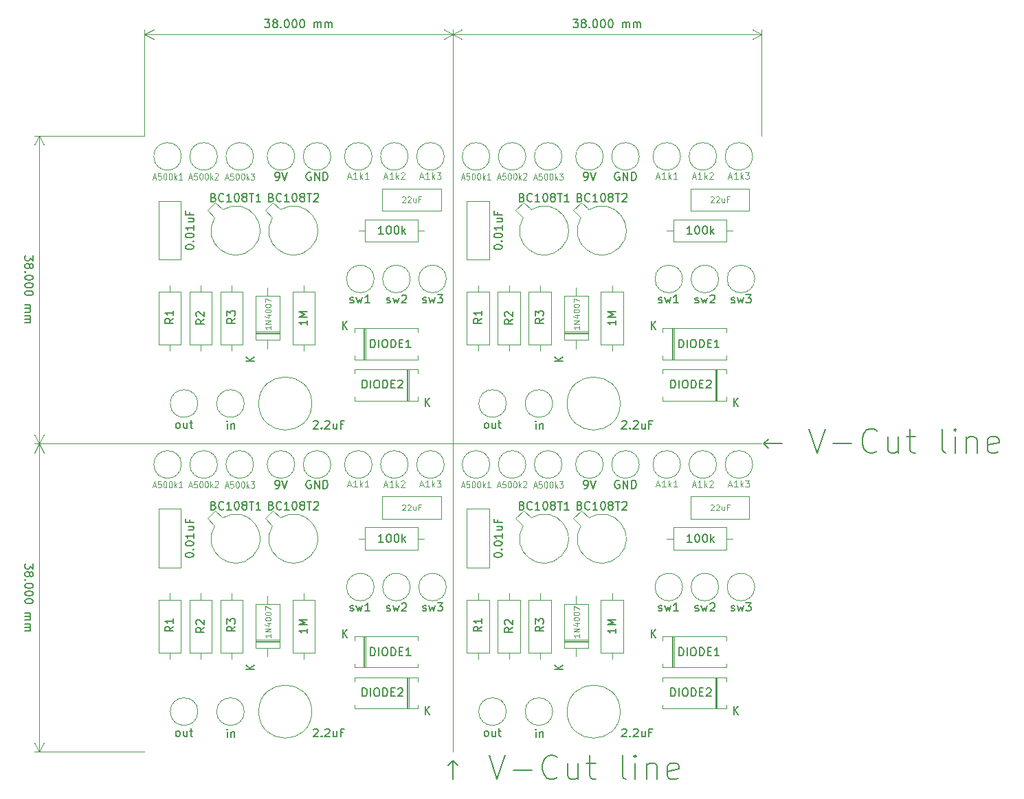
<source format=gbr>
G04 #@! TF.GenerationSoftware,KiCad,Pcbnew,(5.1.2-1)-1*
G04 #@! TF.CreationDate,2019-11-28T17:53:20+09:00*
G04 #@! TF.ProjectId,FuzzfaceMod_4,46757a7a-6661-4636-954d-6f645f342e6b,rev?*
G04 #@! TF.SameCoordinates,Original*
G04 #@! TF.FileFunction,Legend,Top*
G04 #@! TF.FilePolarity,Positive*
%FSLAX46Y46*%
G04 Gerber Fmt 4.6, Leading zero omitted, Abs format (unit mm)*
G04 Created by KiCad (PCBNEW (5.1.2-1)-1) date 2019-11-28 17:53:20*
%MOMM*%
%LPD*%
G04 APERTURE LIST*
%ADD10C,0.150000*%
%ADD11C,0.120000*%
%ADD12C,0.100000*%
G04 APERTURE END LIST*
D10*
X154957142Y-81664285D02*
X152671428Y-81664285D01*
X153242857Y-82235714D02*
X152671428Y-81664285D01*
X153242857Y-81092857D01*
X158242857Y-79807142D02*
X159242857Y-82807142D01*
X160242857Y-79807142D01*
X161242857Y-81664285D02*
X163528571Y-81664285D01*
X166671428Y-82521428D02*
X166528571Y-82664285D01*
X166100000Y-82807142D01*
X165814285Y-82807142D01*
X165385714Y-82664285D01*
X165100000Y-82378571D01*
X164957142Y-82092857D01*
X164814285Y-81521428D01*
X164814285Y-81092857D01*
X164957142Y-80521428D01*
X165100000Y-80235714D01*
X165385714Y-79950000D01*
X165814285Y-79807142D01*
X166100000Y-79807142D01*
X166528571Y-79950000D01*
X166671428Y-80092857D01*
X169242857Y-80807142D02*
X169242857Y-82807142D01*
X167957142Y-80807142D02*
X167957142Y-82378571D01*
X168100000Y-82664285D01*
X168385714Y-82807142D01*
X168814285Y-82807142D01*
X169100000Y-82664285D01*
X169242857Y-82521428D01*
X170242857Y-80807142D02*
X171385714Y-80807142D01*
X170671428Y-79807142D02*
X170671428Y-82378571D01*
X170814285Y-82664285D01*
X171100000Y-82807142D01*
X171385714Y-82807142D01*
X175100000Y-82807142D02*
X174814285Y-82664285D01*
X174671428Y-82378571D01*
X174671428Y-79807142D01*
X176242857Y-82807142D02*
X176242857Y-80807142D01*
X176242857Y-79807142D02*
X176100000Y-79950000D01*
X176242857Y-80092857D01*
X176385714Y-79950000D01*
X176242857Y-79807142D01*
X176242857Y-80092857D01*
X177671428Y-80807142D02*
X177671428Y-82807142D01*
X177671428Y-81092857D02*
X177814285Y-80950000D01*
X178100000Y-80807142D01*
X178528571Y-80807142D01*
X178814285Y-80950000D01*
X178957142Y-81235714D01*
X178957142Y-82807142D01*
X181528571Y-82664285D02*
X181242857Y-82807142D01*
X180671428Y-82807142D01*
X180385714Y-82664285D01*
X180242857Y-82378571D01*
X180242857Y-81235714D01*
X180385714Y-80950000D01*
X180671428Y-80807142D01*
X181242857Y-80807142D01*
X181528571Y-80950000D01*
X181671428Y-81235714D01*
X181671428Y-81521428D01*
X180242857Y-81807142D01*
X114414285Y-123057142D02*
X114414285Y-120771428D01*
X113842857Y-121342857D02*
X114414285Y-120771428D01*
X114985714Y-121342857D01*
X118842857Y-120057142D02*
X119842857Y-123057142D01*
X120842857Y-120057142D01*
X121842857Y-121914285D02*
X124128571Y-121914285D01*
X127271428Y-122771428D02*
X127128571Y-122914285D01*
X126700000Y-123057142D01*
X126414285Y-123057142D01*
X125985714Y-122914285D01*
X125700000Y-122628571D01*
X125557142Y-122342857D01*
X125414285Y-121771428D01*
X125414285Y-121342857D01*
X125557142Y-120771428D01*
X125700000Y-120485714D01*
X125985714Y-120200000D01*
X126414285Y-120057142D01*
X126700000Y-120057142D01*
X127128571Y-120200000D01*
X127271428Y-120342857D01*
X129842857Y-121057142D02*
X129842857Y-123057142D01*
X128557142Y-121057142D02*
X128557142Y-122628571D01*
X128700000Y-122914285D01*
X128985714Y-123057142D01*
X129414285Y-123057142D01*
X129700000Y-122914285D01*
X129842857Y-122771428D01*
X130842857Y-121057142D02*
X131985714Y-121057142D01*
X131271428Y-120057142D02*
X131271428Y-122628571D01*
X131414285Y-122914285D01*
X131700000Y-123057142D01*
X131985714Y-123057142D01*
X135700000Y-123057142D02*
X135414285Y-122914285D01*
X135271428Y-122628571D01*
X135271428Y-120057142D01*
X136842857Y-123057142D02*
X136842857Y-121057142D01*
X136842857Y-120057142D02*
X136700000Y-120200000D01*
X136842857Y-120342857D01*
X136985714Y-120200000D01*
X136842857Y-120057142D01*
X136842857Y-120342857D01*
X138271428Y-121057142D02*
X138271428Y-123057142D01*
X138271428Y-121342857D02*
X138414285Y-121200000D01*
X138700000Y-121057142D01*
X139128571Y-121057142D01*
X139414285Y-121200000D01*
X139557142Y-121485714D01*
X139557142Y-123057142D01*
X142128571Y-122914285D02*
X141842857Y-123057142D01*
X141271428Y-123057142D01*
X140985714Y-122914285D01*
X140842857Y-122628571D01*
X140842857Y-121485714D01*
X140985714Y-121200000D01*
X141271428Y-121057142D01*
X141842857Y-121057142D01*
X142128571Y-121200000D01*
X142271428Y-121485714D01*
X142271428Y-121771428D01*
X140842857Y-122057142D01*
D11*
X76400000Y-81650000D02*
X152400000Y-81650000D01*
X114400000Y-43650000D02*
X114400000Y-119650000D01*
D10*
X62677619Y-96459523D02*
X62677619Y-97078571D01*
X62296666Y-96745238D01*
X62296666Y-96888095D01*
X62249047Y-96983333D01*
X62201428Y-97030952D01*
X62106190Y-97078571D01*
X61868095Y-97078571D01*
X61772857Y-97030952D01*
X61725238Y-96983333D01*
X61677619Y-96888095D01*
X61677619Y-96602380D01*
X61725238Y-96507142D01*
X61772857Y-96459523D01*
X62249047Y-97650000D02*
X62296666Y-97554761D01*
X62344285Y-97507142D01*
X62439523Y-97459523D01*
X62487142Y-97459523D01*
X62582380Y-97507142D01*
X62630000Y-97554761D01*
X62677619Y-97650000D01*
X62677619Y-97840476D01*
X62630000Y-97935714D01*
X62582380Y-97983333D01*
X62487142Y-98030952D01*
X62439523Y-98030952D01*
X62344285Y-97983333D01*
X62296666Y-97935714D01*
X62249047Y-97840476D01*
X62249047Y-97650000D01*
X62201428Y-97554761D01*
X62153809Y-97507142D01*
X62058571Y-97459523D01*
X61868095Y-97459523D01*
X61772857Y-97507142D01*
X61725238Y-97554761D01*
X61677619Y-97650000D01*
X61677619Y-97840476D01*
X61725238Y-97935714D01*
X61772857Y-97983333D01*
X61868095Y-98030952D01*
X62058571Y-98030952D01*
X62153809Y-97983333D01*
X62201428Y-97935714D01*
X62249047Y-97840476D01*
X61772857Y-98459523D02*
X61725238Y-98507142D01*
X61677619Y-98459523D01*
X61725238Y-98411904D01*
X61772857Y-98459523D01*
X61677619Y-98459523D01*
X62677619Y-99126190D02*
X62677619Y-99221428D01*
X62630000Y-99316666D01*
X62582380Y-99364285D01*
X62487142Y-99411904D01*
X62296666Y-99459523D01*
X62058571Y-99459523D01*
X61868095Y-99411904D01*
X61772857Y-99364285D01*
X61725238Y-99316666D01*
X61677619Y-99221428D01*
X61677619Y-99126190D01*
X61725238Y-99030952D01*
X61772857Y-98983333D01*
X61868095Y-98935714D01*
X62058571Y-98888095D01*
X62296666Y-98888095D01*
X62487142Y-98935714D01*
X62582380Y-98983333D01*
X62630000Y-99030952D01*
X62677619Y-99126190D01*
X62677619Y-100078571D02*
X62677619Y-100173809D01*
X62630000Y-100269047D01*
X62582380Y-100316666D01*
X62487142Y-100364285D01*
X62296666Y-100411904D01*
X62058571Y-100411904D01*
X61868095Y-100364285D01*
X61772857Y-100316666D01*
X61725238Y-100269047D01*
X61677619Y-100173809D01*
X61677619Y-100078571D01*
X61725238Y-99983333D01*
X61772857Y-99935714D01*
X61868095Y-99888095D01*
X62058571Y-99840476D01*
X62296666Y-99840476D01*
X62487142Y-99888095D01*
X62582380Y-99935714D01*
X62630000Y-99983333D01*
X62677619Y-100078571D01*
X62677619Y-101030952D02*
X62677619Y-101126190D01*
X62630000Y-101221428D01*
X62582380Y-101269047D01*
X62487142Y-101316666D01*
X62296666Y-101364285D01*
X62058571Y-101364285D01*
X61868095Y-101316666D01*
X61772857Y-101269047D01*
X61725238Y-101221428D01*
X61677619Y-101126190D01*
X61677619Y-101030952D01*
X61725238Y-100935714D01*
X61772857Y-100888095D01*
X61868095Y-100840476D01*
X62058571Y-100792857D01*
X62296666Y-100792857D01*
X62487142Y-100840476D01*
X62582380Y-100888095D01*
X62630000Y-100935714D01*
X62677619Y-101030952D01*
X61677619Y-102554761D02*
X62344285Y-102554761D01*
X62249047Y-102554761D02*
X62296666Y-102602380D01*
X62344285Y-102697619D01*
X62344285Y-102840476D01*
X62296666Y-102935714D01*
X62201428Y-102983333D01*
X61677619Y-102983333D01*
X62201428Y-102983333D02*
X62296666Y-103030952D01*
X62344285Y-103126190D01*
X62344285Y-103269047D01*
X62296666Y-103364285D01*
X62201428Y-103411904D01*
X61677619Y-103411904D01*
X61677619Y-103888095D02*
X62344285Y-103888095D01*
X62249047Y-103888095D02*
X62296666Y-103935714D01*
X62344285Y-104030952D01*
X62344285Y-104173809D01*
X62296666Y-104269047D01*
X62201428Y-104316666D01*
X61677619Y-104316666D01*
X62201428Y-104316666D02*
X62296666Y-104364285D01*
X62344285Y-104459523D01*
X62344285Y-104602380D01*
X62296666Y-104697619D01*
X62201428Y-104745238D01*
X61677619Y-104745238D01*
D11*
X63400000Y-81650000D02*
X63400000Y-119650000D01*
X76400000Y-81650000D02*
X62813579Y-81650000D01*
X76400000Y-119650000D02*
X62813579Y-119650000D01*
X63400000Y-119650000D02*
X62813579Y-118523496D01*
X63400000Y-119650000D02*
X63986421Y-118523496D01*
X63400000Y-81650000D02*
X62813579Y-82776504D01*
X63400000Y-81650000D02*
X63986421Y-82776504D01*
D10*
X129209523Y-29332380D02*
X129828571Y-29332380D01*
X129495238Y-29713333D01*
X129638095Y-29713333D01*
X129733333Y-29760952D01*
X129780952Y-29808571D01*
X129828571Y-29903809D01*
X129828571Y-30141904D01*
X129780952Y-30237142D01*
X129733333Y-30284761D01*
X129638095Y-30332380D01*
X129352380Y-30332380D01*
X129257142Y-30284761D01*
X129209523Y-30237142D01*
X130400000Y-29760952D02*
X130304761Y-29713333D01*
X130257142Y-29665714D01*
X130209523Y-29570476D01*
X130209523Y-29522857D01*
X130257142Y-29427619D01*
X130304761Y-29380000D01*
X130400000Y-29332380D01*
X130590476Y-29332380D01*
X130685714Y-29380000D01*
X130733333Y-29427619D01*
X130780952Y-29522857D01*
X130780952Y-29570476D01*
X130733333Y-29665714D01*
X130685714Y-29713333D01*
X130590476Y-29760952D01*
X130400000Y-29760952D01*
X130304761Y-29808571D01*
X130257142Y-29856190D01*
X130209523Y-29951428D01*
X130209523Y-30141904D01*
X130257142Y-30237142D01*
X130304761Y-30284761D01*
X130400000Y-30332380D01*
X130590476Y-30332380D01*
X130685714Y-30284761D01*
X130733333Y-30237142D01*
X130780952Y-30141904D01*
X130780952Y-29951428D01*
X130733333Y-29856190D01*
X130685714Y-29808571D01*
X130590476Y-29760952D01*
X131209523Y-30237142D02*
X131257142Y-30284761D01*
X131209523Y-30332380D01*
X131161904Y-30284761D01*
X131209523Y-30237142D01*
X131209523Y-30332380D01*
X131876190Y-29332380D02*
X131971428Y-29332380D01*
X132066666Y-29380000D01*
X132114285Y-29427619D01*
X132161904Y-29522857D01*
X132209523Y-29713333D01*
X132209523Y-29951428D01*
X132161904Y-30141904D01*
X132114285Y-30237142D01*
X132066666Y-30284761D01*
X131971428Y-30332380D01*
X131876190Y-30332380D01*
X131780952Y-30284761D01*
X131733333Y-30237142D01*
X131685714Y-30141904D01*
X131638095Y-29951428D01*
X131638095Y-29713333D01*
X131685714Y-29522857D01*
X131733333Y-29427619D01*
X131780952Y-29380000D01*
X131876190Y-29332380D01*
X132828571Y-29332380D02*
X132923809Y-29332380D01*
X133019047Y-29380000D01*
X133066666Y-29427619D01*
X133114285Y-29522857D01*
X133161904Y-29713333D01*
X133161904Y-29951428D01*
X133114285Y-30141904D01*
X133066666Y-30237142D01*
X133019047Y-30284761D01*
X132923809Y-30332380D01*
X132828571Y-30332380D01*
X132733333Y-30284761D01*
X132685714Y-30237142D01*
X132638095Y-30141904D01*
X132590476Y-29951428D01*
X132590476Y-29713333D01*
X132638095Y-29522857D01*
X132685714Y-29427619D01*
X132733333Y-29380000D01*
X132828571Y-29332380D01*
X133780952Y-29332380D02*
X133876190Y-29332380D01*
X133971428Y-29380000D01*
X134019047Y-29427619D01*
X134066666Y-29522857D01*
X134114285Y-29713333D01*
X134114285Y-29951428D01*
X134066666Y-30141904D01*
X134019047Y-30237142D01*
X133971428Y-30284761D01*
X133876190Y-30332380D01*
X133780952Y-30332380D01*
X133685714Y-30284761D01*
X133638095Y-30237142D01*
X133590476Y-30141904D01*
X133542857Y-29951428D01*
X133542857Y-29713333D01*
X133590476Y-29522857D01*
X133638095Y-29427619D01*
X133685714Y-29380000D01*
X133780952Y-29332380D01*
X135304761Y-30332380D02*
X135304761Y-29665714D01*
X135304761Y-29760952D02*
X135352380Y-29713333D01*
X135447619Y-29665714D01*
X135590476Y-29665714D01*
X135685714Y-29713333D01*
X135733333Y-29808571D01*
X135733333Y-30332380D01*
X135733333Y-29808571D02*
X135780952Y-29713333D01*
X135876190Y-29665714D01*
X136019047Y-29665714D01*
X136114285Y-29713333D01*
X136161904Y-29808571D01*
X136161904Y-30332380D01*
X136638095Y-30332380D02*
X136638095Y-29665714D01*
X136638095Y-29760952D02*
X136685714Y-29713333D01*
X136780952Y-29665714D01*
X136923809Y-29665714D01*
X137019047Y-29713333D01*
X137066666Y-29808571D01*
X137066666Y-30332380D01*
X137066666Y-29808571D02*
X137114285Y-29713333D01*
X137209523Y-29665714D01*
X137352380Y-29665714D01*
X137447619Y-29713333D01*
X137495238Y-29808571D01*
X137495238Y-30332380D01*
D11*
X114400000Y-31150000D02*
X152400000Y-31150000D01*
X114400000Y-43650000D02*
X114400000Y-30563579D01*
X152400000Y-43650000D02*
X152400000Y-30563579D01*
X152400000Y-31150000D02*
X151273496Y-31736421D01*
X152400000Y-31150000D02*
X151273496Y-30563579D01*
X114400000Y-31150000D02*
X115526504Y-31736421D01*
X114400000Y-31150000D02*
X115526504Y-30563579D01*
D10*
X91209523Y-29332380D02*
X91828571Y-29332380D01*
X91495238Y-29713333D01*
X91638095Y-29713333D01*
X91733333Y-29760952D01*
X91780952Y-29808571D01*
X91828571Y-29903809D01*
X91828571Y-30141904D01*
X91780952Y-30237142D01*
X91733333Y-30284761D01*
X91638095Y-30332380D01*
X91352380Y-30332380D01*
X91257142Y-30284761D01*
X91209523Y-30237142D01*
X92400000Y-29760952D02*
X92304761Y-29713333D01*
X92257142Y-29665714D01*
X92209523Y-29570476D01*
X92209523Y-29522857D01*
X92257142Y-29427619D01*
X92304761Y-29380000D01*
X92400000Y-29332380D01*
X92590476Y-29332380D01*
X92685714Y-29380000D01*
X92733333Y-29427619D01*
X92780952Y-29522857D01*
X92780952Y-29570476D01*
X92733333Y-29665714D01*
X92685714Y-29713333D01*
X92590476Y-29760952D01*
X92400000Y-29760952D01*
X92304761Y-29808571D01*
X92257142Y-29856190D01*
X92209523Y-29951428D01*
X92209523Y-30141904D01*
X92257142Y-30237142D01*
X92304761Y-30284761D01*
X92400000Y-30332380D01*
X92590476Y-30332380D01*
X92685714Y-30284761D01*
X92733333Y-30237142D01*
X92780952Y-30141904D01*
X92780952Y-29951428D01*
X92733333Y-29856190D01*
X92685714Y-29808571D01*
X92590476Y-29760952D01*
X93209523Y-30237142D02*
X93257142Y-30284761D01*
X93209523Y-30332380D01*
X93161904Y-30284761D01*
X93209523Y-30237142D01*
X93209523Y-30332380D01*
X93876190Y-29332380D02*
X93971428Y-29332380D01*
X94066666Y-29380000D01*
X94114285Y-29427619D01*
X94161904Y-29522857D01*
X94209523Y-29713333D01*
X94209523Y-29951428D01*
X94161904Y-30141904D01*
X94114285Y-30237142D01*
X94066666Y-30284761D01*
X93971428Y-30332380D01*
X93876190Y-30332380D01*
X93780952Y-30284761D01*
X93733333Y-30237142D01*
X93685714Y-30141904D01*
X93638095Y-29951428D01*
X93638095Y-29713333D01*
X93685714Y-29522857D01*
X93733333Y-29427619D01*
X93780952Y-29380000D01*
X93876190Y-29332380D01*
X94828571Y-29332380D02*
X94923809Y-29332380D01*
X95019047Y-29380000D01*
X95066666Y-29427619D01*
X95114285Y-29522857D01*
X95161904Y-29713333D01*
X95161904Y-29951428D01*
X95114285Y-30141904D01*
X95066666Y-30237142D01*
X95019047Y-30284761D01*
X94923809Y-30332380D01*
X94828571Y-30332380D01*
X94733333Y-30284761D01*
X94685714Y-30237142D01*
X94638095Y-30141904D01*
X94590476Y-29951428D01*
X94590476Y-29713333D01*
X94638095Y-29522857D01*
X94685714Y-29427619D01*
X94733333Y-29380000D01*
X94828571Y-29332380D01*
X95780952Y-29332380D02*
X95876190Y-29332380D01*
X95971428Y-29380000D01*
X96019047Y-29427619D01*
X96066666Y-29522857D01*
X96114285Y-29713333D01*
X96114285Y-29951428D01*
X96066666Y-30141904D01*
X96019047Y-30237142D01*
X95971428Y-30284761D01*
X95876190Y-30332380D01*
X95780952Y-30332380D01*
X95685714Y-30284761D01*
X95638095Y-30237142D01*
X95590476Y-30141904D01*
X95542857Y-29951428D01*
X95542857Y-29713333D01*
X95590476Y-29522857D01*
X95638095Y-29427619D01*
X95685714Y-29380000D01*
X95780952Y-29332380D01*
X97304761Y-30332380D02*
X97304761Y-29665714D01*
X97304761Y-29760952D02*
X97352380Y-29713333D01*
X97447619Y-29665714D01*
X97590476Y-29665714D01*
X97685714Y-29713333D01*
X97733333Y-29808571D01*
X97733333Y-30332380D01*
X97733333Y-29808571D02*
X97780952Y-29713333D01*
X97876190Y-29665714D01*
X98019047Y-29665714D01*
X98114285Y-29713333D01*
X98161904Y-29808571D01*
X98161904Y-30332380D01*
X98638095Y-30332380D02*
X98638095Y-29665714D01*
X98638095Y-29760952D02*
X98685714Y-29713333D01*
X98780952Y-29665714D01*
X98923809Y-29665714D01*
X99019047Y-29713333D01*
X99066666Y-29808571D01*
X99066666Y-30332380D01*
X99066666Y-29808571D02*
X99114285Y-29713333D01*
X99209523Y-29665714D01*
X99352380Y-29665714D01*
X99447619Y-29713333D01*
X99495238Y-29808571D01*
X99495238Y-30332380D01*
D11*
X76400000Y-31150000D02*
X114400000Y-31150000D01*
X76400000Y-43650000D02*
X76400000Y-30563579D01*
X114400000Y-43650000D02*
X114400000Y-30563579D01*
X114400000Y-31150000D02*
X113273496Y-31736421D01*
X114400000Y-31150000D02*
X113273496Y-30563579D01*
X76400000Y-31150000D02*
X77526504Y-31736421D01*
X76400000Y-31150000D02*
X77526504Y-30563579D01*
D10*
X62677619Y-58459523D02*
X62677619Y-59078571D01*
X62296666Y-58745238D01*
X62296666Y-58888095D01*
X62249047Y-58983333D01*
X62201428Y-59030952D01*
X62106190Y-59078571D01*
X61868095Y-59078571D01*
X61772857Y-59030952D01*
X61725238Y-58983333D01*
X61677619Y-58888095D01*
X61677619Y-58602380D01*
X61725238Y-58507142D01*
X61772857Y-58459523D01*
X62249047Y-59650000D02*
X62296666Y-59554761D01*
X62344285Y-59507142D01*
X62439523Y-59459523D01*
X62487142Y-59459523D01*
X62582380Y-59507142D01*
X62630000Y-59554761D01*
X62677619Y-59650000D01*
X62677619Y-59840476D01*
X62630000Y-59935714D01*
X62582380Y-59983333D01*
X62487142Y-60030952D01*
X62439523Y-60030952D01*
X62344285Y-59983333D01*
X62296666Y-59935714D01*
X62249047Y-59840476D01*
X62249047Y-59650000D01*
X62201428Y-59554761D01*
X62153809Y-59507142D01*
X62058571Y-59459523D01*
X61868095Y-59459523D01*
X61772857Y-59507142D01*
X61725238Y-59554761D01*
X61677619Y-59650000D01*
X61677619Y-59840476D01*
X61725238Y-59935714D01*
X61772857Y-59983333D01*
X61868095Y-60030952D01*
X62058571Y-60030952D01*
X62153809Y-59983333D01*
X62201428Y-59935714D01*
X62249047Y-59840476D01*
X61772857Y-60459523D02*
X61725238Y-60507142D01*
X61677619Y-60459523D01*
X61725238Y-60411904D01*
X61772857Y-60459523D01*
X61677619Y-60459523D01*
X62677619Y-61126190D02*
X62677619Y-61221428D01*
X62630000Y-61316666D01*
X62582380Y-61364285D01*
X62487142Y-61411904D01*
X62296666Y-61459523D01*
X62058571Y-61459523D01*
X61868095Y-61411904D01*
X61772857Y-61364285D01*
X61725238Y-61316666D01*
X61677619Y-61221428D01*
X61677619Y-61126190D01*
X61725238Y-61030952D01*
X61772857Y-60983333D01*
X61868095Y-60935714D01*
X62058571Y-60888095D01*
X62296666Y-60888095D01*
X62487142Y-60935714D01*
X62582380Y-60983333D01*
X62630000Y-61030952D01*
X62677619Y-61126190D01*
X62677619Y-62078571D02*
X62677619Y-62173809D01*
X62630000Y-62269047D01*
X62582380Y-62316666D01*
X62487142Y-62364285D01*
X62296666Y-62411904D01*
X62058571Y-62411904D01*
X61868095Y-62364285D01*
X61772857Y-62316666D01*
X61725238Y-62269047D01*
X61677619Y-62173809D01*
X61677619Y-62078571D01*
X61725238Y-61983333D01*
X61772857Y-61935714D01*
X61868095Y-61888095D01*
X62058571Y-61840476D01*
X62296666Y-61840476D01*
X62487142Y-61888095D01*
X62582380Y-61935714D01*
X62630000Y-61983333D01*
X62677619Y-62078571D01*
X62677619Y-63030952D02*
X62677619Y-63126190D01*
X62630000Y-63221428D01*
X62582380Y-63269047D01*
X62487142Y-63316666D01*
X62296666Y-63364285D01*
X62058571Y-63364285D01*
X61868095Y-63316666D01*
X61772857Y-63269047D01*
X61725238Y-63221428D01*
X61677619Y-63126190D01*
X61677619Y-63030952D01*
X61725238Y-62935714D01*
X61772857Y-62888095D01*
X61868095Y-62840476D01*
X62058571Y-62792857D01*
X62296666Y-62792857D01*
X62487142Y-62840476D01*
X62582380Y-62888095D01*
X62630000Y-62935714D01*
X62677619Y-63030952D01*
X61677619Y-64554761D02*
X62344285Y-64554761D01*
X62249047Y-64554761D02*
X62296666Y-64602380D01*
X62344285Y-64697619D01*
X62344285Y-64840476D01*
X62296666Y-64935714D01*
X62201428Y-64983333D01*
X61677619Y-64983333D01*
X62201428Y-64983333D02*
X62296666Y-65030952D01*
X62344285Y-65126190D01*
X62344285Y-65269047D01*
X62296666Y-65364285D01*
X62201428Y-65411904D01*
X61677619Y-65411904D01*
X61677619Y-65888095D02*
X62344285Y-65888095D01*
X62249047Y-65888095D02*
X62296666Y-65935714D01*
X62344285Y-66030952D01*
X62344285Y-66173809D01*
X62296666Y-66269047D01*
X62201428Y-66316666D01*
X61677619Y-66316666D01*
X62201428Y-66316666D02*
X62296666Y-66364285D01*
X62344285Y-66459523D01*
X62344285Y-66602380D01*
X62296666Y-66697619D01*
X62201428Y-66745238D01*
X61677619Y-66745238D01*
D11*
X63400000Y-43650000D02*
X63400000Y-81650000D01*
X76400000Y-43650000D02*
X62813579Y-43650000D01*
X76400000Y-81650000D02*
X62813579Y-81650000D01*
X63400000Y-81650000D02*
X62813579Y-80523496D01*
X63400000Y-81650000D02*
X63986421Y-80523496D01*
X63400000Y-43650000D02*
X62813579Y-44776504D01*
X63400000Y-43650000D02*
X63986421Y-44776504D01*
X128091000Y-106097000D02*
X131031000Y-106097000D01*
X128091000Y-105857000D02*
X131031000Y-105857000D01*
X128091000Y-105977000D02*
X131031000Y-105977000D01*
X129561000Y-100417000D02*
X129561000Y-101437000D01*
X129561000Y-107897000D02*
X129561000Y-106877000D01*
X128091000Y-101437000D02*
X128091000Y-106877000D01*
X131031000Y-101437000D02*
X128091000Y-101437000D01*
X131031000Y-106877000D02*
X131031000Y-101437000D01*
X128091000Y-106877000D02*
X131031000Y-106877000D01*
X90091000Y-106097000D02*
X93031000Y-106097000D01*
X90091000Y-105857000D02*
X93031000Y-105857000D01*
X90091000Y-105977000D02*
X93031000Y-105977000D01*
X91561000Y-100417000D02*
X91561000Y-101437000D01*
X91561000Y-107897000D02*
X91561000Y-106877000D01*
X90091000Y-101437000D02*
X90091000Y-106877000D01*
X93031000Y-101437000D02*
X90091000Y-101437000D01*
X93031000Y-106877000D02*
X93031000Y-101437000D01*
X90091000Y-106877000D02*
X93031000Y-106877000D01*
X128091000Y-68097000D02*
X131031000Y-68097000D01*
X128091000Y-67857000D02*
X131031000Y-67857000D01*
X128091000Y-67977000D02*
X131031000Y-67977000D01*
X129561000Y-62417000D02*
X129561000Y-63437000D01*
X129561000Y-69897000D02*
X129561000Y-68877000D01*
X128091000Y-63437000D02*
X128091000Y-68877000D01*
X131031000Y-63437000D02*
X128091000Y-63437000D01*
X131031000Y-68877000D02*
X131031000Y-63437000D01*
X128091000Y-68877000D02*
X131031000Y-68877000D01*
X117496000Y-100117000D02*
X117496000Y-100887000D01*
X117496000Y-108197000D02*
X117496000Y-107427000D01*
X116126000Y-100887000D02*
X116126000Y-107427000D01*
X118866000Y-100887000D02*
X116126000Y-100887000D01*
X118866000Y-107427000D02*
X118866000Y-100887000D01*
X116126000Y-107427000D02*
X118866000Y-107427000D01*
X79496000Y-100117000D02*
X79496000Y-100887000D01*
X79496000Y-108197000D02*
X79496000Y-107427000D01*
X78126000Y-100887000D02*
X78126000Y-107427000D01*
X80866000Y-100887000D02*
X78126000Y-100887000D01*
X80866000Y-107427000D02*
X80866000Y-100887000D01*
X78126000Y-107427000D02*
X80866000Y-107427000D01*
X117496000Y-62117000D02*
X117496000Y-62887000D01*
X117496000Y-70197000D02*
X117496000Y-69427000D01*
X116126000Y-62887000D02*
X116126000Y-69427000D01*
X118866000Y-62887000D02*
X116126000Y-62887000D01*
X118866000Y-69427000D02*
X118866000Y-62887000D01*
X116126000Y-69427000D02*
X118866000Y-69427000D01*
X125116000Y-100117000D02*
X125116000Y-100887000D01*
X125116000Y-108197000D02*
X125116000Y-107427000D01*
X123746000Y-100887000D02*
X123746000Y-107427000D01*
X126486000Y-100887000D02*
X123746000Y-100887000D01*
X126486000Y-107427000D02*
X126486000Y-100887000D01*
X123746000Y-107427000D02*
X126486000Y-107427000D01*
X87116000Y-100117000D02*
X87116000Y-100887000D01*
X87116000Y-108197000D02*
X87116000Y-107427000D01*
X85746000Y-100887000D02*
X85746000Y-107427000D01*
X88486000Y-100887000D02*
X85746000Y-100887000D01*
X88486000Y-107427000D02*
X88486000Y-100887000D01*
X85746000Y-107427000D02*
X88486000Y-107427000D01*
X125116000Y-62117000D02*
X125116000Y-62887000D01*
X125116000Y-70197000D02*
X125116000Y-69427000D01*
X123746000Y-62887000D02*
X123746000Y-69427000D01*
X126486000Y-62887000D02*
X123746000Y-62887000D01*
X126486000Y-69427000D02*
X126486000Y-62887000D01*
X123746000Y-69427000D02*
X126486000Y-69427000D01*
X118866000Y-96942000D02*
X116126000Y-96942000D01*
X118866000Y-89702000D02*
X116126000Y-89702000D01*
X116126000Y-89702000D02*
X116126000Y-96942000D01*
X118866000Y-89702000D02*
X118866000Y-96942000D01*
X80866000Y-96942000D02*
X78126000Y-96942000D01*
X80866000Y-89702000D02*
X78126000Y-89702000D01*
X78126000Y-89702000D02*
X78126000Y-96942000D01*
X80866000Y-89702000D02*
X80866000Y-96942000D01*
X118866000Y-58942000D02*
X116126000Y-58942000D01*
X118866000Y-51702000D02*
X116126000Y-51702000D01*
X116126000Y-51702000D02*
X116126000Y-58942000D01*
X118866000Y-51702000D02*
X118866000Y-58942000D01*
X126689000Y-114698000D02*
G75*
G03X126689000Y-114698000I-1700000J0D01*
G01*
X88689000Y-114698000D02*
G75*
G03X88689000Y-114698000I-1700000J0D01*
G01*
X126689000Y-76698000D02*
G75*
G03X126689000Y-76698000I-1700000J0D01*
G01*
X120974000Y-114698000D02*
G75*
G03X120974000Y-114698000I-1700000J0D01*
G01*
X82974000Y-114698000D02*
G75*
G03X82974000Y-114698000I-1700000J0D01*
G01*
X120974000Y-76698000D02*
G75*
G03X120974000Y-76698000I-1700000J0D01*
G01*
X142691000Y-99331000D02*
G75*
G03X142691000Y-99331000I-1700000J0D01*
G01*
X104691000Y-99331000D02*
G75*
G03X104691000Y-99331000I-1700000J0D01*
G01*
X142691000Y-61331000D02*
G75*
G03X142691000Y-61331000I-1700000J0D01*
G01*
X122676000Y-100887000D02*
X119936000Y-100887000D01*
X119936000Y-100887000D02*
X119936000Y-107427000D01*
X119936000Y-107427000D02*
X122676000Y-107427000D01*
X122676000Y-107427000D02*
X122676000Y-100887000D01*
X121306000Y-100117000D02*
X121306000Y-100887000D01*
X121306000Y-108197000D02*
X121306000Y-107427000D01*
X84676000Y-100887000D02*
X81936000Y-100887000D01*
X81936000Y-100887000D02*
X81936000Y-107427000D01*
X81936000Y-107427000D02*
X84676000Y-107427000D01*
X84676000Y-107427000D02*
X84676000Y-100887000D01*
X83306000Y-100117000D02*
X83306000Y-100887000D01*
X83306000Y-108197000D02*
X83306000Y-107427000D01*
X122676000Y-62887000D02*
X119936000Y-62887000D01*
X119936000Y-62887000D02*
X119936000Y-69427000D01*
X119936000Y-69427000D02*
X122676000Y-69427000D01*
X122676000Y-69427000D02*
X122676000Y-62887000D01*
X121306000Y-62117000D02*
X121306000Y-62887000D01*
X121306000Y-70197000D02*
X121306000Y-69427000D01*
X132912000Y-84218000D02*
G75*
G03X132912000Y-84218000I-1700000J0D01*
G01*
X94912000Y-84218000D02*
G75*
G03X94912000Y-84218000I-1700000J0D01*
G01*
X132912000Y-46218000D02*
G75*
G03X132912000Y-46218000I-1700000J0D01*
G01*
X147136000Y-99331000D02*
G75*
G03X147136000Y-99331000I-1700000J0D01*
G01*
X109136000Y-99331000D02*
G75*
G03X109136000Y-99331000I-1700000J0D01*
G01*
X147136000Y-61331000D02*
G75*
G03X147136000Y-61331000I-1700000J0D01*
G01*
X142437000Y-84218000D02*
G75*
G03X142437000Y-84218000I-1700000J0D01*
G01*
X104437000Y-84218000D02*
G75*
G03X104437000Y-84218000I-1700000J0D01*
G01*
X142437000Y-46218000D02*
G75*
G03X142437000Y-46218000I-1700000J0D01*
G01*
X123051850Y-91779456D02*
G75*
G03X124041669Y-90789719I2572150J-1582544D01*
G01*
X122139552Y-90867501D02*
X123051719Y-91779669D01*
X123129501Y-89877552D02*
X122139552Y-90867501D01*
X124041669Y-90789719D02*
X123129501Y-89877552D01*
X85051850Y-91779456D02*
G75*
G03X86041669Y-90789719I2572150J-1582544D01*
G01*
X84139552Y-90867501D02*
X85051719Y-91779669D01*
X85129501Y-89877552D02*
X84139552Y-90867501D01*
X86041669Y-90789719D02*
X85129501Y-89877552D01*
X123051850Y-53779456D02*
G75*
G03X124041669Y-52789719I2572150J-1582544D01*
G01*
X122139552Y-52867501D02*
X123051719Y-53779669D01*
X123129501Y-51877552D02*
X122139552Y-52867501D01*
X124041669Y-52789719D02*
X123129501Y-51877552D01*
X131153669Y-90789719D02*
X130241501Y-89877552D01*
X130241501Y-89877552D02*
X129251552Y-90867501D01*
X129251552Y-90867501D02*
X130163719Y-91779669D01*
X130163850Y-91779456D02*
G75*
G03X131153669Y-90789719I2572150J-1582544D01*
G01*
X93153669Y-90789719D02*
X92241501Y-89877552D01*
X92241501Y-89877552D02*
X91251552Y-90867501D01*
X91251552Y-90867501D02*
X92163719Y-91779669D01*
X92163850Y-91779456D02*
G75*
G03X93153669Y-90789719I2572150J-1582544D01*
G01*
X131153669Y-52789719D02*
X130241501Y-51877552D01*
X130241501Y-51877552D02*
X129251552Y-52867501D01*
X129251552Y-52867501D02*
X130163719Y-53779669D01*
X130163850Y-53779456D02*
G75*
G03X131153669Y-52789719I2572150J-1582544D01*
G01*
X151581000Y-99331000D02*
G75*
G03X151581000Y-99331000I-1700000J0D01*
G01*
X113581000Y-99331000D02*
G75*
G03X113581000Y-99331000I-1700000J0D01*
G01*
X151581000Y-61331000D02*
G75*
G03X151581000Y-61331000I-1700000J0D01*
G01*
X123387000Y-84218000D02*
G75*
G03X123387000Y-84218000I-1700000J0D01*
G01*
X85387000Y-84218000D02*
G75*
G03X85387000Y-84218000I-1700000J0D01*
G01*
X123387000Y-46218000D02*
G75*
G03X123387000Y-46218000I-1700000J0D01*
G01*
X118942000Y-84218000D02*
G75*
G03X118942000Y-84218000I-1700000J0D01*
G01*
X80942000Y-84218000D02*
G75*
G03X80942000Y-84218000I-1700000J0D01*
G01*
X118942000Y-46218000D02*
G75*
G03X118942000Y-46218000I-1700000J0D01*
G01*
X141386000Y-105412000D02*
X141386000Y-109252000D01*
X141626000Y-105412000D02*
X141626000Y-109252000D01*
X141506000Y-105412000D02*
X141506000Y-109252000D01*
X148086000Y-109252000D02*
X148086000Y-108772000D01*
X140246000Y-109252000D02*
X148086000Y-109252000D01*
X140246000Y-108772000D02*
X140246000Y-109252000D01*
X148086000Y-105412000D02*
X148086000Y-105892000D01*
X140246000Y-105412000D02*
X148086000Y-105412000D01*
X140246000Y-105892000D02*
X140246000Y-105412000D01*
X103386000Y-105412000D02*
X103386000Y-109252000D01*
X103626000Y-105412000D02*
X103626000Y-109252000D01*
X103506000Y-105412000D02*
X103506000Y-109252000D01*
X110086000Y-109252000D02*
X110086000Y-108772000D01*
X102246000Y-109252000D02*
X110086000Y-109252000D01*
X102246000Y-108772000D02*
X102246000Y-109252000D01*
X110086000Y-105412000D02*
X110086000Y-105892000D01*
X102246000Y-105412000D02*
X110086000Y-105412000D01*
X102246000Y-105892000D02*
X102246000Y-105412000D01*
X141386000Y-67412000D02*
X141386000Y-71252000D01*
X141626000Y-67412000D02*
X141626000Y-71252000D01*
X141506000Y-67412000D02*
X141506000Y-71252000D01*
X148086000Y-71252000D02*
X148086000Y-70772000D01*
X140246000Y-71252000D02*
X148086000Y-71252000D01*
X140246000Y-70772000D02*
X140246000Y-71252000D01*
X148086000Y-67412000D02*
X148086000Y-67892000D01*
X140246000Y-67412000D02*
X148086000Y-67412000D01*
X140246000Y-67892000D02*
X140246000Y-67412000D01*
X127832000Y-84218000D02*
G75*
G03X127832000Y-84218000I-1700000J0D01*
G01*
X89832000Y-84218000D02*
G75*
G03X89832000Y-84218000I-1700000J0D01*
G01*
X127832000Y-46218000D02*
G75*
G03X127832000Y-46218000I-1700000J0D01*
G01*
X151327000Y-84218000D02*
G75*
G03X151327000Y-84218000I-1700000J0D01*
G01*
X113327000Y-84218000D02*
G75*
G03X113327000Y-84218000I-1700000J0D01*
G01*
X151327000Y-46218000D02*
G75*
G03X151327000Y-46218000I-1700000J0D01*
G01*
X146882000Y-84218000D02*
G75*
G03X146882000Y-84218000I-1700000J0D01*
G01*
X108882000Y-84218000D02*
G75*
G03X108882000Y-84218000I-1700000J0D01*
G01*
X146882000Y-46218000D02*
G75*
G03X146882000Y-46218000I-1700000J0D01*
G01*
X137357000Y-84218000D02*
G75*
G03X137357000Y-84218000I-1700000J0D01*
G01*
X99357000Y-84218000D02*
G75*
G03X99357000Y-84218000I-1700000J0D01*
G01*
X137357000Y-46218000D02*
G75*
G03X137357000Y-46218000I-1700000J0D01*
G01*
X148086000Y-113852000D02*
X148086000Y-114332000D01*
X148086000Y-114332000D02*
X140246000Y-114332000D01*
X140246000Y-114332000D02*
X140246000Y-113852000D01*
X148086000Y-110972000D02*
X148086000Y-110492000D01*
X148086000Y-110492000D02*
X140246000Y-110492000D01*
X140246000Y-110492000D02*
X140246000Y-110972000D01*
X146826000Y-114332000D02*
X146826000Y-110492000D01*
X146706000Y-114332000D02*
X146706000Y-110492000D01*
X146946000Y-114332000D02*
X146946000Y-110492000D01*
X110086000Y-113852000D02*
X110086000Y-114332000D01*
X110086000Y-114332000D02*
X102246000Y-114332000D01*
X102246000Y-114332000D02*
X102246000Y-113852000D01*
X110086000Y-110972000D02*
X110086000Y-110492000D01*
X110086000Y-110492000D02*
X102246000Y-110492000D01*
X102246000Y-110492000D02*
X102246000Y-110972000D01*
X108826000Y-114332000D02*
X108826000Y-110492000D01*
X108706000Y-114332000D02*
X108706000Y-110492000D01*
X108946000Y-114332000D02*
X108946000Y-110492000D01*
X148086000Y-75852000D02*
X148086000Y-76332000D01*
X148086000Y-76332000D02*
X140246000Y-76332000D01*
X140246000Y-76332000D02*
X140246000Y-75852000D01*
X148086000Y-72972000D02*
X148086000Y-72492000D01*
X148086000Y-72492000D02*
X140246000Y-72492000D01*
X140246000Y-72492000D02*
X140246000Y-72972000D01*
X146826000Y-76332000D02*
X146826000Y-72492000D01*
X146706000Y-76332000D02*
X146706000Y-72492000D01*
X146946000Y-76332000D02*
X146946000Y-72492000D01*
X135010000Y-114698000D02*
G75*
G03X135010000Y-114698000I-3270000J0D01*
G01*
X97010000Y-114698000D02*
G75*
G03X97010000Y-114698000I-3270000J0D01*
G01*
X135010000Y-76698000D02*
G75*
G03X135010000Y-76698000I-3270000J0D01*
G01*
X141531000Y-91992000D02*
X141531000Y-94732000D01*
X141531000Y-94732000D02*
X148071000Y-94732000D01*
X148071000Y-94732000D02*
X148071000Y-91992000D01*
X148071000Y-91992000D02*
X141531000Y-91992000D01*
X140761000Y-93362000D02*
X141531000Y-93362000D01*
X148841000Y-93362000D02*
X148071000Y-93362000D01*
X103531000Y-91992000D02*
X103531000Y-94732000D01*
X103531000Y-94732000D02*
X110071000Y-94732000D01*
X110071000Y-94732000D02*
X110071000Y-91992000D01*
X110071000Y-91992000D02*
X103531000Y-91992000D01*
X102761000Y-93362000D02*
X103531000Y-93362000D01*
X110841000Y-93362000D02*
X110071000Y-93362000D01*
X141531000Y-53992000D02*
X141531000Y-56732000D01*
X141531000Y-56732000D02*
X148071000Y-56732000D01*
X148071000Y-56732000D02*
X148071000Y-53992000D01*
X148071000Y-53992000D02*
X141531000Y-53992000D01*
X140761000Y-55362000D02*
X141531000Y-55362000D01*
X148841000Y-55362000D02*
X148071000Y-55362000D01*
X143681000Y-88182000D02*
X150921000Y-88182000D01*
X143681000Y-90922000D02*
X150921000Y-90922000D01*
X143681000Y-88182000D02*
X143681000Y-90922000D01*
X150921000Y-88182000D02*
X150921000Y-90922000D01*
X105681000Y-88182000D02*
X112921000Y-88182000D01*
X105681000Y-90922000D02*
X112921000Y-90922000D01*
X105681000Y-88182000D02*
X105681000Y-90922000D01*
X112921000Y-88182000D02*
X112921000Y-90922000D01*
X143681000Y-50182000D02*
X150921000Y-50182000D01*
X143681000Y-52922000D02*
X150921000Y-52922000D01*
X143681000Y-50182000D02*
X143681000Y-52922000D01*
X150921000Y-50182000D02*
X150921000Y-52922000D01*
X134006000Y-100117000D02*
X134006000Y-100887000D01*
X134006000Y-108197000D02*
X134006000Y-107427000D01*
X132636000Y-100887000D02*
X132636000Y-107427000D01*
X135376000Y-100887000D02*
X132636000Y-100887000D01*
X135376000Y-107427000D02*
X135376000Y-100887000D01*
X132636000Y-107427000D02*
X135376000Y-107427000D01*
X96006000Y-100117000D02*
X96006000Y-100887000D01*
X96006000Y-108197000D02*
X96006000Y-107427000D01*
X94636000Y-100887000D02*
X94636000Y-107427000D01*
X97376000Y-100887000D02*
X94636000Y-100887000D01*
X97376000Y-107427000D02*
X97376000Y-100887000D01*
X94636000Y-107427000D02*
X97376000Y-107427000D01*
X134006000Y-62117000D02*
X134006000Y-62887000D01*
X134006000Y-70197000D02*
X134006000Y-69427000D01*
X132636000Y-62887000D02*
X132636000Y-69427000D01*
X135376000Y-62887000D02*
X132636000Y-62887000D01*
X135376000Y-69427000D02*
X135376000Y-62887000D01*
X132636000Y-69427000D02*
X135376000Y-69427000D01*
X86041669Y-52789719D02*
X85129501Y-51877552D01*
X85129501Y-51877552D02*
X84139552Y-52867501D01*
X84139552Y-52867501D02*
X85051719Y-53779669D01*
X85051850Y-53779456D02*
G75*
G03X86041669Y-52789719I2572150J-1582544D01*
G01*
X80866000Y-51702000D02*
X80866000Y-58942000D01*
X78126000Y-51702000D02*
X78126000Y-58942000D01*
X80866000Y-51702000D02*
X78126000Y-51702000D01*
X80866000Y-58942000D02*
X78126000Y-58942000D01*
X110841000Y-55362000D02*
X110071000Y-55362000D01*
X102761000Y-55362000D02*
X103531000Y-55362000D01*
X110071000Y-53992000D02*
X103531000Y-53992000D01*
X110071000Y-56732000D02*
X110071000Y-53992000D01*
X103531000Y-56732000D02*
X110071000Y-56732000D01*
X103531000Y-53992000D02*
X103531000Y-56732000D01*
X94636000Y-69427000D02*
X97376000Y-69427000D01*
X97376000Y-69427000D02*
X97376000Y-62887000D01*
X97376000Y-62887000D02*
X94636000Y-62887000D01*
X94636000Y-62887000D02*
X94636000Y-69427000D01*
X96006000Y-70197000D02*
X96006000Y-69427000D01*
X96006000Y-62117000D02*
X96006000Y-62887000D01*
X90091000Y-68877000D02*
X93031000Y-68877000D01*
X93031000Y-68877000D02*
X93031000Y-63437000D01*
X93031000Y-63437000D02*
X90091000Y-63437000D01*
X90091000Y-63437000D02*
X90091000Y-68877000D01*
X91561000Y-69897000D02*
X91561000Y-68877000D01*
X91561000Y-62417000D02*
X91561000Y-63437000D01*
X90091000Y-67977000D02*
X93031000Y-67977000D01*
X90091000Y-67857000D02*
X93031000Y-67857000D01*
X90091000Y-68097000D02*
X93031000Y-68097000D01*
X97010000Y-76698000D02*
G75*
G03X97010000Y-76698000I-3270000J0D01*
G01*
X112921000Y-50182000D02*
X112921000Y-52922000D01*
X105681000Y-50182000D02*
X105681000Y-52922000D01*
X105681000Y-52922000D02*
X112921000Y-52922000D01*
X105681000Y-50182000D02*
X112921000Y-50182000D01*
X94912000Y-46218000D02*
G75*
G03X94912000Y-46218000I-1700000J0D01*
G01*
X104437000Y-46218000D02*
G75*
G03X104437000Y-46218000I-1700000J0D01*
G01*
X108882000Y-46218000D02*
G75*
G03X108882000Y-46218000I-1700000J0D01*
G01*
X113327000Y-46218000D02*
G75*
G03X113327000Y-46218000I-1700000J0D01*
G01*
X80942000Y-46218000D02*
G75*
G03X80942000Y-46218000I-1700000J0D01*
G01*
X85387000Y-46218000D02*
G75*
G03X85387000Y-46218000I-1700000J0D01*
G01*
X89832000Y-46218000D02*
G75*
G03X89832000Y-46218000I-1700000J0D01*
G01*
X92163850Y-53779456D02*
G75*
G03X93153669Y-52789719I2572150J-1582544D01*
G01*
X91251552Y-52867501D02*
X92163719Y-53779669D01*
X92241501Y-51877552D02*
X91251552Y-52867501D01*
X93153669Y-52789719D02*
X92241501Y-51877552D01*
X102246000Y-67892000D02*
X102246000Y-67412000D01*
X102246000Y-67412000D02*
X110086000Y-67412000D01*
X110086000Y-67412000D02*
X110086000Y-67892000D01*
X102246000Y-70772000D02*
X102246000Y-71252000D01*
X102246000Y-71252000D02*
X110086000Y-71252000D01*
X110086000Y-71252000D02*
X110086000Y-70772000D01*
X103506000Y-67412000D02*
X103506000Y-71252000D01*
X103626000Y-67412000D02*
X103626000Y-71252000D01*
X103386000Y-67412000D02*
X103386000Y-71252000D01*
X108946000Y-76332000D02*
X108946000Y-72492000D01*
X108706000Y-76332000D02*
X108706000Y-72492000D01*
X108826000Y-76332000D02*
X108826000Y-72492000D01*
X102246000Y-72492000D02*
X102246000Y-72972000D01*
X110086000Y-72492000D02*
X102246000Y-72492000D01*
X110086000Y-72972000D02*
X110086000Y-72492000D01*
X102246000Y-76332000D02*
X102246000Y-75852000D01*
X110086000Y-76332000D02*
X102246000Y-76332000D01*
X110086000Y-75852000D02*
X110086000Y-76332000D01*
X99357000Y-46218000D02*
G75*
G03X99357000Y-46218000I-1700000J0D01*
G01*
X88689000Y-76698000D02*
G75*
G03X88689000Y-76698000I-1700000J0D01*
G01*
X82974000Y-76698000D02*
G75*
G03X82974000Y-76698000I-1700000J0D01*
G01*
X78126000Y-69427000D02*
X80866000Y-69427000D01*
X80866000Y-69427000D02*
X80866000Y-62887000D01*
X80866000Y-62887000D02*
X78126000Y-62887000D01*
X78126000Y-62887000D02*
X78126000Y-69427000D01*
X79496000Y-70197000D02*
X79496000Y-69427000D01*
X79496000Y-62117000D02*
X79496000Y-62887000D01*
X83306000Y-70197000D02*
X83306000Y-69427000D01*
X83306000Y-62117000D02*
X83306000Y-62887000D01*
X84676000Y-69427000D02*
X84676000Y-62887000D01*
X81936000Y-69427000D02*
X84676000Y-69427000D01*
X81936000Y-62887000D02*
X81936000Y-69427000D01*
X84676000Y-62887000D02*
X81936000Y-62887000D01*
X85746000Y-69427000D02*
X88486000Y-69427000D01*
X88486000Y-69427000D02*
X88486000Y-62887000D01*
X88486000Y-62887000D02*
X85746000Y-62887000D01*
X85746000Y-62887000D02*
X85746000Y-69427000D01*
X87116000Y-70197000D02*
X87116000Y-69427000D01*
X87116000Y-62117000D02*
X87116000Y-62887000D01*
X104691000Y-61331000D02*
G75*
G03X104691000Y-61331000I-1700000J0D01*
G01*
X109136000Y-61331000D02*
G75*
G03X109136000Y-61331000I-1700000J0D01*
G01*
X113581000Y-61331000D02*
G75*
G03X113581000Y-61331000I-1700000J0D01*
G01*
D12*
X129966666Y-105150000D02*
X129966666Y-105550000D01*
X129966666Y-105350000D02*
X129266666Y-105350000D01*
X129366666Y-105416666D01*
X129433333Y-105483333D01*
X129466666Y-105550000D01*
X129966666Y-104850000D02*
X129266666Y-104850000D01*
X129966666Y-104450000D01*
X129266666Y-104450000D01*
X129500000Y-103816666D02*
X129966666Y-103816666D01*
X129233333Y-103983333D02*
X129733333Y-104150000D01*
X129733333Y-103716666D01*
X129266666Y-103316666D02*
X129266666Y-103250000D01*
X129300000Y-103183333D01*
X129333333Y-103150000D01*
X129400000Y-103116666D01*
X129533333Y-103083333D01*
X129700000Y-103083333D01*
X129833333Y-103116666D01*
X129900000Y-103150000D01*
X129933333Y-103183333D01*
X129966666Y-103250000D01*
X129966666Y-103316666D01*
X129933333Y-103383333D01*
X129900000Y-103416666D01*
X129833333Y-103450000D01*
X129700000Y-103483333D01*
X129533333Y-103483333D01*
X129400000Y-103450000D01*
X129333333Y-103416666D01*
X129300000Y-103383333D01*
X129266666Y-103316666D01*
X129266666Y-102650000D02*
X129266666Y-102583333D01*
X129300000Y-102516666D01*
X129333333Y-102483333D01*
X129400000Y-102450000D01*
X129533333Y-102416666D01*
X129700000Y-102416666D01*
X129833333Y-102450000D01*
X129900000Y-102483333D01*
X129933333Y-102516666D01*
X129966666Y-102583333D01*
X129966666Y-102650000D01*
X129933333Y-102716666D01*
X129900000Y-102750000D01*
X129833333Y-102783333D01*
X129700000Y-102816666D01*
X129533333Y-102816666D01*
X129400000Y-102783333D01*
X129333333Y-102750000D01*
X129300000Y-102716666D01*
X129266666Y-102650000D01*
X129266666Y-102183333D02*
X129266666Y-101716666D01*
X129966666Y-102016666D01*
D10*
X127913380Y-109498904D02*
X126913380Y-109498904D01*
X127913380Y-108927476D02*
X127341952Y-109356047D01*
X126913380Y-108927476D02*
X127484809Y-109498904D01*
D12*
X91966666Y-105150000D02*
X91966666Y-105550000D01*
X91966666Y-105350000D02*
X91266666Y-105350000D01*
X91366666Y-105416666D01*
X91433333Y-105483333D01*
X91466666Y-105550000D01*
X91966666Y-104850000D02*
X91266666Y-104850000D01*
X91966666Y-104450000D01*
X91266666Y-104450000D01*
X91500000Y-103816666D02*
X91966666Y-103816666D01*
X91233333Y-103983333D02*
X91733333Y-104150000D01*
X91733333Y-103716666D01*
X91266666Y-103316666D02*
X91266666Y-103250000D01*
X91300000Y-103183333D01*
X91333333Y-103150000D01*
X91400000Y-103116666D01*
X91533333Y-103083333D01*
X91700000Y-103083333D01*
X91833333Y-103116666D01*
X91900000Y-103150000D01*
X91933333Y-103183333D01*
X91966666Y-103250000D01*
X91966666Y-103316666D01*
X91933333Y-103383333D01*
X91900000Y-103416666D01*
X91833333Y-103450000D01*
X91700000Y-103483333D01*
X91533333Y-103483333D01*
X91400000Y-103450000D01*
X91333333Y-103416666D01*
X91300000Y-103383333D01*
X91266666Y-103316666D01*
X91266666Y-102650000D02*
X91266666Y-102583333D01*
X91300000Y-102516666D01*
X91333333Y-102483333D01*
X91400000Y-102450000D01*
X91533333Y-102416666D01*
X91700000Y-102416666D01*
X91833333Y-102450000D01*
X91900000Y-102483333D01*
X91933333Y-102516666D01*
X91966666Y-102583333D01*
X91966666Y-102650000D01*
X91933333Y-102716666D01*
X91900000Y-102750000D01*
X91833333Y-102783333D01*
X91700000Y-102816666D01*
X91533333Y-102816666D01*
X91400000Y-102783333D01*
X91333333Y-102750000D01*
X91300000Y-102716666D01*
X91266666Y-102650000D01*
X91266666Y-102183333D02*
X91266666Y-101716666D01*
X91966666Y-102016666D01*
D10*
X89913380Y-109498904D02*
X88913380Y-109498904D01*
X89913380Y-108927476D02*
X89341952Y-109356047D01*
X88913380Y-108927476D02*
X89484809Y-109498904D01*
D12*
X129966666Y-67150000D02*
X129966666Y-67550000D01*
X129966666Y-67350000D02*
X129266666Y-67350000D01*
X129366666Y-67416666D01*
X129433333Y-67483333D01*
X129466666Y-67550000D01*
X129966666Y-66850000D02*
X129266666Y-66850000D01*
X129966666Y-66450000D01*
X129266666Y-66450000D01*
X129500000Y-65816666D02*
X129966666Y-65816666D01*
X129233333Y-65983333D02*
X129733333Y-66150000D01*
X129733333Y-65716666D01*
X129266666Y-65316666D02*
X129266666Y-65250000D01*
X129300000Y-65183333D01*
X129333333Y-65150000D01*
X129400000Y-65116666D01*
X129533333Y-65083333D01*
X129700000Y-65083333D01*
X129833333Y-65116666D01*
X129900000Y-65150000D01*
X129933333Y-65183333D01*
X129966666Y-65250000D01*
X129966666Y-65316666D01*
X129933333Y-65383333D01*
X129900000Y-65416666D01*
X129833333Y-65450000D01*
X129700000Y-65483333D01*
X129533333Y-65483333D01*
X129400000Y-65450000D01*
X129333333Y-65416666D01*
X129300000Y-65383333D01*
X129266666Y-65316666D01*
X129266666Y-64650000D02*
X129266666Y-64583333D01*
X129300000Y-64516666D01*
X129333333Y-64483333D01*
X129400000Y-64450000D01*
X129533333Y-64416666D01*
X129700000Y-64416666D01*
X129833333Y-64450000D01*
X129900000Y-64483333D01*
X129933333Y-64516666D01*
X129966666Y-64583333D01*
X129966666Y-64650000D01*
X129933333Y-64716666D01*
X129900000Y-64750000D01*
X129833333Y-64783333D01*
X129700000Y-64816666D01*
X129533333Y-64816666D01*
X129400000Y-64783333D01*
X129333333Y-64750000D01*
X129300000Y-64716666D01*
X129266666Y-64650000D01*
X129266666Y-64183333D02*
X129266666Y-63716666D01*
X129966666Y-64016666D01*
D10*
X127913380Y-71498904D02*
X126913380Y-71498904D01*
X127913380Y-70927476D02*
X127341952Y-71356047D01*
X126913380Y-70927476D02*
X127484809Y-71498904D01*
X117948380Y-104196666D02*
X117472190Y-104530000D01*
X117948380Y-104768095D02*
X116948380Y-104768095D01*
X116948380Y-104387142D01*
X116996000Y-104291904D01*
X117043619Y-104244285D01*
X117138857Y-104196666D01*
X117281714Y-104196666D01*
X117376952Y-104244285D01*
X117424571Y-104291904D01*
X117472190Y-104387142D01*
X117472190Y-104768095D01*
X117948380Y-103244285D02*
X117948380Y-103815714D01*
X117948380Y-103530000D02*
X116948380Y-103530000D01*
X117091238Y-103625238D01*
X117186476Y-103720476D01*
X117234095Y-103815714D01*
X79948380Y-104196666D02*
X79472190Y-104530000D01*
X79948380Y-104768095D02*
X78948380Y-104768095D01*
X78948380Y-104387142D01*
X78996000Y-104291904D01*
X79043619Y-104244285D01*
X79138857Y-104196666D01*
X79281714Y-104196666D01*
X79376952Y-104244285D01*
X79424571Y-104291904D01*
X79472190Y-104387142D01*
X79472190Y-104768095D01*
X79948380Y-103244285D02*
X79948380Y-103815714D01*
X79948380Y-103530000D02*
X78948380Y-103530000D01*
X79091238Y-103625238D01*
X79186476Y-103720476D01*
X79234095Y-103815714D01*
X117948380Y-66196666D02*
X117472190Y-66530000D01*
X117948380Y-66768095D02*
X116948380Y-66768095D01*
X116948380Y-66387142D01*
X116996000Y-66291904D01*
X117043619Y-66244285D01*
X117138857Y-66196666D01*
X117281714Y-66196666D01*
X117376952Y-66244285D01*
X117424571Y-66291904D01*
X117472190Y-66387142D01*
X117472190Y-66768095D01*
X117948380Y-65244285D02*
X117948380Y-65815714D01*
X117948380Y-65530000D02*
X116948380Y-65530000D01*
X117091238Y-65625238D01*
X117186476Y-65720476D01*
X117234095Y-65815714D01*
X125568380Y-104196666D02*
X125092190Y-104530000D01*
X125568380Y-104768095D02*
X124568380Y-104768095D01*
X124568380Y-104387142D01*
X124616000Y-104291904D01*
X124663619Y-104244285D01*
X124758857Y-104196666D01*
X124901714Y-104196666D01*
X124996952Y-104244285D01*
X125044571Y-104291904D01*
X125092190Y-104387142D01*
X125092190Y-104768095D01*
X124568380Y-103863333D02*
X124568380Y-103244285D01*
X124949333Y-103577619D01*
X124949333Y-103434761D01*
X124996952Y-103339523D01*
X125044571Y-103291904D01*
X125139809Y-103244285D01*
X125377904Y-103244285D01*
X125473142Y-103291904D01*
X125520761Y-103339523D01*
X125568380Y-103434761D01*
X125568380Y-103720476D01*
X125520761Y-103815714D01*
X125473142Y-103863333D01*
X87568380Y-104196666D02*
X87092190Y-104530000D01*
X87568380Y-104768095D02*
X86568380Y-104768095D01*
X86568380Y-104387142D01*
X86616000Y-104291904D01*
X86663619Y-104244285D01*
X86758857Y-104196666D01*
X86901714Y-104196666D01*
X86996952Y-104244285D01*
X87044571Y-104291904D01*
X87092190Y-104387142D01*
X87092190Y-104768095D01*
X86568380Y-103863333D02*
X86568380Y-103244285D01*
X86949333Y-103577619D01*
X86949333Y-103434761D01*
X86996952Y-103339523D01*
X87044571Y-103291904D01*
X87139809Y-103244285D01*
X87377904Y-103244285D01*
X87473142Y-103291904D01*
X87520761Y-103339523D01*
X87568380Y-103434761D01*
X87568380Y-103720476D01*
X87520761Y-103815714D01*
X87473142Y-103863333D01*
X125568380Y-66196666D02*
X125092190Y-66530000D01*
X125568380Y-66768095D02*
X124568380Y-66768095D01*
X124568380Y-66387142D01*
X124616000Y-66291904D01*
X124663619Y-66244285D01*
X124758857Y-66196666D01*
X124901714Y-66196666D01*
X124996952Y-66244285D01*
X125044571Y-66291904D01*
X125092190Y-66387142D01*
X125092190Y-66768095D01*
X124568380Y-65863333D02*
X124568380Y-65244285D01*
X124949333Y-65577619D01*
X124949333Y-65434761D01*
X124996952Y-65339523D01*
X125044571Y-65291904D01*
X125139809Y-65244285D01*
X125377904Y-65244285D01*
X125473142Y-65291904D01*
X125520761Y-65339523D01*
X125568380Y-65434761D01*
X125568380Y-65720476D01*
X125520761Y-65815714D01*
X125473142Y-65863333D01*
X119448380Y-95441047D02*
X119448380Y-95345809D01*
X119496000Y-95250571D01*
X119543619Y-95202952D01*
X119638857Y-95155333D01*
X119829333Y-95107714D01*
X120067428Y-95107714D01*
X120257904Y-95155333D01*
X120353142Y-95202952D01*
X120400761Y-95250571D01*
X120448380Y-95345809D01*
X120448380Y-95441047D01*
X120400761Y-95536285D01*
X120353142Y-95583904D01*
X120257904Y-95631523D01*
X120067428Y-95679142D01*
X119829333Y-95679142D01*
X119638857Y-95631523D01*
X119543619Y-95583904D01*
X119496000Y-95536285D01*
X119448380Y-95441047D01*
X120353142Y-94679142D02*
X120400761Y-94631523D01*
X120448380Y-94679142D01*
X120400761Y-94726761D01*
X120353142Y-94679142D01*
X120448380Y-94679142D01*
X119448380Y-94012476D02*
X119448380Y-93917238D01*
X119496000Y-93822000D01*
X119543619Y-93774380D01*
X119638857Y-93726761D01*
X119829333Y-93679142D01*
X120067428Y-93679142D01*
X120257904Y-93726761D01*
X120353142Y-93774380D01*
X120400761Y-93822000D01*
X120448380Y-93917238D01*
X120448380Y-94012476D01*
X120400761Y-94107714D01*
X120353142Y-94155333D01*
X120257904Y-94202952D01*
X120067428Y-94250571D01*
X119829333Y-94250571D01*
X119638857Y-94202952D01*
X119543619Y-94155333D01*
X119496000Y-94107714D01*
X119448380Y-94012476D01*
X120448380Y-92726761D02*
X120448380Y-93298190D01*
X120448380Y-93012476D02*
X119448380Y-93012476D01*
X119591238Y-93107714D01*
X119686476Y-93202952D01*
X119734095Y-93298190D01*
X119781714Y-91869619D02*
X120448380Y-91869619D01*
X119781714Y-92298190D02*
X120305523Y-92298190D01*
X120400761Y-92250571D01*
X120448380Y-92155333D01*
X120448380Y-92012476D01*
X120400761Y-91917238D01*
X120353142Y-91869619D01*
X119924571Y-91060095D02*
X119924571Y-91393428D01*
X120448380Y-91393428D02*
X119448380Y-91393428D01*
X119448380Y-90917238D01*
X81448380Y-95441047D02*
X81448380Y-95345809D01*
X81496000Y-95250571D01*
X81543619Y-95202952D01*
X81638857Y-95155333D01*
X81829333Y-95107714D01*
X82067428Y-95107714D01*
X82257904Y-95155333D01*
X82353142Y-95202952D01*
X82400761Y-95250571D01*
X82448380Y-95345809D01*
X82448380Y-95441047D01*
X82400761Y-95536285D01*
X82353142Y-95583904D01*
X82257904Y-95631523D01*
X82067428Y-95679142D01*
X81829333Y-95679142D01*
X81638857Y-95631523D01*
X81543619Y-95583904D01*
X81496000Y-95536285D01*
X81448380Y-95441047D01*
X82353142Y-94679142D02*
X82400761Y-94631523D01*
X82448380Y-94679142D01*
X82400761Y-94726761D01*
X82353142Y-94679142D01*
X82448380Y-94679142D01*
X81448380Y-94012476D02*
X81448380Y-93917238D01*
X81496000Y-93822000D01*
X81543619Y-93774380D01*
X81638857Y-93726761D01*
X81829333Y-93679142D01*
X82067428Y-93679142D01*
X82257904Y-93726761D01*
X82353142Y-93774380D01*
X82400761Y-93822000D01*
X82448380Y-93917238D01*
X82448380Y-94012476D01*
X82400761Y-94107714D01*
X82353142Y-94155333D01*
X82257904Y-94202952D01*
X82067428Y-94250571D01*
X81829333Y-94250571D01*
X81638857Y-94202952D01*
X81543619Y-94155333D01*
X81496000Y-94107714D01*
X81448380Y-94012476D01*
X82448380Y-92726761D02*
X82448380Y-93298190D01*
X82448380Y-93012476D02*
X81448380Y-93012476D01*
X81591238Y-93107714D01*
X81686476Y-93202952D01*
X81734095Y-93298190D01*
X81781714Y-91869619D02*
X82448380Y-91869619D01*
X81781714Y-92298190D02*
X82305523Y-92298190D01*
X82400761Y-92250571D01*
X82448380Y-92155333D01*
X82448380Y-92012476D01*
X82400761Y-91917238D01*
X82353142Y-91869619D01*
X81924571Y-91060095D02*
X81924571Y-91393428D01*
X82448380Y-91393428D02*
X81448380Y-91393428D01*
X81448380Y-90917238D01*
X119448380Y-57441047D02*
X119448380Y-57345809D01*
X119496000Y-57250571D01*
X119543619Y-57202952D01*
X119638857Y-57155333D01*
X119829333Y-57107714D01*
X120067428Y-57107714D01*
X120257904Y-57155333D01*
X120353142Y-57202952D01*
X120400761Y-57250571D01*
X120448380Y-57345809D01*
X120448380Y-57441047D01*
X120400761Y-57536285D01*
X120353142Y-57583904D01*
X120257904Y-57631523D01*
X120067428Y-57679142D01*
X119829333Y-57679142D01*
X119638857Y-57631523D01*
X119543619Y-57583904D01*
X119496000Y-57536285D01*
X119448380Y-57441047D01*
X120353142Y-56679142D02*
X120400761Y-56631523D01*
X120448380Y-56679142D01*
X120400761Y-56726761D01*
X120353142Y-56679142D01*
X120448380Y-56679142D01*
X119448380Y-56012476D02*
X119448380Y-55917238D01*
X119496000Y-55822000D01*
X119543619Y-55774380D01*
X119638857Y-55726761D01*
X119829333Y-55679142D01*
X120067428Y-55679142D01*
X120257904Y-55726761D01*
X120353142Y-55774380D01*
X120400761Y-55822000D01*
X120448380Y-55917238D01*
X120448380Y-56012476D01*
X120400761Y-56107714D01*
X120353142Y-56155333D01*
X120257904Y-56202952D01*
X120067428Y-56250571D01*
X119829333Y-56250571D01*
X119638857Y-56202952D01*
X119543619Y-56155333D01*
X119496000Y-56107714D01*
X119448380Y-56012476D01*
X120448380Y-54726761D02*
X120448380Y-55298190D01*
X120448380Y-55012476D02*
X119448380Y-55012476D01*
X119591238Y-55107714D01*
X119686476Y-55202952D01*
X119734095Y-55298190D01*
X119781714Y-53869619D02*
X120448380Y-53869619D01*
X119781714Y-54298190D02*
X120305523Y-54298190D01*
X120400761Y-54250571D01*
X120448380Y-54155333D01*
X120448380Y-54012476D01*
X120400761Y-53917238D01*
X120353142Y-53869619D01*
X119924571Y-53060095D02*
X119924571Y-53393428D01*
X120448380Y-53393428D02*
X119448380Y-53393428D01*
X119448380Y-52917238D01*
X124597619Y-117852380D02*
X124597619Y-117185714D01*
X124597619Y-116852380D02*
X124550000Y-116900000D01*
X124597619Y-116947619D01*
X124645238Y-116900000D01*
X124597619Y-116852380D01*
X124597619Y-116947619D01*
X125073809Y-117185714D02*
X125073809Y-117852380D01*
X125073809Y-117280952D02*
X125121428Y-117233333D01*
X125216666Y-117185714D01*
X125359523Y-117185714D01*
X125454761Y-117233333D01*
X125502380Y-117328571D01*
X125502380Y-117852380D01*
X86597619Y-117852380D02*
X86597619Y-117185714D01*
X86597619Y-116852380D02*
X86550000Y-116900000D01*
X86597619Y-116947619D01*
X86645238Y-116900000D01*
X86597619Y-116852380D01*
X86597619Y-116947619D01*
X87073809Y-117185714D02*
X87073809Y-117852380D01*
X87073809Y-117280952D02*
X87121428Y-117233333D01*
X87216666Y-117185714D01*
X87359523Y-117185714D01*
X87454761Y-117233333D01*
X87502380Y-117328571D01*
X87502380Y-117852380D01*
X124597619Y-79852380D02*
X124597619Y-79185714D01*
X124597619Y-78852380D02*
X124550000Y-78900000D01*
X124597619Y-78947619D01*
X124645238Y-78900000D01*
X124597619Y-78852380D01*
X124597619Y-78947619D01*
X125073809Y-79185714D02*
X125073809Y-79852380D01*
X125073809Y-79280952D02*
X125121428Y-79233333D01*
X125216666Y-79185714D01*
X125359523Y-79185714D01*
X125454761Y-79233333D01*
X125502380Y-79328571D01*
X125502380Y-79852380D01*
X118440476Y-117752380D02*
X118345238Y-117704761D01*
X118297619Y-117657142D01*
X118250000Y-117561904D01*
X118250000Y-117276190D01*
X118297619Y-117180952D01*
X118345238Y-117133333D01*
X118440476Y-117085714D01*
X118583333Y-117085714D01*
X118678571Y-117133333D01*
X118726190Y-117180952D01*
X118773809Y-117276190D01*
X118773809Y-117561904D01*
X118726190Y-117657142D01*
X118678571Y-117704761D01*
X118583333Y-117752380D01*
X118440476Y-117752380D01*
X119630952Y-117085714D02*
X119630952Y-117752380D01*
X119202380Y-117085714D02*
X119202380Y-117609523D01*
X119250000Y-117704761D01*
X119345238Y-117752380D01*
X119488095Y-117752380D01*
X119583333Y-117704761D01*
X119630952Y-117657142D01*
X119964285Y-117085714D02*
X120345238Y-117085714D01*
X120107142Y-116752380D02*
X120107142Y-117609523D01*
X120154761Y-117704761D01*
X120250000Y-117752380D01*
X120345238Y-117752380D01*
X80440476Y-117752380D02*
X80345238Y-117704761D01*
X80297619Y-117657142D01*
X80250000Y-117561904D01*
X80250000Y-117276190D01*
X80297619Y-117180952D01*
X80345238Y-117133333D01*
X80440476Y-117085714D01*
X80583333Y-117085714D01*
X80678571Y-117133333D01*
X80726190Y-117180952D01*
X80773809Y-117276190D01*
X80773809Y-117561904D01*
X80726190Y-117657142D01*
X80678571Y-117704761D01*
X80583333Y-117752380D01*
X80440476Y-117752380D01*
X81630952Y-117085714D02*
X81630952Y-117752380D01*
X81202380Y-117085714D02*
X81202380Y-117609523D01*
X81250000Y-117704761D01*
X81345238Y-117752380D01*
X81488095Y-117752380D01*
X81583333Y-117704761D01*
X81630952Y-117657142D01*
X81964285Y-117085714D02*
X82345238Y-117085714D01*
X82107142Y-116752380D02*
X82107142Y-117609523D01*
X82154761Y-117704761D01*
X82250000Y-117752380D01*
X82345238Y-117752380D01*
X118440476Y-79752380D02*
X118345238Y-79704761D01*
X118297619Y-79657142D01*
X118250000Y-79561904D01*
X118250000Y-79276190D01*
X118297619Y-79180952D01*
X118345238Y-79133333D01*
X118440476Y-79085714D01*
X118583333Y-79085714D01*
X118678571Y-79133333D01*
X118726190Y-79180952D01*
X118773809Y-79276190D01*
X118773809Y-79561904D01*
X118726190Y-79657142D01*
X118678571Y-79704761D01*
X118583333Y-79752380D01*
X118440476Y-79752380D01*
X119630952Y-79085714D02*
X119630952Y-79752380D01*
X119202380Y-79085714D02*
X119202380Y-79609523D01*
X119250000Y-79704761D01*
X119345238Y-79752380D01*
X119488095Y-79752380D01*
X119583333Y-79704761D01*
X119630952Y-79657142D01*
X119964285Y-79085714D02*
X120345238Y-79085714D01*
X120107142Y-78752380D02*
X120107142Y-79609523D01*
X120154761Y-79704761D01*
X120250000Y-79752380D01*
X120345238Y-79752380D01*
X139735714Y-102235761D02*
X139830952Y-102283380D01*
X140021428Y-102283380D01*
X140116666Y-102235761D01*
X140164285Y-102140523D01*
X140164285Y-102092904D01*
X140116666Y-101997666D01*
X140021428Y-101950047D01*
X139878571Y-101950047D01*
X139783333Y-101902428D01*
X139735714Y-101807190D01*
X139735714Y-101759571D01*
X139783333Y-101664333D01*
X139878571Y-101616714D01*
X140021428Y-101616714D01*
X140116666Y-101664333D01*
X140497619Y-101616714D02*
X140688095Y-102283380D01*
X140878571Y-101807190D01*
X141069047Y-102283380D01*
X141259523Y-101616714D01*
X142164285Y-102283380D02*
X141592857Y-102283380D01*
X141878571Y-102283380D02*
X141878571Y-101283380D01*
X141783333Y-101426238D01*
X141688095Y-101521476D01*
X141592857Y-101569095D01*
X101735714Y-102235761D02*
X101830952Y-102283380D01*
X102021428Y-102283380D01*
X102116666Y-102235761D01*
X102164285Y-102140523D01*
X102164285Y-102092904D01*
X102116666Y-101997666D01*
X102021428Y-101950047D01*
X101878571Y-101950047D01*
X101783333Y-101902428D01*
X101735714Y-101807190D01*
X101735714Y-101759571D01*
X101783333Y-101664333D01*
X101878571Y-101616714D01*
X102021428Y-101616714D01*
X102116666Y-101664333D01*
X102497619Y-101616714D02*
X102688095Y-102283380D01*
X102878571Y-101807190D01*
X103069047Y-102283380D01*
X103259523Y-101616714D01*
X104164285Y-102283380D02*
X103592857Y-102283380D01*
X103878571Y-102283380D02*
X103878571Y-101283380D01*
X103783333Y-101426238D01*
X103688095Y-101521476D01*
X103592857Y-101569095D01*
X139735714Y-64235761D02*
X139830952Y-64283380D01*
X140021428Y-64283380D01*
X140116666Y-64235761D01*
X140164285Y-64140523D01*
X140164285Y-64092904D01*
X140116666Y-63997666D01*
X140021428Y-63950047D01*
X139878571Y-63950047D01*
X139783333Y-63902428D01*
X139735714Y-63807190D01*
X139735714Y-63759571D01*
X139783333Y-63664333D01*
X139878571Y-63616714D01*
X140021428Y-63616714D01*
X140116666Y-63664333D01*
X140497619Y-63616714D02*
X140688095Y-64283380D01*
X140878571Y-63807190D01*
X141069047Y-64283380D01*
X141259523Y-63616714D01*
X142164285Y-64283380D02*
X141592857Y-64283380D01*
X141878571Y-64283380D02*
X141878571Y-63283380D01*
X141783333Y-63426238D01*
X141688095Y-63521476D01*
X141592857Y-63569095D01*
X121758380Y-104323666D02*
X121282190Y-104657000D01*
X121758380Y-104895095D02*
X120758380Y-104895095D01*
X120758380Y-104514142D01*
X120806000Y-104418904D01*
X120853619Y-104371285D01*
X120948857Y-104323666D01*
X121091714Y-104323666D01*
X121186952Y-104371285D01*
X121234571Y-104418904D01*
X121282190Y-104514142D01*
X121282190Y-104895095D01*
X120853619Y-103942714D02*
X120806000Y-103895095D01*
X120758380Y-103799857D01*
X120758380Y-103561761D01*
X120806000Y-103466523D01*
X120853619Y-103418904D01*
X120948857Y-103371285D01*
X121044095Y-103371285D01*
X121186952Y-103418904D01*
X121758380Y-103990333D01*
X121758380Y-103371285D01*
X83758380Y-104323666D02*
X83282190Y-104657000D01*
X83758380Y-104895095D02*
X82758380Y-104895095D01*
X82758380Y-104514142D01*
X82806000Y-104418904D01*
X82853619Y-104371285D01*
X82948857Y-104323666D01*
X83091714Y-104323666D01*
X83186952Y-104371285D01*
X83234571Y-104418904D01*
X83282190Y-104514142D01*
X83282190Y-104895095D01*
X82853619Y-103942714D02*
X82806000Y-103895095D01*
X82758380Y-103799857D01*
X82758380Y-103561761D01*
X82806000Y-103466523D01*
X82853619Y-103418904D01*
X82948857Y-103371285D01*
X83044095Y-103371285D01*
X83186952Y-103418904D01*
X83758380Y-103990333D01*
X83758380Y-103371285D01*
X121758380Y-66323666D02*
X121282190Y-66657000D01*
X121758380Y-66895095D02*
X120758380Y-66895095D01*
X120758380Y-66514142D01*
X120806000Y-66418904D01*
X120853619Y-66371285D01*
X120948857Y-66323666D01*
X121091714Y-66323666D01*
X121186952Y-66371285D01*
X121234571Y-66418904D01*
X121282190Y-66514142D01*
X121282190Y-66895095D01*
X120853619Y-65942714D02*
X120806000Y-65895095D01*
X120758380Y-65799857D01*
X120758380Y-65561761D01*
X120806000Y-65466523D01*
X120853619Y-65418904D01*
X120948857Y-65371285D01*
X121044095Y-65371285D01*
X121186952Y-65418904D01*
X121758380Y-65990333D01*
X121758380Y-65371285D01*
X130580952Y-87170380D02*
X130771428Y-87170380D01*
X130866666Y-87122761D01*
X130914285Y-87075142D01*
X131009523Y-86932285D01*
X131057142Y-86741809D01*
X131057142Y-86360857D01*
X131009523Y-86265619D01*
X130961904Y-86218000D01*
X130866666Y-86170380D01*
X130676190Y-86170380D01*
X130580952Y-86218000D01*
X130533333Y-86265619D01*
X130485714Y-86360857D01*
X130485714Y-86598952D01*
X130533333Y-86694190D01*
X130580952Y-86741809D01*
X130676190Y-86789428D01*
X130866666Y-86789428D01*
X130961904Y-86741809D01*
X131009523Y-86694190D01*
X131057142Y-86598952D01*
X131342857Y-86170380D02*
X131676190Y-87170380D01*
X132009523Y-86170380D01*
X92580952Y-87170380D02*
X92771428Y-87170380D01*
X92866666Y-87122761D01*
X92914285Y-87075142D01*
X93009523Y-86932285D01*
X93057142Y-86741809D01*
X93057142Y-86360857D01*
X93009523Y-86265619D01*
X92961904Y-86218000D01*
X92866666Y-86170380D01*
X92676190Y-86170380D01*
X92580952Y-86218000D01*
X92533333Y-86265619D01*
X92485714Y-86360857D01*
X92485714Y-86598952D01*
X92533333Y-86694190D01*
X92580952Y-86741809D01*
X92676190Y-86789428D01*
X92866666Y-86789428D01*
X92961904Y-86741809D01*
X93009523Y-86694190D01*
X93057142Y-86598952D01*
X93342857Y-86170380D02*
X93676190Y-87170380D01*
X94009523Y-86170380D01*
X130580952Y-49170380D02*
X130771428Y-49170380D01*
X130866666Y-49122761D01*
X130914285Y-49075142D01*
X131009523Y-48932285D01*
X131057142Y-48741809D01*
X131057142Y-48360857D01*
X131009523Y-48265619D01*
X130961904Y-48218000D01*
X130866666Y-48170380D01*
X130676190Y-48170380D01*
X130580952Y-48218000D01*
X130533333Y-48265619D01*
X130485714Y-48360857D01*
X130485714Y-48598952D01*
X130533333Y-48694190D01*
X130580952Y-48741809D01*
X130676190Y-48789428D01*
X130866666Y-48789428D01*
X130961904Y-48741809D01*
X131009523Y-48694190D01*
X131057142Y-48598952D01*
X131342857Y-48170380D02*
X131676190Y-49170380D01*
X132009523Y-48170380D01*
X144235714Y-102254761D02*
X144330952Y-102302380D01*
X144521428Y-102302380D01*
X144616666Y-102254761D01*
X144664285Y-102159523D01*
X144664285Y-102111904D01*
X144616666Y-102016666D01*
X144521428Y-101969047D01*
X144378571Y-101969047D01*
X144283333Y-101921428D01*
X144235714Y-101826190D01*
X144235714Y-101778571D01*
X144283333Y-101683333D01*
X144378571Y-101635714D01*
X144521428Y-101635714D01*
X144616666Y-101683333D01*
X144997619Y-101635714D02*
X145188095Y-102302380D01*
X145378571Y-101826190D01*
X145569047Y-102302380D01*
X145759523Y-101635714D01*
X146092857Y-101397619D02*
X146140476Y-101350000D01*
X146235714Y-101302380D01*
X146473809Y-101302380D01*
X146569047Y-101350000D01*
X146616666Y-101397619D01*
X146664285Y-101492857D01*
X146664285Y-101588095D01*
X146616666Y-101730952D01*
X146045238Y-102302380D01*
X146664285Y-102302380D01*
X106235714Y-102254761D02*
X106330952Y-102302380D01*
X106521428Y-102302380D01*
X106616666Y-102254761D01*
X106664285Y-102159523D01*
X106664285Y-102111904D01*
X106616666Y-102016666D01*
X106521428Y-101969047D01*
X106378571Y-101969047D01*
X106283333Y-101921428D01*
X106235714Y-101826190D01*
X106235714Y-101778571D01*
X106283333Y-101683333D01*
X106378571Y-101635714D01*
X106521428Y-101635714D01*
X106616666Y-101683333D01*
X106997619Y-101635714D02*
X107188095Y-102302380D01*
X107378571Y-101826190D01*
X107569047Y-102302380D01*
X107759523Y-101635714D01*
X108092857Y-101397619D02*
X108140476Y-101350000D01*
X108235714Y-101302380D01*
X108473809Y-101302380D01*
X108569047Y-101350000D01*
X108616666Y-101397619D01*
X108664285Y-101492857D01*
X108664285Y-101588095D01*
X108616666Y-101730952D01*
X108045238Y-102302380D01*
X108664285Y-102302380D01*
X144235714Y-64254761D02*
X144330952Y-64302380D01*
X144521428Y-64302380D01*
X144616666Y-64254761D01*
X144664285Y-64159523D01*
X144664285Y-64111904D01*
X144616666Y-64016666D01*
X144521428Y-63969047D01*
X144378571Y-63969047D01*
X144283333Y-63921428D01*
X144235714Y-63826190D01*
X144235714Y-63778571D01*
X144283333Y-63683333D01*
X144378571Y-63635714D01*
X144521428Y-63635714D01*
X144616666Y-63683333D01*
X144997619Y-63635714D02*
X145188095Y-64302380D01*
X145378571Y-63826190D01*
X145569047Y-64302380D01*
X145759523Y-63635714D01*
X146092857Y-63397619D02*
X146140476Y-63350000D01*
X146235714Y-63302380D01*
X146473809Y-63302380D01*
X146569047Y-63350000D01*
X146616666Y-63397619D01*
X146664285Y-63492857D01*
X146664285Y-63588095D01*
X146616666Y-63730952D01*
X146045238Y-64302380D01*
X146664285Y-64302380D01*
D11*
X139460809Y-86764333D02*
X139841761Y-86764333D01*
X139384619Y-86992904D02*
X139651285Y-86192904D01*
X139917952Y-86992904D01*
X140603666Y-86992904D02*
X140146523Y-86992904D01*
X140375095Y-86992904D02*
X140375095Y-86192904D01*
X140298904Y-86307190D01*
X140222714Y-86383380D01*
X140146523Y-86421476D01*
X140946523Y-86992904D02*
X140946523Y-86192904D01*
X141022714Y-86688142D02*
X141251285Y-86992904D01*
X141251285Y-86459571D02*
X140946523Y-86764333D01*
X142013190Y-86992904D02*
X141556047Y-86992904D01*
X141784619Y-86992904D02*
X141784619Y-86192904D01*
X141708428Y-86307190D01*
X141632238Y-86383380D01*
X141556047Y-86421476D01*
X101460809Y-86764333D02*
X101841761Y-86764333D01*
X101384619Y-86992904D02*
X101651285Y-86192904D01*
X101917952Y-86992904D01*
X102603666Y-86992904D02*
X102146523Y-86992904D01*
X102375095Y-86992904D02*
X102375095Y-86192904D01*
X102298904Y-86307190D01*
X102222714Y-86383380D01*
X102146523Y-86421476D01*
X102946523Y-86992904D02*
X102946523Y-86192904D01*
X103022714Y-86688142D02*
X103251285Y-86992904D01*
X103251285Y-86459571D02*
X102946523Y-86764333D01*
X104013190Y-86992904D02*
X103556047Y-86992904D01*
X103784619Y-86992904D02*
X103784619Y-86192904D01*
X103708428Y-86307190D01*
X103632238Y-86383380D01*
X103556047Y-86421476D01*
X139460809Y-48764333D02*
X139841761Y-48764333D01*
X139384619Y-48992904D02*
X139651285Y-48192904D01*
X139917952Y-48992904D01*
X140603666Y-48992904D02*
X140146523Y-48992904D01*
X140375095Y-48992904D02*
X140375095Y-48192904D01*
X140298904Y-48307190D01*
X140222714Y-48383380D01*
X140146523Y-48421476D01*
X140946523Y-48992904D02*
X140946523Y-48192904D01*
X141022714Y-48688142D02*
X141251285Y-48992904D01*
X141251285Y-48459571D02*
X140946523Y-48764333D01*
X142013190Y-48992904D02*
X141556047Y-48992904D01*
X141784619Y-48992904D02*
X141784619Y-48192904D01*
X141708428Y-48307190D01*
X141632238Y-48383380D01*
X141556047Y-48421476D01*
D10*
X122909714Y-89270571D02*
X123052571Y-89318190D01*
X123100190Y-89365809D01*
X123147809Y-89461047D01*
X123147809Y-89603904D01*
X123100190Y-89699142D01*
X123052571Y-89746761D01*
X122957333Y-89794380D01*
X122576380Y-89794380D01*
X122576380Y-88794380D01*
X122909714Y-88794380D01*
X123004952Y-88842000D01*
X123052571Y-88889619D01*
X123100190Y-88984857D01*
X123100190Y-89080095D01*
X123052571Y-89175333D01*
X123004952Y-89222952D01*
X122909714Y-89270571D01*
X122576380Y-89270571D01*
X124147809Y-89699142D02*
X124100190Y-89746761D01*
X123957333Y-89794380D01*
X123862095Y-89794380D01*
X123719238Y-89746761D01*
X123624000Y-89651523D01*
X123576380Y-89556285D01*
X123528761Y-89365809D01*
X123528761Y-89222952D01*
X123576380Y-89032476D01*
X123624000Y-88937238D01*
X123719238Y-88842000D01*
X123862095Y-88794380D01*
X123957333Y-88794380D01*
X124100190Y-88842000D01*
X124147809Y-88889619D01*
X125100190Y-89794380D02*
X124528761Y-89794380D01*
X124814476Y-89794380D02*
X124814476Y-88794380D01*
X124719238Y-88937238D01*
X124624000Y-89032476D01*
X124528761Y-89080095D01*
X125719238Y-88794380D02*
X125814476Y-88794380D01*
X125909714Y-88842000D01*
X125957333Y-88889619D01*
X126004952Y-88984857D01*
X126052571Y-89175333D01*
X126052571Y-89413428D01*
X126004952Y-89603904D01*
X125957333Y-89699142D01*
X125909714Y-89746761D01*
X125814476Y-89794380D01*
X125719238Y-89794380D01*
X125624000Y-89746761D01*
X125576380Y-89699142D01*
X125528761Y-89603904D01*
X125481142Y-89413428D01*
X125481142Y-89175333D01*
X125528761Y-88984857D01*
X125576380Y-88889619D01*
X125624000Y-88842000D01*
X125719238Y-88794380D01*
X126624000Y-89222952D02*
X126528761Y-89175333D01*
X126481142Y-89127714D01*
X126433523Y-89032476D01*
X126433523Y-88984857D01*
X126481142Y-88889619D01*
X126528761Y-88842000D01*
X126624000Y-88794380D01*
X126814476Y-88794380D01*
X126909714Y-88842000D01*
X126957333Y-88889619D01*
X127004952Y-88984857D01*
X127004952Y-89032476D01*
X126957333Y-89127714D01*
X126909714Y-89175333D01*
X126814476Y-89222952D01*
X126624000Y-89222952D01*
X126528761Y-89270571D01*
X126481142Y-89318190D01*
X126433523Y-89413428D01*
X126433523Y-89603904D01*
X126481142Y-89699142D01*
X126528761Y-89746761D01*
X126624000Y-89794380D01*
X126814476Y-89794380D01*
X126909714Y-89746761D01*
X126957333Y-89699142D01*
X127004952Y-89603904D01*
X127004952Y-89413428D01*
X126957333Y-89318190D01*
X126909714Y-89270571D01*
X126814476Y-89222952D01*
X127290666Y-88794380D02*
X127862095Y-88794380D01*
X127576380Y-89794380D02*
X127576380Y-88794380D01*
X128719238Y-89794380D02*
X128147809Y-89794380D01*
X128433523Y-89794380D02*
X128433523Y-88794380D01*
X128338285Y-88937238D01*
X128243047Y-89032476D01*
X128147809Y-89080095D01*
X84909714Y-89270571D02*
X85052571Y-89318190D01*
X85100190Y-89365809D01*
X85147809Y-89461047D01*
X85147809Y-89603904D01*
X85100190Y-89699142D01*
X85052571Y-89746761D01*
X84957333Y-89794380D01*
X84576380Y-89794380D01*
X84576380Y-88794380D01*
X84909714Y-88794380D01*
X85004952Y-88842000D01*
X85052571Y-88889619D01*
X85100190Y-88984857D01*
X85100190Y-89080095D01*
X85052571Y-89175333D01*
X85004952Y-89222952D01*
X84909714Y-89270571D01*
X84576380Y-89270571D01*
X86147809Y-89699142D02*
X86100190Y-89746761D01*
X85957333Y-89794380D01*
X85862095Y-89794380D01*
X85719238Y-89746761D01*
X85624000Y-89651523D01*
X85576380Y-89556285D01*
X85528761Y-89365809D01*
X85528761Y-89222952D01*
X85576380Y-89032476D01*
X85624000Y-88937238D01*
X85719238Y-88842000D01*
X85862095Y-88794380D01*
X85957333Y-88794380D01*
X86100190Y-88842000D01*
X86147809Y-88889619D01*
X87100190Y-89794380D02*
X86528761Y-89794380D01*
X86814476Y-89794380D02*
X86814476Y-88794380D01*
X86719238Y-88937238D01*
X86624000Y-89032476D01*
X86528761Y-89080095D01*
X87719238Y-88794380D02*
X87814476Y-88794380D01*
X87909714Y-88842000D01*
X87957333Y-88889619D01*
X88004952Y-88984857D01*
X88052571Y-89175333D01*
X88052571Y-89413428D01*
X88004952Y-89603904D01*
X87957333Y-89699142D01*
X87909714Y-89746761D01*
X87814476Y-89794380D01*
X87719238Y-89794380D01*
X87624000Y-89746761D01*
X87576380Y-89699142D01*
X87528761Y-89603904D01*
X87481142Y-89413428D01*
X87481142Y-89175333D01*
X87528761Y-88984857D01*
X87576380Y-88889619D01*
X87624000Y-88842000D01*
X87719238Y-88794380D01*
X88624000Y-89222952D02*
X88528761Y-89175333D01*
X88481142Y-89127714D01*
X88433523Y-89032476D01*
X88433523Y-88984857D01*
X88481142Y-88889619D01*
X88528761Y-88842000D01*
X88624000Y-88794380D01*
X88814476Y-88794380D01*
X88909714Y-88842000D01*
X88957333Y-88889619D01*
X89004952Y-88984857D01*
X89004952Y-89032476D01*
X88957333Y-89127714D01*
X88909714Y-89175333D01*
X88814476Y-89222952D01*
X88624000Y-89222952D01*
X88528761Y-89270571D01*
X88481142Y-89318190D01*
X88433523Y-89413428D01*
X88433523Y-89603904D01*
X88481142Y-89699142D01*
X88528761Y-89746761D01*
X88624000Y-89794380D01*
X88814476Y-89794380D01*
X88909714Y-89746761D01*
X88957333Y-89699142D01*
X89004952Y-89603904D01*
X89004952Y-89413428D01*
X88957333Y-89318190D01*
X88909714Y-89270571D01*
X88814476Y-89222952D01*
X89290666Y-88794380D02*
X89862095Y-88794380D01*
X89576380Y-89794380D02*
X89576380Y-88794380D01*
X90719238Y-89794380D02*
X90147809Y-89794380D01*
X90433523Y-89794380D02*
X90433523Y-88794380D01*
X90338285Y-88937238D01*
X90243047Y-89032476D01*
X90147809Y-89080095D01*
X122909714Y-51270571D02*
X123052571Y-51318190D01*
X123100190Y-51365809D01*
X123147809Y-51461047D01*
X123147809Y-51603904D01*
X123100190Y-51699142D01*
X123052571Y-51746761D01*
X122957333Y-51794380D01*
X122576380Y-51794380D01*
X122576380Y-50794380D01*
X122909714Y-50794380D01*
X123004952Y-50842000D01*
X123052571Y-50889619D01*
X123100190Y-50984857D01*
X123100190Y-51080095D01*
X123052571Y-51175333D01*
X123004952Y-51222952D01*
X122909714Y-51270571D01*
X122576380Y-51270571D01*
X124147809Y-51699142D02*
X124100190Y-51746761D01*
X123957333Y-51794380D01*
X123862095Y-51794380D01*
X123719238Y-51746761D01*
X123624000Y-51651523D01*
X123576380Y-51556285D01*
X123528761Y-51365809D01*
X123528761Y-51222952D01*
X123576380Y-51032476D01*
X123624000Y-50937238D01*
X123719238Y-50842000D01*
X123862095Y-50794380D01*
X123957333Y-50794380D01*
X124100190Y-50842000D01*
X124147809Y-50889619D01*
X125100190Y-51794380D02*
X124528761Y-51794380D01*
X124814476Y-51794380D02*
X124814476Y-50794380D01*
X124719238Y-50937238D01*
X124624000Y-51032476D01*
X124528761Y-51080095D01*
X125719238Y-50794380D02*
X125814476Y-50794380D01*
X125909714Y-50842000D01*
X125957333Y-50889619D01*
X126004952Y-50984857D01*
X126052571Y-51175333D01*
X126052571Y-51413428D01*
X126004952Y-51603904D01*
X125957333Y-51699142D01*
X125909714Y-51746761D01*
X125814476Y-51794380D01*
X125719238Y-51794380D01*
X125624000Y-51746761D01*
X125576380Y-51699142D01*
X125528761Y-51603904D01*
X125481142Y-51413428D01*
X125481142Y-51175333D01*
X125528761Y-50984857D01*
X125576380Y-50889619D01*
X125624000Y-50842000D01*
X125719238Y-50794380D01*
X126624000Y-51222952D02*
X126528761Y-51175333D01*
X126481142Y-51127714D01*
X126433523Y-51032476D01*
X126433523Y-50984857D01*
X126481142Y-50889619D01*
X126528761Y-50842000D01*
X126624000Y-50794380D01*
X126814476Y-50794380D01*
X126909714Y-50842000D01*
X126957333Y-50889619D01*
X127004952Y-50984857D01*
X127004952Y-51032476D01*
X126957333Y-51127714D01*
X126909714Y-51175333D01*
X126814476Y-51222952D01*
X126624000Y-51222952D01*
X126528761Y-51270571D01*
X126481142Y-51318190D01*
X126433523Y-51413428D01*
X126433523Y-51603904D01*
X126481142Y-51699142D01*
X126528761Y-51746761D01*
X126624000Y-51794380D01*
X126814476Y-51794380D01*
X126909714Y-51746761D01*
X126957333Y-51699142D01*
X127004952Y-51603904D01*
X127004952Y-51413428D01*
X126957333Y-51318190D01*
X126909714Y-51270571D01*
X126814476Y-51222952D01*
X127290666Y-50794380D02*
X127862095Y-50794380D01*
X127576380Y-51794380D02*
X127576380Y-50794380D01*
X128719238Y-51794380D02*
X128147809Y-51794380D01*
X128433523Y-51794380D02*
X128433523Y-50794380D01*
X128338285Y-50937238D01*
X128243047Y-51032476D01*
X128147809Y-51080095D01*
X130021714Y-89270571D02*
X130164571Y-89318190D01*
X130212190Y-89365809D01*
X130259809Y-89461047D01*
X130259809Y-89603904D01*
X130212190Y-89699142D01*
X130164571Y-89746761D01*
X130069333Y-89794380D01*
X129688380Y-89794380D01*
X129688380Y-88794380D01*
X130021714Y-88794380D01*
X130116952Y-88842000D01*
X130164571Y-88889619D01*
X130212190Y-88984857D01*
X130212190Y-89080095D01*
X130164571Y-89175333D01*
X130116952Y-89222952D01*
X130021714Y-89270571D01*
X129688380Y-89270571D01*
X131259809Y-89699142D02*
X131212190Y-89746761D01*
X131069333Y-89794380D01*
X130974095Y-89794380D01*
X130831238Y-89746761D01*
X130736000Y-89651523D01*
X130688380Y-89556285D01*
X130640761Y-89365809D01*
X130640761Y-89222952D01*
X130688380Y-89032476D01*
X130736000Y-88937238D01*
X130831238Y-88842000D01*
X130974095Y-88794380D01*
X131069333Y-88794380D01*
X131212190Y-88842000D01*
X131259809Y-88889619D01*
X132212190Y-89794380D02*
X131640761Y-89794380D01*
X131926476Y-89794380D02*
X131926476Y-88794380D01*
X131831238Y-88937238D01*
X131736000Y-89032476D01*
X131640761Y-89080095D01*
X132831238Y-88794380D02*
X132926476Y-88794380D01*
X133021714Y-88842000D01*
X133069333Y-88889619D01*
X133116952Y-88984857D01*
X133164571Y-89175333D01*
X133164571Y-89413428D01*
X133116952Y-89603904D01*
X133069333Y-89699142D01*
X133021714Y-89746761D01*
X132926476Y-89794380D01*
X132831238Y-89794380D01*
X132736000Y-89746761D01*
X132688380Y-89699142D01*
X132640761Y-89603904D01*
X132593142Y-89413428D01*
X132593142Y-89175333D01*
X132640761Y-88984857D01*
X132688380Y-88889619D01*
X132736000Y-88842000D01*
X132831238Y-88794380D01*
X133736000Y-89222952D02*
X133640761Y-89175333D01*
X133593142Y-89127714D01*
X133545523Y-89032476D01*
X133545523Y-88984857D01*
X133593142Y-88889619D01*
X133640761Y-88842000D01*
X133736000Y-88794380D01*
X133926476Y-88794380D01*
X134021714Y-88842000D01*
X134069333Y-88889619D01*
X134116952Y-88984857D01*
X134116952Y-89032476D01*
X134069333Y-89127714D01*
X134021714Y-89175333D01*
X133926476Y-89222952D01*
X133736000Y-89222952D01*
X133640761Y-89270571D01*
X133593142Y-89318190D01*
X133545523Y-89413428D01*
X133545523Y-89603904D01*
X133593142Y-89699142D01*
X133640761Y-89746761D01*
X133736000Y-89794380D01*
X133926476Y-89794380D01*
X134021714Y-89746761D01*
X134069333Y-89699142D01*
X134116952Y-89603904D01*
X134116952Y-89413428D01*
X134069333Y-89318190D01*
X134021714Y-89270571D01*
X133926476Y-89222952D01*
X134402666Y-88794380D02*
X134974095Y-88794380D01*
X134688380Y-89794380D02*
X134688380Y-88794380D01*
X135259809Y-88889619D02*
X135307428Y-88842000D01*
X135402666Y-88794380D01*
X135640761Y-88794380D01*
X135736000Y-88842000D01*
X135783619Y-88889619D01*
X135831238Y-88984857D01*
X135831238Y-89080095D01*
X135783619Y-89222952D01*
X135212190Y-89794380D01*
X135831238Y-89794380D01*
X92021714Y-89270571D02*
X92164571Y-89318190D01*
X92212190Y-89365809D01*
X92259809Y-89461047D01*
X92259809Y-89603904D01*
X92212190Y-89699142D01*
X92164571Y-89746761D01*
X92069333Y-89794380D01*
X91688380Y-89794380D01*
X91688380Y-88794380D01*
X92021714Y-88794380D01*
X92116952Y-88842000D01*
X92164571Y-88889619D01*
X92212190Y-88984857D01*
X92212190Y-89080095D01*
X92164571Y-89175333D01*
X92116952Y-89222952D01*
X92021714Y-89270571D01*
X91688380Y-89270571D01*
X93259809Y-89699142D02*
X93212190Y-89746761D01*
X93069333Y-89794380D01*
X92974095Y-89794380D01*
X92831238Y-89746761D01*
X92736000Y-89651523D01*
X92688380Y-89556285D01*
X92640761Y-89365809D01*
X92640761Y-89222952D01*
X92688380Y-89032476D01*
X92736000Y-88937238D01*
X92831238Y-88842000D01*
X92974095Y-88794380D01*
X93069333Y-88794380D01*
X93212190Y-88842000D01*
X93259809Y-88889619D01*
X94212190Y-89794380D02*
X93640761Y-89794380D01*
X93926476Y-89794380D02*
X93926476Y-88794380D01*
X93831238Y-88937238D01*
X93736000Y-89032476D01*
X93640761Y-89080095D01*
X94831238Y-88794380D02*
X94926476Y-88794380D01*
X95021714Y-88842000D01*
X95069333Y-88889619D01*
X95116952Y-88984857D01*
X95164571Y-89175333D01*
X95164571Y-89413428D01*
X95116952Y-89603904D01*
X95069333Y-89699142D01*
X95021714Y-89746761D01*
X94926476Y-89794380D01*
X94831238Y-89794380D01*
X94736000Y-89746761D01*
X94688380Y-89699142D01*
X94640761Y-89603904D01*
X94593142Y-89413428D01*
X94593142Y-89175333D01*
X94640761Y-88984857D01*
X94688380Y-88889619D01*
X94736000Y-88842000D01*
X94831238Y-88794380D01*
X95736000Y-89222952D02*
X95640761Y-89175333D01*
X95593142Y-89127714D01*
X95545523Y-89032476D01*
X95545523Y-88984857D01*
X95593142Y-88889619D01*
X95640761Y-88842000D01*
X95736000Y-88794380D01*
X95926476Y-88794380D01*
X96021714Y-88842000D01*
X96069333Y-88889619D01*
X96116952Y-88984857D01*
X96116952Y-89032476D01*
X96069333Y-89127714D01*
X96021714Y-89175333D01*
X95926476Y-89222952D01*
X95736000Y-89222952D01*
X95640761Y-89270571D01*
X95593142Y-89318190D01*
X95545523Y-89413428D01*
X95545523Y-89603904D01*
X95593142Y-89699142D01*
X95640761Y-89746761D01*
X95736000Y-89794380D01*
X95926476Y-89794380D01*
X96021714Y-89746761D01*
X96069333Y-89699142D01*
X96116952Y-89603904D01*
X96116952Y-89413428D01*
X96069333Y-89318190D01*
X96021714Y-89270571D01*
X95926476Y-89222952D01*
X96402666Y-88794380D02*
X96974095Y-88794380D01*
X96688380Y-89794380D02*
X96688380Y-88794380D01*
X97259809Y-88889619D02*
X97307428Y-88842000D01*
X97402666Y-88794380D01*
X97640761Y-88794380D01*
X97736000Y-88842000D01*
X97783619Y-88889619D01*
X97831238Y-88984857D01*
X97831238Y-89080095D01*
X97783619Y-89222952D01*
X97212190Y-89794380D01*
X97831238Y-89794380D01*
X130021714Y-51270571D02*
X130164571Y-51318190D01*
X130212190Y-51365809D01*
X130259809Y-51461047D01*
X130259809Y-51603904D01*
X130212190Y-51699142D01*
X130164571Y-51746761D01*
X130069333Y-51794380D01*
X129688380Y-51794380D01*
X129688380Y-50794380D01*
X130021714Y-50794380D01*
X130116952Y-50842000D01*
X130164571Y-50889619D01*
X130212190Y-50984857D01*
X130212190Y-51080095D01*
X130164571Y-51175333D01*
X130116952Y-51222952D01*
X130021714Y-51270571D01*
X129688380Y-51270571D01*
X131259809Y-51699142D02*
X131212190Y-51746761D01*
X131069333Y-51794380D01*
X130974095Y-51794380D01*
X130831238Y-51746761D01*
X130736000Y-51651523D01*
X130688380Y-51556285D01*
X130640761Y-51365809D01*
X130640761Y-51222952D01*
X130688380Y-51032476D01*
X130736000Y-50937238D01*
X130831238Y-50842000D01*
X130974095Y-50794380D01*
X131069333Y-50794380D01*
X131212190Y-50842000D01*
X131259809Y-50889619D01*
X132212190Y-51794380D02*
X131640761Y-51794380D01*
X131926476Y-51794380D02*
X131926476Y-50794380D01*
X131831238Y-50937238D01*
X131736000Y-51032476D01*
X131640761Y-51080095D01*
X132831238Y-50794380D02*
X132926476Y-50794380D01*
X133021714Y-50842000D01*
X133069333Y-50889619D01*
X133116952Y-50984857D01*
X133164571Y-51175333D01*
X133164571Y-51413428D01*
X133116952Y-51603904D01*
X133069333Y-51699142D01*
X133021714Y-51746761D01*
X132926476Y-51794380D01*
X132831238Y-51794380D01*
X132736000Y-51746761D01*
X132688380Y-51699142D01*
X132640761Y-51603904D01*
X132593142Y-51413428D01*
X132593142Y-51175333D01*
X132640761Y-50984857D01*
X132688380Y-50889619D01*
X132736000Y-50842000D01*
X132831238Y-50794380D01*
X133736000Y-51222952D02*
X133640761Y-51175333D01*
X133593142Y-51127714D01*
X133545523Y-51032476D01*
X133545523Y-50984857D01*
X133593142Y-50889619D01*
X133640761Y-50842000D01*
X133736000Y-50794380D01*
X133926476Y-50794380D01*
X134021714Y-50842000D01*
X134069333Y-50889619D01*
X134116952Y-50984857D01*
X134116952Y-51032476D01*
X134069333Y-51127714D01*
X134021714Y-51175333D01*
X133926476Y-51222952D01*
X133736000Y-51222952D01*
X133640761Y-51270571D01*
X133593142Y-51318190D01*
X133545523Y-51413428D01*
X133545523Y-51603904D01*
X133593142Y-51699142D01*
X133640761Y-51746761D01*
X133736000Y-51794380D01*
X133926476Y-51794380D01*
X134021714Y-51746761D01*
X134069333Y-51699142D01*
X134116952Y-51603904D01*
X134116952Y-51413428D01*
X134069333Y-51318190D01*
X134021714Y-51270571D01*
X133926476Y-51222952D01*
X134402666Y-50794380D02*
X134974095Y-50794380D01*
X134688380Y-51794380D02*
X134688380Y-50794380D01*
X135259809Y-50889619D02*
X135307428Y-50842000D01*
X135402666Y-50794380D01*
X135640761Y-50794380D01*
X135736000Y-50842000D01*
X135783619Y-50889619D01*
X135831238Y-50984857D01*
X135831238Y-51080095D01*
X135783619Y-51222952D01*
X135212190Y-51794380D01*
X135831238Y-51794380D01*
X148685714Y-102235761D02*
X148780952Y-102283380D01*
X148971428Y-102283380D01*
X149066666Y-102235761D01*
X149114285Y-102140523D01*
X149114285Y-102092904D01*
X149066666Y-101997666D01*
X148971428Y-101950047D01*
X148828571Y-101950047D01*
X148733333Y-101902428D01*
X148685714Y-101807190D01*
X148685714Y-101759571D01*
X148733333Y-101664333D01*
X148828571Y-101616714D01*
X148971428Y-101616714D01*
X149066666Y-101664333D01*
X149447619Y-101616714D02*
X149638095Y-102283380D01*
X149828571Y-101807190D01*
X150019047Y-102283380D01*
X150209523Y-101616714D01*
X150495238Y-101283380D02*
X151114285Y-101283380D01*
X150780952Y-101664333D01*
X150923809Y-101664333D01*
X151019047Y-101711952D01*
X151066666Y-101759571D01*
X151114285Y-101854809D01*
X151114285Y-102092904D01*
X151066666Y-102188142D01*
X151019047Y-102235761D01*
X150923809Y-102283380D01*
X150638095Y-102283380D01*
X150542857Y-102235761D01*
X150495238Y-102188142D01*
X110685714Y-102235761D02*
X110780952Y-102283380D01*
X110971428Y-102283380D01*
X111066666Y-102235761D01*
X111114285Y-102140523D01*
X111114285Y-102092904D01*
X111066666Y-101997666D01*
X110971428Y-101950047D01*
X110828571Y-101950047D01*
X110733333Y-101902428D01*
X110685714Y-101807190D01*
X110685714Y-101759571D01*
X110733333Y-101664333D01*
X110828571Y-101616714D01*
X110971428Y-101616714D01*
X111066666Y-101664333D01*
X111447619Y-101616714D02*
X111638095Y-102283380D01*
X111828571Y-101807190D01*
X112019047Y-102283380D01*
X112209523Y-101616714D01*
X112495238Y-101283380D02*
X113114285Y-101283380D01*
X112780952Y-101664333D01*
X112923809Y-101664333D01*
X113019047Y-101711952D01*
X113066666Y-101759571D01*
X113114285Y-101854809D01*
X113114285Y-102092904D01*
X113066666Y-102188142D01*
X113019047Y-102235761D01*
X112923809Y-102283380D01*
X112638095Y-102283380D01*
X112542857Y-102235761D01*
X112495238Y-102188142D01*
X148685714Y-64235761D02*
X148780952Y-64283380D01*
X148971428Y-64283380D01*
X149066666Y-64235761D01*
X149114285Y-64140523D01*
X149114285Y-64092904D01*
X149066666Y-63997666D01*
X148971428Y-63950047D01*
X148828571Y-63950047D01*
X148733333Y-63902428D01*
X148685714Y-63807190D01*
X148685714Y-63759571D01*
X148733333Y-63664333D01*
X148828571Y-63616714D01*
X148971428Y-63616714D01*
X149066666Y-63664333D01*
X149447619Y-63616714D02*
X149638095Y-64283380D01*
X149828571Y-63807190D01*
X150019047Y-64283380D01*
X150209523Y-63616714D01*
X150495238Y-63283380D02*
X151114285Y-63283380D01*
X150780952Y-63664333D01*
X150923809Y-63664333D01*
X151019047Y-63711952D01*
X151066666Y-63759571D01*
X151114285Y-63854809D01*
X151114285Y-64092904D01*
X151066666Y-64188142D01*
X151019047Y-64235761D01*
X150923809Y-64283380D01*
X150638095Y-64283380D01*
X150542857Y-64235761D01*
X150495238Y-64188142D01*
D12*
X119903666Y-86851333D02*
X120237000Y-86851333D01*
X119837000Y-87079904D02*
X120070333Y-86279904D01*
X120303666Y-87079904D01*
X120870333Y-86279904D02*
X120537000Y-86279904D01*
X120503666Y-86660857D01*
X120537000Y-86622761D01*
X120603666Y-86584666D01*
X120770333Y-86584666D01*
X120837000Y-86622761D01*
X120870333Y-86660857D01*
X120903666Y-86737047D01*
X120903666Y-86927523D01*
X120870333Y-87003714D01*
X120837000Y-87041809D01*
X120770333Y-87079904D01*
X120603666Y-87079904D01*
X120537000Y-87041809D01*
X120503666Y-87003714D01*
X121337000Y-86279904D02*
X121403666Y-86279904D01*
X121470333Y-86318000D01*
X121503666Y-86356095D01*
X121537000Y-86432285D01*
X121570333Y-86584666D01*
X121570333Y-86775142D01*
X121537000Y-86927523D01*
X121503666Y-87003714D01*
X121470333Y-87041809D01*
X121403666Y-87079904D01*
X121337000Y-87079904D01*
X121270333Y-87041809D01*
X121237000Y-87003714D01*
X121203666Y-86927523D01*
X121170333Y-86775142D01*
X121170333Y-86584666D01*
X121203666Y-86432285D01*
X121237000Y-86356095D01*
X121270333Y-86318000D01*
X121337000Y-86279904D01*
X122003666Y-86279904D02*
X122070333Y-86279904D01*
X122137000Y-86318000D01*
X122170333Y-86356095D01*
X122203666Y-86432285D01*
X122237000Y-86584666D01*
X122237000Y-86775142D01*
X122203666Y-86927523D01*
X122170333Y-87003714D01*
X122137000Y-87041809D01*
X122070333Y-87079904D01*
X122003666Y-87079904D01*
X121937000Y-87041809D01*
X121903666Y-87003714D01*
X121870333Y-86927523D01*
X121837000Y-86775142D01*
X121837000Y-86584666D01*
X121870333Y-86432285D01*
X121903666Y-86356095D01*
X121937000Y-86318000D01*
X122003666Y-86279904D01*
X122537000Y-87079904D02*
X122537000Y-86279904D01*
X122603666Y-86775142D02*
X122803666Y-87079904D01*
X122803666Y-86546571D02*
X122537000Y-86851333D01*
X123070333Y-86356095D02*
X123103666Y-86318000D01*
X123170333Y-86279904D01*
X123337000Y-86279904D01*
X123403666Y-86318000D01*
X123437000Y-86356095D01*
X123470333Y-86432285D01*
X123470333Y-86508476D01*
X123437000Y-86622761D01*
X123037000Y-87079904D01*
X123470333Y-87079904D01*
X81903666Y-86851333D02*
X82237000Y-86851333D01*
X81837000Y-87079904D02*
X82070333Y-86279904D01*
X82303666Y-87079904D01*
X82870333Y-86279904D02*
X82537000Y-86279904D01*
X82503666Y-86660857D01*
X82537000Y-86622761D01*
X82603666Y-86584666D01*
X82770333Y-86584666D01*
X82837000Y-86622761D01*
X82870333Y-86660857D01*
X82903666Y-86737047D01*
X82903666Y-86927523D01*
X82870333Y-87003714D01*
X82837000Y-87041809D01*
X82770333Y-87079904D01*
X82603666Y-87079904D01*
X82537000Y-87041809D01*
X82503666Y-87003714D01*
X83337000Y-86279904D02*
X83403666Y-86279904D01*
X83470333Y-86318000D01*
X83503666Y-86356095D01*
X83537000Y-86432285D01*
X83570333Y-86584666D01*
X83570333Y-86775142D01*
X83537000Y-86927523D01*
X83503666Y-87003714D01*
X83470333Y-87041809D01*
X83403666Y-87079904D01*
X83337000Y-87079904D01*
X83270333Y-87041809D01*
X83237000Y-87003714D01*
X83203666Y-86927523D01*
X83170333Y-86775142D01*
X83170333Y-86584666D01*
X83203666Y-86432285D01*
X83237000Y-86356095D01*
X83270333Y-86318000D01*
X83337000Y-86279904D01*
X84003666Y-86279904D02*
X84070333Y-86279904D01*
X84137000Y-86318000D01*
X84170333Y-86356095D01*
X84203666Y-86432285D01*
X84237000Y-86584666D01*
X84237000Y-86775142D01*
X84203666Y-86927523D01*
X84170333Y-87003714D01*
X84137000Y-87041809D01*
X84070333Y-87079904D01*
X84003666Y-87079904D01*
X83937000Y-87041809D01*
X83903666Y-87003714D01*
X83870333Y-86927523D01*
X83837000Y-86775142D01*
X83837000Y-86584666D01*
X83870333Y-86432285D01*
X83903666Y-86356095D01*
X83937000Y-86318000D01*
X84003666Y-86279904D01*
X84537000Y-87079904D02*
X84537000Y-86279904D01*
X84603666Y-86775142D02*
X84803666Y-87079904D01*
X84803666Y-86546571D02*
X84537000Y-86851333D01*
X85070333Y-86356095D02*
X85103666Y-86318000D01*
X85170333Y-86279904D01*
X85337000Y-86279904D01*
X85403666Y-86318000D01*
X85437000Y-86356095D01*
X85470333Y-86432285D01*
X85470333Y-86508476D01*
X85437000Y-86622761D01*
X85037000Y-87079904D01*
X85470333Y-87079904D01*
X119903666Y-48851333D02*
X120237000Y-48851333D01*
X119837000Y-49079904D02*
X120070333Y-48279904D01*
X120303666Y-49079904D01*
X120870333Y-48279904D02*
X120537000Y-48279904D01*
X120503666Y-48660857D01*
X120537000Y-48622761D01*
X120603666Y-48584666D01*
X120770333Y-48584666D01*
X120837000Y-48622761D01*
X120870333Y-48660857D01*
X120903666Y-48737047D01*
X120903666Y-48927523D01*
X120870333Y-49003714D01*
X120837000Y-49041809D01*
X120770333Y-49079904D01*
X120603666Y-49079904D01*
X120537000Y-49041809D01*
X120503666Y-49003714D01*
X121337000Y-48279904D02*
X121403666Y-48279904D01*
X121470333Y-48318000D01*
X121503666Y-48356095D01*
X121537000Y-48432285D01*
X121570333Y-48584666D01*
X121570333Y-48775142D01*
X121537000Y-48927523D01*
X121503666Y-49003714D01*
X121470333Y-49041809D01*
X121403666Y-49079904D01*
X121337000Y-49079904D01*
X121270333Y-49041809D01*
X121237000Y-49003714D01*
X121203666Y-48927523D01*
X121170333Y-48775142D01*
X121170333Y-48584666D01*
X121203666Y-48432285D01*
X121237000Y-48356095D01*
X121270333Y-48318000D01*
X121337000Y-48279904D01*
X122003666Y-48279904D02*
X122070333Y-48279904D01*
X122137000Y-48318000D01*
X122170333Y-48356095D01*
X122203666Y-48432285D01*
X122237000Y-48584666D01*
X122237000Y-48775142D01*
X122203666Y-48927523D01*
X122170333Y-49003714D01*
X122137000Y-49041809D01*
X122070333Y-49079904D01*
X122003666Y-49079904D01*
X121937000Y-49041809D01*
X121903666Y-49003714D01*
X121870333Y-48927523D01*
X121837000Y-48775142D01*
X121837000Y-48584666D01*
X121870333Y-48432285D01*
X121903666Y-48356095D01*
X121937000Y-48318000D01*
X122003666Y-48279904D01*
X122537000Y-49079904D02*
X122537000Y-48279904D01*
X122603666Y-48775142D02*
X122803666Y-49079904D01*
X122803666Y-48546571D02*
X122537000Y-48851333D01*
X123070333Y-48356095D02*
X123103666Y-48318000D01*
X123170333Y-48279904D01*
X123337000Y-48279904D01*
X123403666Y-48318000D01*
X123437000Y-48356095D01*
X123470333Y-48432285D01*
X123470333Y-48508476D01*
X123437000Y-48622761D01*
X123037000Y-49079904D01*
X123470333Y-49079904D01*
X115458666Y-86851333D02*
X115792000Y-86851333D01*
X115392000Y-87079904D02*
X115625333Y-86279904D01*
X115858666Y-87079904D01*
X116425333Y-86279904D02*
X116092000Y-86279904D01*
X116058666Y-86660857D01*
X116092000Y-86622761D01*
X116158666Y-86584666D01*
X116325333Y-86584666D01*
X116392000Y-86622761D01*
X116425333Y-86660857D01*
X116458666Y-86737047D01*
X116458666Y-86927523D01*
X116425333Y-87003714D01*
X116392000Y-87041809D01*
X116325333Y-87079904D01*
X116158666Y-87079904D01*
X116092000Y-87041809D01*
X116058666Y-87003714D01*
X116892000Y-86279904D02*
X116958666Y-86279904D01*
X117025333Y-86318000D01*
X117058666Y-86356095D01*
X117092000Y-86432285D01*
X117125333Y-86584666D01*
X117125333Y-86775142D01*
X117092000Y-86927523D01*
X117058666Y-87003714D01*
X117025333Y-87041809D01*
X116958666Y-87079904D01*
X116892000Y-87079904D01*
X116825333Y-87041809D01*
X116792000Y-87003714D01*
X116758666Y-86927523D01*
X116725333Y-86775142D01*
X116725333Y-86584666D01*
X116758666Y-86432285D01*
X116792000Y-86356095D01*
X116825333Y-86318000D01*
X116892000Y-86279904D01*
X117558666Y-86279904D02*
X117625333Y-86279904D01*
X117692000Y-86318000D01*
X117725333Y-86356095D01*
X117758666Y-86432285D01*
X117792000Y-86584666D01*
X117792000Y-86775142D01*
X117758666Y-86927523D01*
X117725333Y-87003714D01*
X117692000Y-87041809D01*
X117625333Y-87079904D01*
X117558666Y-87079904D01*
X117492000Y-87041809D01*
X117458666Y-87003714D01*
X117425333Y-86927523D01*
X117392000Y-86775142D01*
X117392000Y-86584666D01*
X117425333Y-86432285D01*
X117458666Y-86356095D01*
X117492000Y-86318000D01*
X117558666Y-86279904D01*
X118092000Y-87079904D02*
X118092000Y-86279904D01*
X118158666Y-86775142D02*
X118358666Y-87079904D01*
X118358666Y-86546571D02*
X118092000Y-86851333D01*
X119025333Y-87079904D02*
X118625333Y-87079904D01*
X118825333Y-87079904D02*
X118825333Y-86279904D01*
X118758666Y-86394190D01*
X118692000Y-86470380D01*
X118625333Y-86508476D01*
X77458666Y-86851333D02*
X77792000Y-86851333D01*
X77392000Y-87079904D02*
X77625333Y-86279904D01*
X77858666Y-87079904D01*
X78425333Y-86279904D02*
X78092000Y-86279904D01*
X78058666Y-86660857D01*
X78092000Y-86622761D01*
X78158666Y-86584666D01*
X78325333Y-86584666D01*
X78392000Y-86622761D01*
X78425333Y-86660857D01*
X78458666Y-86737047D01*
X78458666Y-86927523D01*
X78425333Y-87003714D01*
X78392000Y-87041809D01*
X78325333Y-87079904D01*
X78158666Y-87079904D01*
X78092000Y-87041809D01*
X78058666Y-87003714D01*
X78892000Y-86279904D02*
X78958666Y-86279904D01*
X79025333Y-86318000D01*
X79058666Y-86356095D01*
X79092000Y-86432285D01*
X79125333Y-86584666D01*
X79125333Y-86775142D01*
X79092000Y-86927523D01*
X79058666Y-87003714D01*
X79025333Y-87041809D01*
X78958666Y-87079904D01*
X78892000Y-87079904D01*
X78825333Y-87041809D01*
X78792000Y-87003714D01*
X78758666Y-86927523D01*
X78725333Y-86775142D01*
X78725333Y-86584666D01*
X78758666Y-86432285D01*
X78792000Y-86356095D01*
X78825333Y-86318000D01*
X78892000Y-86279904D01*
X79558666Y-86279904D02*
X79625333Y-86279904D01*
X79692000Y-86318000D01*
X79725333Y-86356095D01*
X79758666Y-86432285D01*
X79792000Y-86584666D01*
X79792000Y-86775142D01*
X79758666Y-86927523D01*
X79725333Y-87003714D01*
X79692000Y-87041809D01*
X79625333Y-87079904D01*
X79558666Y-87079904D01*
X79492000Y-87041809D01*
X79458666Y-87003714D01*
X79425333Y-86927523D01*
X79392000Y-86775142D01*
X79392000Y-86584666D01*
X79425333Y-86432285D01*
X79458666Y-86356095D01*
X79492000Y-86318000D01*
X79558666Y-86279904D01*
X80092000Y-87079904D02*
X80092000Y-86279904D01*
X80158666Y-86775142D02*
X80358666Y-87079904D01*
X80358666Y-86546571D02*
X80092000Y-86851333D01*
X81025333Y-87079904D02*
X80625333Y-87079904D01*
X80825333Y-87079904D02*
X80825333Y-86279904D01*
X80758666Y-86394190D01*
X80692000Y-86470380D01*
X80625333Y-86508476D01*
X115458666Y-48851333D02*
X115792000Y-48851333D01*
X115392000Y-49079904D02*
X115625333Y-48279904D01*
X115858666Y-49079904D01*
X116425333Y-48279904D02*
X116092000Y-48279904D01*
X116058666Y-48660857D01*
X116092000Y-48622761D01*
X116158666Y-48584666D01*
X116325333Y-48584666D01*
X116392000Y-48622761D01*
X116425333Y-48660857D01*
X116458666Y-48737047D01*
X116458666Y-48927523D01*
X116425333Y-49003714D01*
X116392000Y-49041809D01*
X116325333Y-49079904D01*
X116158666Y-49079904D01*
X116092000Y-49041809D01*
X116058666Y-49003714D01*
X116892000Y-48279904D02*
X116958666Y-48279904D01*
X117025333Y-48318000D01*
X117058666Y-48356095D01*
X117092000Y-48432285D01*
X117125333Y-48584666D01*
X117125333Y-48775142D01*
X117092000Y-48927523D01*
X117058666Y-49003714D01*
X117025333Y-49041809D01*
X116958666Y-49079904D01*
X116892000Y-49079904D01*
X116825333Y-49041809D01*
X116792000Y-49003714D01*
X116758666Y-48927523D01*
X116725333Y-48775142D01*
X116725333Y-48584666D01*
X116758666Y-48432285D01*
X116792000Y-48356095D01*
X116825333Y-48318000D01*
X116892000Y-48279904D01*
X117558666Y-48279904D02*
X117625333Y-48279904D01*
X117692000Y-48318000D01*
X117725333Y-48356095D01*
X117758666Y-48432285D01*
X117792000Y-48584666D01*
X117792000Y-48775142D01*
X117758666Y-48927523D01*
X117725333Y-49003714D01*
X117692000Y-49041809D01*
X117625333Y-49079904D01*
X117558666Y-49079904D01*
X117492000Y-49041809D01*
X117458666Y-49003714D01*
X117425333Y-48927523D01*
X117392000Y-48775142D01*
X117392000Y-48584666D01*
X117425333Y-48432285D01*
X117458666Y-48356095D01*
X117492000Y-48318000D01*
X117558666Y-48279904D01*
X118092000Y-49079904D02*
X118092000Y-48279904D01*
X118158666Y-48775142D02*
X118358666Y-49079904D01*
X118358666Y-48546571D02*
X118092000Y-48851333D01*
X119025333Y-49079904D02*
X118625333Y-49079904D01*
X118825333Y-49079904D02*
X118825333Y-48279904D01*
X118758666Y-48394190D01*
X118692000Y-48470380D01*
X118625333Y-48508476D01*
D10*
X142247619Y-107802380D02*
X142247619Y-106802380D01*
X142485714Y-106802380D01*
X142628571Y-106850000D01*
X142723809Y-106945238D01*
X142771428Y-107040476D01*
X142819047Y-107230952D01*
X142819047Y-107373809D01*
X142771428Y-107564285D01*
X142723809Y-107659523D01*
X142628571Y-107754761D01*
X142485714Y-107802380D01*
X142247619Y-107802380D01*
X143247619Y-107802380D02*
X143247619Y-106802380D01*
X143914285Y-106802380D02*
X144104761Y-106802380D01*
X144200000Y-106850000D01*
X144295238Y-106945238D01*
X144342857Y-107135714D01*
X144342857Y-107469047D01*
X144295238Y-107659523D01*
X144200000Y-107754761D01*
X144104761Y-107802380D01*
X143914285Y-107802380D01*
X143819047Y-107754761D01*
X143723809Y-107659523D01*
X143676190Y-107469047D01*
X143676190Y-107135714D01*
X143723809Y-106945238D01*
X143819047Y-106850000D01*
X143914285Y-106802380D01*
X144771428Y-107802380D02*
X144771428Y-106802380D01*
X145009523Y-106802380D01*
X145152380Y-106850000D01*
X145247619Y-106945238D01*
X145295238Y-107040476D01*
X145342857Y-107230952D01*
X145342857Y-107373809D01*
X145295238Y-107564285D01*
X145247619Y-107659523D01*
X145152380Y-107754761D01*
X145009523Y-107802380D01*
X144771428Y-107802380D01*
X145771428Y-107278571D02*
X146104761Y-107278571D01*
X146247619Y-107802380D02*
X145771428Y-107802380D01*
X145771428Y-106802380D01*
X146247619Y-106802380D01*
X147200000Y-107802380D02*
X146628571Y-107802380D01*
X146914285Y-107802380D02*
X146914285Y-106802380D01*
X146819047Y-106945238D01*
X146723809Y-107040476D01*
X146628571Y-107088095D01*
X138824095Y-105584380D02*
X138824095Y-104584380D01*
X139395523Y-105584380D02*
X138966952Y-105012952D01*
X139395523Y-104584380D02*
X138824095Y-105155809D01*
X104247619Y-107802380D02*
X104247619Y-106802380D01*
X104485714Y-106802380D01*
X104628571Y-106850000D01*
X104723809Y-106945238D01*
X104771428Y-107040476D01*
X104819047Y-107230952D01*
X104819047Y-107373809D01*
X104771428Y-107564285D01*
X104723809Y-107659523D01*
X104628571Y-107754761D01*
X104485714Y-107802380D01*
X104247619Y-107802380D01*
X105247619Y-107802380D02*
X105247619Y-106802380D01*
X105914285Y-106802380D02*
X106104761Y-106802380D01*
X106200000Y-106850000D01*
X106295238Y-106945238D01*
X106342857Y-107135714D01*
X106342857Y-107469047D01*
X106295238Y-107659523D01*
X106200000Y-107754761D01*
X106104761Y-107802380D01*
X105914285Y-107802380D01*
X105819047Y-107754761D01*
X105723809Y-107659523D01*
X105676190Y-107469047D01*
X105676190Y-107135714D01*
X105723809Y-106945238D01*
X105819047Y-106850000D01*
X105914285Y-106802380D01*
X106771428Y-107802380D02*
X106771428Y-106802380D01*
X107009523Y-106802380D01*
X107152380Y-106850000D01*
X107247619Y-106945238D01*
X107295238Y-107040476D01*
X107342857Y-107230952D01*
X107342857Y-107373809D01*
X107295238Y-107564285D01*
X107247619Y-107659523D01*
X107152380Y-107754761D01*
X107009523Y-107802380D01*
X106771428Y-107802380D01*
X107771428Y-107278571D02*
X108104761Y-107278571D01*
X108247619Y-107802380D02*
X107771428Y-107802380D01*
X107771428Y-106802380D01*
X108247619Y-106802380D01*
X109200000Y-107802380D02*
X108628571Y-107802380D01*
X108914285Y-107802380D02*
X108914285Y-106802380D01*
X108819047Y-106945238D01*
X108723809Y-107040476D01*
X108628571Y-107088095D01*
X100824095Y-105584380D02*
X100824095Y-104584380D01*
X101395523Y-105584380D02*
X100966952Y-105012952D01*
X101395523Y-104584380D02*
X100824095Y-105155809D01*
X142247619Y-69802380D02*
X142247619Y-68802380D01*
X142485714Y-68802380D01*
X142628571Y-68850000D01*
X142723809Y-68945238D01*
X142771428Y-69040476D01*
X142819047Y-69230952D01*
X142819047Y-69373809D01*
X142771428Y-69564285D01*
X142723809Y-69659523D01*
X142628571Y-69754761D01*
X142485714Y-69802380D01*
X142247619Y-69802380D01*
X143247619Y-69802380D02*
X143247619Y-68802380D01*
X143914285Y-68802380D02*
X144104761Y-68802380D01*
X144200000Y-68850000D01*
X144295238Y-68945238D01*
X144342857Y-69135714D01*
X144342857Y-69469047D01*
X144295238Y-69659523D01*
X144200000Y-69754761D01*
X144104761Y-69802380D01*
X143914285Y-69802380D01*
X143819047Y-69754761D01*
X143723809Y-69659523D01*
X143676190Y-69469047D01*
X143676190Y-69135714D01*
X143723809Y-68945238D01*
X143819047Y-68850000D01*
X143914285Y-68802380D01*
X144771428Y-69802380D02*
X144771428Y-68802380D01*
X145009523Y-68802380D01*
X145152380Y-68850000D01*
X145247619Y-68945238D01*
X145295238Y-69040476D01*
X145342857Y-69230952D01*
X145342857Y-69373809D01*
X145295238Y-69564285D01*
X145247619Y-69659523D01*
X145152380Y-69754761D01*
X145009523Y-69802380D01*
X144771428Y-69802380D01*
X145771428Y-69278571D02*
X146104761Y-69278571D01*
X146247619Y-69802380D02*
X145771428Y-69802380D01*
X145771428Y-68802380D01*
X146247619Y-68802380D01*
X147200000Y-69802380D02*
X146628571Y-69802380D01*
X146914285Y-69802380D02*
X146914285Y-68802380D01*
X146819047Y-68945238D01*
X146723809Y-69040476D01*
X146628571Y-69088095D01*
X138824095Y-67584380D02*
X138824095Y-66584380D01*
X139395523Y-67584380D02*
X138966952Y-67012952D01*
X139395523Y-66584380D02*
X138824095Y-67155809D01*
D12*
X124366666Y-86883333D02*
X124700000Y-86883333D01*
X124300000Y-87111904D02*
X124533333Y-86311904D01*
X124766666Y-87111904D01*
X125333333Y-86311904D02*
X125000000Y-86311904D01*
X124966666Y-86692857D01*
X125000000Y-86654761D01*
X125066666Y-86616666D01*
X125233333Y-86616666D01*
X125300000Y-86654761D01*
X125333333Y-86692857D01*
X125366666Y-86769047D01*
X125366666Y-86959523D01*
X125333333Y-87035714D01*
X125300000Y-87073809D01*
X125233333Y-87111904D01*
X125066666Y-87111904D01*
X125000000Y-87073809D01*
X124966666Y-87035714D01*
X125800000Y-86311904D02*
X125866666Y-86311904D01*
X125933333Y-86350000D01*
X125966666Y-86388095D01*
X126000000Y-86464285D01*
X126033333Y-86616666D01*
X126033333Y-86807142D01*
X126000000Y-86959523D01*
X125966666Y-87035714D01*
X125933333Y-87073809D01*
X125866666Y-87111904D01*
X125800000Y-87111904D01*
X125733333Y-87073809D01*
X125700000Y-87035714D01*
X125666666Y-86959523D01*
X125633333Y-86807142D01*
X125633333Y-86616666D01*
X125666666Y-86464285D01*
X125700000Y-86388095D01*
X125733333Y-86350000D01*
X125800000Y-86311904D01*
X126466666Y-86311904D02*
X126533333Y-86311904D01*
X126600000Y-86350000D01*
X126633333Y-86388095D01*
X126666666Y-86464285D01*
X126700000Y-86616666D01*
X126700000Y-86807142D01*
X126666666Y-86959523D01*
X126633333Y-87035714D01*
X126600000Y-87073809D01*
X126533333Y-87111904D01*
X126466666Y-87111904D01*
X126400000Y-87073809D01*
X126366666Y-87035714D01*
X126333333Y-86959523D01*
X126300000Y-86807142D01*
X126300000Y-86616666D01*
X126333333Y-86464285D01*
X126366666Y-86388095D01*
X126400000Y-86350000D01*
X126466666Y-86311904D01*
X127000000Y-87111904D02*
X127000000Y-86311904D01*
X127066666Y-86807142D02*
X127266666Y-87111904D01*
X127266666Y-86578571D02*
X127000000Y-86883333D01*
X127500000Y-86311904D02*
X127933333Y-86311904D01*
X127700000Y-86616666D01*
X127800000Y-86616666D01*
X127866666Y-86654761D01*
X127900000Y-86692857D01*
X127933333Y-86769047D01*
X127933333Y-86959523D01*
X127900000Y-87035714D01*
X127866666Y-87073809D01*
X127800000Y-87111904D01*
X127600000Y-87111904D01*
X127533333Y-87073809D01*
X127500000Y-87035714D01*
X86366666Y-86883333D02*
X86700000Y-86883333D01*
X86300000Y-87111904D02*
X86533333Y-86311904D01*
X86766666Y-87111904D01*
X87333333Y-86311904D02*
X87000000Y-86311904D01*
X86966666Y-86692857D01*
X87000000Y-86654761D01*
X87066666Y-86616666D01*
X87233333Y-86616666D01*
X87300000Y-86654761D01*
X87333333Y-86692857D01*
X87366666Y-86769047D01*
X87366666Y-86959523D01*
X87333333Y-87035714D01*
X87300000Y-87073809D01*
X87233333Y-87111904D01*
X87066666Y-87111904D01*
X87000000Y-87073809D01*
X86966666Y-87035714D01*
X87800000Y-86311904D02*
X87866666Y-86311904D01*
X87933333Y-86350000D01*
X87966666Y-86388095D01*
X88000000Y-86464285D01*
X88033333Y-86616666D01*
X88033333Y-86807142D01*
X88000000Y-86959523D01*
X87966666Y-87035714D01*
X87933333Y-87073809D01*
X87866666Y-87111904D01*
X87800000Y-87111904D01*
X87733333Y-87073809D01*
X87700000Y-87035714D01*
X87666666Y-86959523D01*
X87633333Y-86807142D01*
X87633333Y-86616666D01*
X87666666Y-86464285D01*
X87700000Y-86388095D01*
X87733333Y-86350000D01*
X87800000Y-86311904D01*
X88466666Y-86311904D02*
X88533333Y-86311904D01*
X88600000Y-86350000D01*
X88633333Y-86388095D01*
X88666666Y-86464285D01*
X88700000Y-86616666D01*
X88700000Y-86807142D01*
X88666666Y-86959523D01*
X88633333Y-87035714D01*
X88600000Y-87073809D01*
X88533333Y-87111904D01*
X88466666Y-87111904D01*
X88400000Y-87073809D01*
X88366666Y-87035714D01*
X88333333Y-86959523D01*
X88300000Y-86807142D01*
X88300000Y-86616666D01*
X88333333Y-86464285D01*
X88366666Y-86388095D01*
X88400000Y-86350000D01*
X88466666Y-86311904D01*
X89000000Y-87111904D02*
X89000000Y-86311904D01*
X89066666Y-86807142D02*
X89266666Y-87111904D01*
X89266666Y-86578571D02*
X89000000Y-86883333D01*
X89500000Y-86311904D02*
X89933333Y-86311904D01*
X89700000Y-86616666D01*
X89800000Y-86616666D01*
X89866666Y-86654761D01*
X89900000Y-86692857D01*
X89933333Y-86769047D01*
X89933333Y-86959523D01*
X89900000Y-87035714D01*
X89866666Y-87073809D01*
X89800000Y-87111904D01*
X89600000Y-87111904D01*
X89533333Y-87073809D01*
X89500000Y-87035714D01*
X124366666Y-48883333D02*
X124700000Y-48883333D01*
X124300000Y-49111904D02*
X124533333Y-48311904D01*
X124766666Y-49111904D01*
X125333333Y-48311904D02*
X125000000Y-48311904D01*
X124966666Y-48692857D01*
X125000000Y-48654761D01*
X125066666Y-48616666D01*
X125233333Y-48616666D01*
X125300000Y-48654761D01*
X125333333Y-48692857D01*
X125366666Y-48769047D01*
X125366666Y-48959523D01*
X125333333Y-49035714D01*
X125300000Y-49073809D01*
X125233333Y-49111904D01*
X125066666Y-49111904D01*
X125000000Y-49073809D01*
X124966666Y-49035714D01*
X125800000Y-48311904D02*
X125866666Y-48311904D01*
X125933333Y-48350000D01*
X125966666Y-48388095D01*
X126000000Y-48464285D01*
X126033333Y-48616666D01*
X126033333Y-48807142D01*
X126000000Y-48959523D01*
X125966666Y-49035714D01*
X125933333Y-49073809D01*
X125866666Y-49111904D01*
X125800000Y-49111904D01*
X125733333Y-49073809D01*
X125700000Y-49035714D01*
X125666666Y-48959523D01*
X125633333Y-48807142D01*
X125633333Y-48616666D01*
X125666666Y-48464285D01*
X125700000Y-48388095D01*
X125733333Y-48350000D01*
X125800000Y-48311904D01*
X126466666Y-48311904D02*
X126533333Y-48311904D01*
X126600000Y-48350000D01*
X126633333Y-48388095D01*
X126666666Y-48464285D01*
X126700000Y-48616666D01*
X126700000Y-48807142D01*
X126666666Y-48959523D01*
X126633333Y-49035714D01*
X126600000Y-49073809D01*
X126533333Y-49111904D01*
X126466666Y-49111904D01*
X126400000Y-49073809D01*
X126366666Y-49035714D01*
X126333333Y-48959523D01*
X126300000Y-48807142D01*
X126300000Y-48616666D01*
X126333333Y-48464285D01*
X126366666Y-48388095D01*
X126400000Y-48350000D01*
X126466666Y-48311904D01*
X127000000Y-49111904D02*
X127000000Y-48311904D01*
X127066666Y-48807142D02*
X127266666Y-49111904D01*
X127266666Y-48578571D02*
X127000000Y-48883333D01*
X127500000Y-48311904D02*
X127933333Y-48311904D01*
X127700000Y-48616666D01*
X127800000Y-48616666D01*
X127866666Y-48654761D01*
X127900000Y-48692857D01*
X127933333Y-48769047D01*
X127933333Y-48959523D01*
X127900000Y-49035714D01*
X127866666Y-49073809D01*
X127800000Y-49111904D01*
X127600000Y-49111904D01*
X127533333Y-49073809D01*
X127500000Y-49035714D01*
D11*
X148350809Y-86764333D02*
X148731761Y-86764333D01*
X148274619Y-86992904D02*
X148541285Y-86192904D01*
X148807952Y-86992904D01*
X149493666Y-86992904D02*
X149036523Y-86992904D01*
X149265095Y-86992904D02*
X149265095Y-86192904D01*
X149188904Y-86307190D01*
X149112714Y-86383380D01*
X149036523Y-86421476D01*
X149836523Y-86992904D02*
X149836523Y-86192904D01*
X149912714Y-86688142D02*
X150141285Y-86992904D01*
X150141285Y-86459571D02*
X149836523Y-86764333D01*
X150407952Y-86192904D02*
X150903190Y-86192904D01*
X150636523Y-86497666D01*
X150750809Y-86497666D01*
X150827000Y-86535761D01*
X150865095Y-86573857D01*
X150903190Y-86650047D01*
X150903190Y-86840523D01*
X150865095Y-86916714D01*
X150827000Y-86954809D01*
X150750809Y-86992904D01*
X150522238Y-86992904D01*
X150446047Y-86954809D01*
X150407952Y-86916714D01*
X110350809Y-86764333D02*
X110731761Y-86764333D01*
X110274619Y-86992904D02*
X110541285Y-86192904D01*
X110807952Y-86992904D01*
X111493666Y-86992904D02*
X111036523Y-86992904D01*
X111265095Y-86992904D02*
X111265095Y-86192904D01*
X111188904Y-86307190D01*
X111112714Y-86383380D01*
X111036523Y-86421476D01*
X111836523Y-86992904D02*
X111836523Y-86192904D01*
X111912714Y-86688142D02*
X112141285Y-86992904D01*
X112141285Y-86459571D02*
X111836523Y-86764333D01*
X112407952Y-86192904D02*
X112903190Y-86192904D01*
X112636523Y-86497666D01*
X112750809Y-86497666D01*
X112827000Y-86535761D01*
X112865095Y-86573857D01*
X112903190Y-86650047D01*
X112903190Y-86840523D01*
X112865095Y-86916714D01*
X112827000Y-86954809D01*
X112750809Y-86992904D01*
X112522238Y-86992904D01*
X112446047Y-86954809D01*
X112407952Y-86916714D01*
X148350809Y-48764333D02*
X148731761Y-48764333D01*
X148274619Y-48992904D02*
X148541285Y-48192904D01*
X148807952Y-48992904D01*
X149493666Y-48992904D02*
X149036523Y-48992904D01*
X149265095Y-48992904D02*
X149265095Y-48192904D01*
X149188904Y-48307190D01*
X149112714Y-48383380D01*
X149036523Y-48421476D01*
X149836523Y-48992904D02*
X149836523Y-48192904D01*
X149912714Y-48688142D02*
X150141285Y-48992904D01*
X150141285Y-48459571D02*
X149836523Y-48764333D01*
X150407952Y-48192904D02*
X150903190Y-48192904D01*
X150636523Y-48497666D01*
X150750809Y-48497666D01*
X150827000Y-48535761D01*
X150865095Y-48573857D01*
X150903190Y-48650047D01*
X150903190Y-48840523D01*
X150865095Y-48916714D01*
X150827000Y-48954809D01*
X150750809Y-48992904D01*
X150522238Y-48992904D01*
X150446047Y-48954809D01*
X150407952Y-48916714D01*
X143905809Y-86783333D02*
X144286761Y-86783333D01*
X143829619Y-87011904D02*
X144096285Y-86211904D01*
X144362952Y-87011904D01*
X145048666Y-87011904D02*
X144591523Y-87011904D01*
X144820095Y-87011904D02*
X144820095Y-86211904D01*
X144743904Y-86326190D01*
X144667714Y-86402380D01*
X144591523Y-86440476D01*
X145391523Y-87011904D02*
X145391523Y-86211904D01*
X145467714Y-86707142D02*
X145696285Y-87011904D01*
X145696285Y-86478571D02*
X145391523Y-86783333D01*
X146001047Y-86288095D02*
X146039142Y-86250000D01*
X146115333Y-86211904D01*
X146305809Y-86211904D01*
X146382000Y-86250000D01*
X146420095Y-86288095D01*
X146458190Y-86364285D01*
X146458190Y-86440476D01*
X146420095Y-86554761D01*
X145962952Y-87011904D01*
X146458190Y-87011904D01*
X105905809Y-86783333D02*
X106286761Y-86783333D01*
X105829619Y-87011904D02*
X106096285Y-86211904D01*
X106362952Y-87011904D01*
X107048666Y-87011904D02*
X106591523Y-87011904D01*
X106820095Y-87011904D02*
X106820095Y-86211904D01*
X106743904Y-86326190D01*
X106667714Y-86402380D01*
X106591523Y-86440476D01*
X107391523Y-87011904D02*
X107391523Y-86211904D01*
X107467714Y-86707142D02*
X107696285Y-87011904D01*
X107696285Y-86478571D02*
X107391523Y-86783333D01*
X108001047Y-86288095D02*
X108039142Y-86250000D01*
X108115333Y-86211904D01*
X108305809Y-86211904D01*
X108382000Y-86250000D01*
X108420095Y-86288095D01*
X108458190Y-86364285D01*
X108458190Y-86440476D01*
X108420095Y-86554761D01*
X107962952Y-87011904D01*
X108458190Y-87011904D01*
X143905809Y-48783333D02*
X144286761Y-48783333D01*
X143829619Y-49011904D02*
X144096285Y-48211904D01*
X144362952Y-49011904D01*
X145048666Y-49011904D02*
X144591523Y-49011904D01*
X144820095Y-49011904D02*
X144820095Y-48211904D01*
X144743904Y-48326190D01*
X144667714Y-48402380D01*
X144591523Y-48440476D01*
X145391523Y-49011904D02*
X145391523Y-48211904D01*
X145467714Y-48707142D02*
X145696285Y-49011904D01*
X145696285Y-48478571D02*
X145391523Y-48783333D01*
X146001047Y-48288095D02*
X146039142Y-48250000D01*
X146115333Y-48211904D01*
X146305809Y-48211904D01*
X146382000Y-48250000D01*
X146420095Y-48288095D01*
X146458190Y-48364285D01*
X146458190Y-48440476D01*
X146420095Y-48554761D01*
X145962952Y-49011904D01*
X146458190Y-49011904D01*
D10*
X134888095Y-86218000D02*
X134792857Y-86170380D01*
X134650000Y-86170380D01*
X134507142Y-86218000D01*
X134411904Y-86313238D01*
X134364285Y-86408476D01*
X134316666Y-86598952D01*
X134316666Y-86741809D01*
X134364285Y-86932285D01*
X134411904Y-87027523D01*
X134507142Y-87122761D01*
X134650000Y-87170380D01*
X134745238Y-87170380D01*
X134888095Y-87122761D01*
X134935714Y-87075142D01*
X134935714Y-86741809D01*
X134745238Y-86741809D01*
X135364285Y-87170380D02*
X135364285Y-86170380D01*
X135935714Y-87170380D01*
X135935714Y-86170380D01*
X136411904Y-87170380D02*
X136411904Y-86170380D01*
X136650000Y-86170380D01*
X136792857Y-86218000D01*
X136888095Y-86313238D01*
X136935714Y-86408476D01*
X136983333Y-86598952D01*
X136983333Y-86741809D01*
X136935714Y-86932285D01*
X136888095Y-87027523D01*
X136792857Y-87122761D01*
X136650000Y-87170380D01*
X136411904Y-87170380D01*
X96888095Y-86218000D02*
X96792857Y-86170380D01*
X96650000Y-86170380D01*
X96507142Y-86218000D01*
X96411904Y-86313238D01*
X96364285Y-86408476D01*
X96316666Y-86598952D01*
X96316666Y-86741809D01*
X96364285Y-86932285D01*
X96411904Y-87027523D01*
X96507142Y-87122761D01*
X96650000Y-87170380D01*
X96745238Y-87170380D01*
X96888095Y-87122761D01*
X96935714Y-87075142D01*
X96935714Y-86741809D01*
X96745238Y-86741809D01*
X97364285Y-87170380D02*
X97364285Y-86170380D01*
X97935714Y-87170380D01*
X97935714Y-86170380D01*
X98411904Y-87170380D02*
X98411904Y-86170380D01*
X98650000Y-86170380D01*
X98792857Y-86218000D01*
X98888095Y-86313238D01*
X98935714Y-86408476D01*
X98983333Y-86598952D01*
X98983333Y-86741809D01*
X98935714Y-86932285D01*
X98888095Y-87027523D01*
X98792857Y-87122761D01*
X98650000Y-87170380D01*
X98411904Y-87170380D01*
X134888095Y-48218000D02*
X134792857Y-48170380D01*
X134650000Y-48170380D01*
X134507142Y-48218000D01*
X134411904Y-48313238D01*
X134364285Y-48408476D01*
X134316666Y-48598952D01*
X134316666Y-48741809D01*
X134364285Y-48932285D01*
X134411904Y-49027523D01*
X134507142Y-49122761D01*
X134650000Y-49170380D01*
X134745238Y-49170380D01*
X134888095Y-49122761D01*
X134935714Y-49075142D01*
X134935714Y-48741809D01*
X134745238Y-48741809D01*
X135364285Y-49170380D02*
X135364285Y-48170380D01*
X135935714Y-49170380D01*
X135935714Y-48170380D01*
X136411904Y-49170380D02*
X136411904Y-48170380D01*
X136650000Y-48170380D01*
X136792857Y-48218000D01*
X136888095Y-48313238D01*
X136935714Y-48408476D01*
X136983333Y-48598952D01*
X136983333Y-48741809D01*
X136935714Y-48932285D01*
X136888095Y-49027523D01*
X136792857Y-49122761D01*
X136650000Y-49170380D01*
X136411904Y-49170380D01*
X141247619Y-112802380D02*
X141247619Y-111802380D01*
X141485714Y-111802380D01*
X141628571Y-111850000D01*
X141723809Y-111945238D01*
X141771428Y-112040476D01*
X141819047Y-112230952D01*
X141819047Y-112373809D01*
X141771428Y-112564285D01*
X141723809Y-112659523D01*
X141628571Y-112754761D01*
X141485714Y-112802380D01*
X141247619Y-112802380D01*
X142247619Y-112802380D02*
X142247619Y-111802380D01*
X142914285Y-111802380D02*
X143104761Y-111802380D01*
X143200000Y-111850000D01*
X143295238Y-111945238D01*
X143342857Y-112135714D01*
X143342857Y-112469047D01*
X143295238Y-112659523D01*
X143200000Y-112754761D01*
X143104761Y-112802380D01*
X142914285Y-112802380D01*
X142819047Y-112754761D01*
X142723809Y-112659523D01*
X142676190Y-112469047D01*
X142676190Y-112135714D01*
X142723809Y-111945238D01*
X142819047Y-111850000D01*
X142914285Y-111802380D01*
X143771428Y-112802380D02*
X143771428Y-111802380D01*
X144009523Y-111802380D01*
X144152380Y-111850000D01*
X144247619Y-111945238D01*
X144295238Y-112040476D01*
X144342857Y-112230952D01*
X144342857Y-112373809D01*
X144295238Y-112564285D01*
X144247619Y-112659523D01*
X144152380Y-112754761D01*
X144009523Y-112802380D01*
X143771428Y-112802380D01*
X144771428Y-112278571D02*
X145104761Y-112278571D01*
X145247619Y-112802380D02*
X144771428Y-112802380D01*
X144771428Y-111802380D01*
X145247619Y-111802380D01*
X145628571Y-111897619D02*
X145676190Y-111850000D01*
X145771428Y-111802380D01*
X146009523Y-111802380D01*
X146104761Y-111850000D01*
X146152380Y-111897619D01*
X146200000Y-111992857D01*
X146200000Y-112088095D01*
X146152380Y-112230952D01*
X145580952Y-112802380D01*
X146200000Y-112802380D01*
X148984095Y-115064380D02*
X148984095Y-114064380D01*
X149555523Y-115064380D02*
X149126952Y-114492952D01*
X149555523Y-114064380D02*
X148984095Y-114635809D01*
X103247619Y-112802380D02*
X103247619Y-111802380D01*
X103485714Y-111802380D01*
X103628571Y-111850000D01*
X103723809Y-111945238D01*
X103771428Y-112040476D01*
X103819047Y-112230952D01*
X103819047Y-112373809D01*
X103771428Y-112564285D01*
X103723809Y-112659523D01*
X103628571Y-112754761D01*
X103485714Y-112802380D01*
X103247619Y-112802380D01*
X104247619Y-112802380D02*
X104247619Y-111802380D01*
X104914285Y-111802380D02*
X105104761Y-111802380D01*
X105200000Y-111850000D01*
X105295238Y-111945238D01*
X105342857Y-112135714D01*
X105342857Y-112469047D01*
X105295238Y-112659523D01*
X105200000Y-112754761D01*
X105104761Y-112802380D01*
X104914285Y-112802380D01*
X104819047Y-112754761D01*
X104723809Y-112659523D01*
X104676190Y-112469047D01*
X104676190Y-112135714D01*
X104723809Y-111945238D01*
X104819047Y-111850000D01*
X104914285Y-111802380D01*
X105771428Y-112802380D02*
X105771428Y-111802380D01*
X106009523Y-111802380D01*
X106152380Y-111850000D01*
X106247619Y-111945238D01*
X106295238Y-112040476D01*
X106342857Y-112230952D01*
X106342857Y-112373809D01*
X106295238Y-112564285D01*
X106247619Y-112659523D01*
X106152380Y-112754761D01*
X106009523Y-112802380D01*
X105771428Y-112802380D01*
X106771428Y-112278571D02*
X107104761Y-112278571D01*
X107247619Y-112802380D02*
X106771428Y-112802380D01*
X106771428Y-111802380D01*
X107247619Y-111802380D01*
X107628571Y-111897619D02*
X107676190Y-111850000D01*
X107771428Y-111802380D01*
X108009523Y-111802380D01*
X108104761Y-111850000D01*
X108152380Y-111897619D01*
X108200000Y-111992857D01*
X108200000Y-112088095D01*
X108152380Y-112230952D01*
X107580952Y-112802380D01*
X108200000Y-112802380D01*
X110984095Y-115064380D02*
X110984095Y-114064380D01*
X111555523Y-115064380D02*
X111126952Y-114492952D01*
X111555523Y-114064380D02*
X110984095Y-114635809D01*
X141247619Y-74802380D02*
X141247619Y-73802380D01*
X141485714Y-73802380D01*
X141628571Y-73850000D01*
X141723809Y-73945238D01*
X141771428Y-74040476D01*
X141819047Y-74230952D01*
X141819047Y-74373809D01*
X141771428Y-74564285D01*
X141723809Y-74659523D01*
X141628571Y-74754761D01*
X141485714Y-74802380D01*
X141247619Y-74802380D01*
X142247619Y-74802380D02*
X142247619Y-73802380D01*
X142914285Y-73802380D02*
X143104761Y-73802380D01*
X143200000Y-73850000D01*
X143295238Y-73945238D01*
X143342857Y-74135714D01*
X143342857Y-74469047D01*
X143295238Y-74659523D01*
X143200000Y-74754761D01*
X143104761Y-74802380D01*
X142914285Y-74802380D01*
X142819047Y-74754761D01*
X142723809Y-74659523D01*
X142676190Y-74469047D01*
X142676190Y-74135714D01*
X142723809Y-73945238D01*
X142819047Y-73850000D01*
X142914285Y-73802380D01*
X143771428Y-74802380D02*
X143771428Y-73802380D01*
X144009523Y-73802380D01*
X144152380Y-73850000D01*
X144247619Y-73945238D01*
X144295238Y-74040476D01*
X144342857Y-74230952D01*
X144342857Y-74373809D01*
X144295238Y-74564285D01*
X144247619Y-74659523D01*
X144152380Y-74754761D01*
X144009523Y-74802380D01*
X143771428Y-74802380D01*
X144771428Y-74278571D02*
X145104761Y-74278571D01*
X145247619Y-74802380D02*
X144771428Y-74802380D01*
X144771428Y-73802380D01*
X145247619Y-73802380D01*
X145628571Y-73897619D02*
X145676190Y-73850000D01*
X145771428Y-73802380D01*
X146009523Y-73802380D01*
X146104761Y-73850000D01*
X146152380Y-73897619D01*
X146200000Y-73992857D01*
X146200000Y-74088095D01*
X146152380Y-74230952D01*
X145580952Y-74802380D01*
X146200000Y-74802380D01*
X148984095Y-77064380D02*
X148984095Y-76064380D01*
X149555523Y-77064380D02*
X149126952Y-76492952D01*
X149555523Y-76064380D02*
X148984095Y-76635809D01*
X135219047Y-116897619D02*
X135266666Y-116850000D01*
X135361904Y-116802380D01*
X135600000Y-116802380D01*
X135695238Y-116850000D01*
X135742857Y-116897619D01*
X135790476Y-116992857D01*
X135790476Y-117088095D01*
X135742857Y-117230952D01*
X135171428Y-117802380D01*
X135790476Y-117802380D01*
X136219047Y-117707142D02*
X136266666Y-117754761D01*
X136219047Y-117802380D01*
X136171428Y-117754761D01*
X136219047Y-117707142D01*
X136219047Y-117802380D01*
X136647619Y-116897619D02*
X136695238Y-116850000D01*
X136790476Y-116802380D01*
X137028571Y-116802380D01*
X137123809Y-116850000D01*
X137171428Y-116897619D01*
X137219047Y-116992857D01*
X137219047Y-117088095D01*
X137171428Y-117230952D01*
X136600000Y-117802380D01*
X137219047Y-117802380D01*
X138076190Y-117135714D02*
X138076190Y-117802380D01*
X137647619Y-117135714D02*
X137647619Y-117659523D01*
X137695238Y-117754761D01*
X137790476Y-117802380D01*
X137933333Y-117802380D01*
X138028571Y-117754761D01*
X138076190Y-117707142D01*
X138885714Y-117278571D02*
X138552380Y-117278571D01*
X138552380Y-117802380D02*
X138552380Y-116802380D01*
X139028571Y-116802380D01*
X97219047Y-116897619D02*
X97266666Y-116850000D01*
X97361904Y-116802380D01*
X97600000Y-116802380D01*
X97695238Y-116850000D01*
X97742857Y-116897619D01*
X97790476Y-116992857D01*
X97790476Y-117088095D01*
X97742857Y-117230952D01*
X97171428Y-117802380D01*
X97790476Y-117802380D01*
X98219047Y-117707142D02*
X98266666Y-117754761D01*
X98219047Y-117802380D01*
X98171428Y-117754761D01*
X98219047Y-117707142D01*
X98219047Y-117802380D01*
X98647619Y-116897619D02*
X98695238Y-116850000D01*
X98790476Y-116802380D01*
X99028571Y-116802380D01*
X99123809Y-116850000D01*
X99171428Y-116897619D01*
X99219047Y-116992857D01*
X99219047Y-117088095D01*
X99171428Y-117230952D01*
X98600000Y-117802380D01*
X99219047Y-117802380D01*
X100076190Y-117135714D02*
X100076190Y-117802380D01*
X99647619Y-117135714D02*
X99647619Y-117659523D01*
X99695238Y-117754761D01*
X99790476Y-117802380D01*
X99933333Y-117802380D01*
X100028571Y-117754761D01*
X100076190Y-117707142D01*
X100885714Y-117278571D02*
X100552380Y-117278571D01*
X100552380Y-117802380D02*
X100552380Y-116802380D01*
X101028571Y-116802380D01*
X135219047Y-78897619D02*
X135266666Y-78850000D01*
X135361904Y-78802380D01*
X135600000Y-78802380D01*
X135695238Y-78850000D01*
X135742857Y-78897619D01*
X135790476Y-78992857D01*
X135790476Y-79088095D01*
X135742857Y-79230952D01*
X135171428Y-79802380D01*
X135790476Y-79802380D01*
X136219047Y-79707142D02*
X136266666Y-79754761D01*
X136219047Y-79802380D01*
X136171428Y-79754761D01*
X136219047Y-79707142D01*
X136219047Y-79802380D01*
X136647619Y-78897619D02*
X136695238Y-78850000D01*
X136790476Y-78802380D01*
X137028571Y-78802380D01*
X137123809Y-78850000D01*
X137171428Y-78897619D01*
X137219047Y-78992857D01*
X137219047Y-79088095D01*
X137171428Y-79230952D01*
X136600000Y-79802380D01*
X137219047Y-79802380D01*
X138076190Y-79135714D02*
X138076190Y-79802380D01*
X137647619Y-79135714D02*
X137647619Y-79659523D01*
X137695238Y-79754761D01*
X137790476Y-79802380D01*
X137933333Y-79802380D01*
X138028571Y-79754761D01*
X138076190Y-79707142D01*
X138885714Y-79278571D02*
X138552380Y-79278571D01*
X138552380Y-79802380D02*
X138552380Y-78802380D01*
X139028571Y-78802380D01*
X143828571Y-93802380D02*
X143257142Y-93802380D01*
X143542857Y-93802380D02*
X143542857Y-92802380D01*
X143447619Y-92945238D01*
X143352380Y-93040476D01*
X143257142Y-93088095D01*
X144447619Y-92802380D02*
X144542857Y-92802380D01*
X144638095Y-92850000D01*
X144685714Y-92897619D01*
X144733333Y-92992857D01*
X144780952Y-93183333D01*
X144780952Y-93421428D01*
X144733333Y-93611904D01*
X144685714Y-93707142D01*
X144638095Y-93754761D01*
X144542857Y-93802380D01*
X144447619Y-93802380D01*
X144352380Y-93754761D01*
X144304761Y-93707142D01*
X144257142Y-93611904D01*
X144209523Y-93421428D01*
X144209523Y-93183333D01*
X144257142Y-92992857D01*
X144304761Y-92897619D01*
X144352380Y-92850000D01*
X144447619Y-92802380D01*
X145400000Y-92802380D02*
X145495238Y-92802380D01*
X145590476Y-92850000D01*
X145638095Y-92897619D01*
X145685714Y-92992857D01*
X145733333Y-93183333D01*
X145733333Y-93421428D01*
X145685714Y-93611904D01*
X145638095Y-93707142D01*
X145590476Y-93754761D01*
X145495238Y-93802380D01*
X145400000Y-93802380D01*
X145304761Y-93754761D01*
X145257142Y-93707142D01*
X145209523Y-93611904D01*
X145161904Y-93421428D01*
X145161904Y-93183333D01*
X145209523Y-92992857D01*
X145257142Y-92897619D01*
X145304761Y-92850000D01*
X145400000Y-92802380D01*
X146161904Y-93802380D02*
X146161904Y-92802380D01*
X146257142Y-93421428D02*
X146542857Y-93802380D01*
X146542857Y-93135714D02*
X146161904Y-93516666D01*
X105828571Y-93802380D02*
X105257142Y-93802380D01*
X105542857Y-93802380D02*
X105542857Y-92802380D01*
X105447619Y-92945238D01*
X105352380Y-93040476D01*
X105257142Y-93088095D01*
X106447619Y-92802380D02*
X106542857Y-92802380D01*
X106638095Y-92850000D01*
X106685714Y-92897619D01*
X106733333Y-92992857D01*
X106780952Y-93183333D01*
X106780952Y-93421428D01*
X106733333Y-93611904D01*
X106685714Y-93707142D01*
X106638095Y-93754761D01*
X106542857Y-93802380D01*
X106447619Y-93802380D01*
X106352380Y-93754761D01*
X106304761Y-93707142D01*
X106257142Y-93611904D01*
X106209523Y-93421428D01*
X106209523Y-93183333D01*
X106257142Y-92992857D01*
X106304761Y-92897619D01*
X106352380Y-92850000D01*
X106447619Y-92802380D01*
X107400000Y-92802380D02*
X107495238Y-92802380D01*
X107590476Y-92850000D01*
X107638095Y-92897619D01*
X107685714Y-92992857D01*
X107733333Y-93183333D01*
X107733333Y-93421428D01*
X107685714Y-93611904D01*
X107638095Y-93707142D01*
X107590476Y-93754761D01*
X107495238Y-93802380D01*
X107400000Y-93802380D01*
X107304761Y-93754761D01*
X107257142Y-93707142D01*
X107209523Y-93611904D01*
X107161904Y-93421428D01*
X107161904Y-93183333D01*
X107209523Y-92992857D01*
X107257142Y-92897619D01*
X107304761Y-92850000D01*
X107400000Y-92802380D01*
X108161904Y-93802380D02*
X108161904Y-92802380D01*
X108257142Y-93421428D02*
X108542857Y-93802380D01*
X108542857Y-93135714D02*
X108161904Y-93516666D01*
X143828571Y-55802380D02*
X143257142Y-55802380D01*
X143542857Y-55802380D02*
X143542857Y-54802380D01*
X143447619Y-54945238D01*
X143352380Y-55040476D01*
X143257142Y-55088095D01*
X144447619Y-54802380D02*
X144542857Y-54802380D01*
X144638095Y-54850000D01*
X144685714Y-54897619D01*
X144733333Y-54992857D01*
X144780952Y-55183333D01*
X144780952Y-55421428D01*
X144733333Y-55611904D01*
X144685714Y-55707142D01*
X144638095Y-55754761D01*
X144542857Y-55802380D01*
X144447619Y-55802380D01*
X144352380Y-55754761D01*
X144304761Y-55707142D01*
X144257142Y-55611904D01*
X144209523Y-55421428D01*
X144209523Y-55183333D01*
X144257142Y-54992857D01*
X144304761Y-54897619D01*
X144352380Y-54850000D01*
X144447619Y-54802380D01*
X145400000Y-54802380D02*
X145495238Y-54802380D01*
X145590476Y-54850000D01*
X145638095Y-54897619D01*
X145685714Y-54992857D01*
X145733333Y-55183333D01*
X145733333Y-55421428D01*
X145685714Y-55611904D01*
X145638095Y-55707142D01*
X145590476Y-55754761D01*
X145495238Y-55802380D01*
X145400000Y-55802380D01*
X145304761Y-55754761D01*
X145257142Y-55707142D01*
X145209523Y-55611904D01*
X145161904Y-55421428D01*
X145161904Y-55183333D01*
X145209523Y-54992857D01*
X145257142Y-54897619D01*
X145304761Y-54850000D01*
X145400000Y-54802380D01*
X146161904Y-55802380D02*
X146161904Y-54802380D01*
X146257142Y-55421428D02*
X146542857Y-55802380D01*
X146542857Y-55135714D02*
X146161904Y-55516666D01*
D12*
X146150000Y-89233333D02*
X146183333Y-89200000D01*
X146250000Y-89166666D01*
X146416666Y-89166666D01*
X146483333Y-89200000D01*
X146516666Y-89233333D01*
X146550000Y-89300000D01*
X146550000Y-89366666D01*
X146516666Y-89466666D01*
X146116666Y-89866666D01*
X146550000Y-89866666D01*
X146816666Y-89233333D02*
X146850000Y-89200000D01*
X146916666Y-89166666D01*
X147083333Y-89166666D01*
X147150000Y-89200000D01*
X147183333Y-89233333D01*
X147216666Y-89300000D01*
X147216666Y-89366666D01*
X147183333Y-89466666D01*
X146783333Y-89866666D01*
X147216666Y-89866666D01*
X147816666Y-89400000D02*
X147816666Y-89866666D01*
X147516666Y-89400000D02*
X147516666Y-89766666D01*
X147550000Y-89833333D01*
X147616666Y-89866666D01*
X147716666Y-89866666D01*
X147783333Y-89833333D01*
X147816666Y-89800000D01*
X148383333Y-89500000D02*
X148150000Y-89500000D01*
X148150000Y-89866666D02*
X148150000Y-89166666D01*
X148483333Y-89166666D01*
X108150000Y-89233333D02*
X108183333Y-89200000D01*
X108250000Y-89166666D01*
X108416666Y-89166666D01*
X108483333Y-89200000D01*
X108516666Y-89233333D01*
X108550000Y-89300000D01*
X108550000Y-89366666D01*
X108516666Y-89466666D01*
X108116666Y-89866666D01*
X108550000Y-89866666D01*
X108816666Y-89233333D02*
X108850000Y-89200000D01*
X108916666Y-89166666D01*
X109083333Y-89166666D01*
X109150000Y-89200000D01*
X109183333Y-89233333D01*
X109216666Y-89300000D01*
X109216666Y-89366666D01*
X109183333Y-89466666D01*
X108783333Y-89866666D01*
X109216666Y-89866666D01*
X109816666Y-89400000D02*
X109816666Y-89866666D01*
X109516666Y-89400000D02*
X109516666Y-89766666D01*
X109550000Y-89833333D01*
X109616666Y-89866666D01*
X109716666Y-89866666D01*
X109783333Y-89833333D01*
X109816666Y-89800000D01*
X110383333Y-89500000D02*
X110150000Y-89500000D01*
X110150000Y-89866666D02*
X110150000Y-89166666D01*
X110483333Y-89166666D01*
X146150000Y-51233333D02*
X146183333Y-51200000D01*
X146250000Y-51166666D01*
X146416666Y-51166666D01*
X146483333Y-51200000D01*
X146516666Y-51233333D01*
X146550000Y-51300000D01*
X146550000Y-51366666D01*
X146516666Y-51466666D01*
X146116666Y-51866666D01*
X146550000Y-51866666D01*
X146816666Y-51233333D02*
X146850000Y-51200000D01*
X146916666Y-51166666D01*
X147083333Y-51166666D01*
X147150000Y-51200000D01*
X147183333Y-51233333D01*
X147216666Y-51300000D01*
X147216666Y-51366666D01*
X147183333Y-51466666D01*
X146783333Y-51866666D01*
X147216666Y-51866666D01*
X147816666Y-51400000D02*
X147816666Y-51866666D01*
X147516666Y-51400000D02*
X147516666Y-51766666D01*
X147550000Y-51833333D01*
X147616666Y-51866666D01*
X147716666Y-51866666D01*
X147783333Y-51833333D01*
X147816666Y-51800000D01*
X148383333Y-51500000D02*
X148150000Y-51500000D01*
X148150000Y-51866666D02*
X148150000Y-51166666D01*
X148483333Y-51166666D01*
D10*
X134458380Y-104442714D02*
X134458380Y-105014142D01*
X134458380Y-104728428D02*
X133458380Y-104728428D01*
X133601238Y-104823666D01*
X133696476Y-104918904D01*
X133744095Y-105014142D01*
X134458380Y-104014142D02*
X133458380Y-104014142D01*
X134172666Y-103680809D01*
X133458380Y-103347476D01*
X134458380Y-103347476D01*
X96458380Y-104442714D02*
X96458380Y-105014142D01*
X96458380Y-104728428D02*
X95458380Y-104728428D01*
X95601238Y-104823666D01*
X95696476Y-104918904D01*
X95744095Y-105014142D01*
X96458380Y-104014142D02*
X95458380Y-104014142D01*
X96172666Y-103680809D01*
X95458380Y-103347476D01*
X96458380Y-103347476D01*
X134458380Y-66442714D02*
X134458380Y-67014142D01*
X134458380Y-66728428D02*
X133458380Y-66728428D01*
X133601238Y-66823666D01*
X133696476Y-66918904D01*
X133744095Y-67014142D01*
X134458380Y-66014142D02*
X133458380Y-66014142D01*
X134172666Y-65680809D01*
X133458380Y-65347476D01*
X134458380Y-65347476D01*
X84909714Y-51270571D02*
X85052571Y-51318190D01*
X85100190Y-51365809D01*
X85147809Y-51461047D01*
X85147809Y-51603904D01*
X85100190Y-51699142D01*
X85052571Y-51746761D01*
X84957333Y-51794380D01*
X84576380Y-51794380D01*
X84576380Y-50794380D01*
X84909714Y-50794380D01*
X85004952Y-50842000D01*
X85052571Y-50889619D01*
X85100190Y-50984857D01*
X85100190Y-51080095D01*
X85052571Y-51175333D01*
X85004952Y-51222952D01*
X84909714Y-51270571D01*
X84576380Y-51270571D01*
X86147809Y-51699142D02*
X86100190Y-51746761D01*
X85957333Y-51794380D01*
X85862095Y-51794380D01*
X85719238Y-51746761D01*
X85624000Y-51651523D01*
X85576380Y-51556285D01*
X85528761Y-51365809D01*
X85528761Y-51222952D01*
X85576380Y-51032476D01*
X85624000Y-50937238D01*
X85719238Y-50842000D01*
X85862095Y-50794380D01*
X85957333Y-50794380D01*
X86100190Y-50842000D01*
X86147809Y-50889619D01*
X87100190Y-51794380D02*
X86528761Y-51794380D01*
X86814476Y-51794380D02*
X86814476Y-50794380D01*
X86719238Y-50937238D01*
X86624000Y-51032476D01*
X86528761Y-51080095D01*
X87719238Y-50794380D02*
X87814476Y-50794380D01*
X87909714Y-50842000D01*
X87957333Y-50889619D01*
X88004952Y-50984857D01*
X88052571Y-51175333D01*
X88052571Y-51413428D01*
X88004952Y-51603904D01*
X87957333Y-51699142D01*
X87909714Y-51746761D01*
X87814476Y-51794380D01*
X87719238Y-51794380D01*
X87624000Y-51746761D01*
X87576380Y-51699142D01*
X87528761Y-51603904D01*
X87481142Y-51413428D01*
X87481142Y-51175333D01*
X87528761Y-50984857D01*
X87576380Y-50889619D01*
X87624000Y-50842000D01*
X87719238Y-50794380D01*
X88624000Y-51222952D02*
X88528761Y-51175333D01*
X88481142Y-51127714D01*
X88433523Y-51032476D01*
X88433523Y-50984857D01*
X88481142Y-50889619D01*
X88528761Y-50842000D01*
X88624000Y-50794380D01*
X88814476Y-50794380D01*
X88909714Y-50842000D01*
X88957333Y-50889619D01*
X89004952Y-50984857D01*
X89004952Y-51032476D01*
X88957333Y-51127714D01*
X88909714Y-51175333D01*
X88814476Y-51222952D01*
X88624000Y-51222952D01*
X88528761Y-51270571D01*
X88481142Y-51318190D01*
X88433523Y-51413428D01*
X88433523Y-51603904D01*
X88481142Y-51699142D01*
X88528761Y-51746761D01*
X88624000Y-51794380D01*
X88814476Y-51794380D01*
X88909714Y-51746761D01*
X88957333Y-51699142D01*
X89004952Y-51603904D01*
X89004952Y-51413428D01*
X88957333Y-51318190D01*
X88909714Y-51270571D01*
X88814476Y-51222952D01*
X89290666Y-50794380D02*
X89862095Y-50794380D01*
X89576380Y-51794380D02*
X89576380Y-50794380D01*
X90719238Y-51794380D02*
X90147809Y-51794380D01*
X90433523Y-51794380D02*
X90433523Y-50794380D01*
X90338285Y-50937238D01*
X90243047Y-51032476D01*
X90147809Y-51080095D01*
X81448380Y-57441047D02*
X81448380Y-57345809D01*
X81496000Y-57250571D01*
X81543619Y-57202952D01*
X81638857Y-57155333D01*
X81829333Y-57107714D01*
X82067428Y-57107714D01*
X82257904Y-57155333D01*
X82353142Y-57202952D01*
X82400761Y-57250571D01*
X82448380Y-57345809D01*
X82448380Y-57441047D01*
X82400761Y-57536285D01*
X82353142Y-57583904D01*
X82257904Y-57631523D01*
X82067428Y-57679142D01*
X81829333Y-57679142D01*
X81638857Y-57631523D01*
X81543619Y-57583904D01*
X81496000Y-57536285D01*
X81448380Y-57441047D01*
X82353142Y-56679142D02*
X82400761Y-56631523D01*
X82448380Y-56679142D01*
X82400761Y-56726761D01*
X82353142Y-56679142D01*
X82448380Y-56679142D01*
X81448380Y-56012476D02*
X81448380Y-55917238D01*
X81496000Y-55822000D01*
X81543619Y-55774380D01*
X81638857Y-55726761D01*
X81829333Y-55679142D01*
X82067428Y-55679142D01*
X82257904Y-55726761D01*
X82353142Y-55774380D01*
X82400761Y-55822000D01*
X82448380Y-55917238D01*
X82448380Y-56012476D01*
X82400761Y-56107714D01*
X82353142Y-56155333D01*
X82257904Y-56202952D01*
X82067428Y-56250571D01*
X81829333Y-56250571D01*
X81638857Y-56202952D01*
X81543619Y-56155333D01*
X81496000Y-56107714D01*
X81448380Y-56012476D01*
X82448380Y-54726761D02*
X82448380Y-55298190D01*
X82448380Y-55012476D02*
X81448380Y-55012476D01*
X81591238Y-55107714D01*
X81686476Y-55202952D01*
X81734095Y-55298190D01*
X81781714Y-53869619D02*
X82448380Y-53869619D01*
X81781714Y-54298190D02*
X82305523Y-54298190D01*
X82400761Y-54250571D01*
X82448380Y-54155333D01*
X82448380Y-54012476D01*
X82400761Y-53917238D01*
X82353142Y-53869619D01*
X81924571Y-53060095D02*
X81924571Y-53393428D01*
X82448380Y-53393428D02*
X81448380Y-53393428D01*
X81448380Y-52917238D01*
X105828571Y-55802380D02*
X105257142Y-55802380D01*
X105542857Y-55802380D02*
X105542857Y-54802380D01*
X105447619Y-54945238D01*
X105352380Y-55040476D01*
X105257142Y-55088095D01*
X106447619Y-54802380D02*
X106542857Y-54802380D01*
X106638095Y-54850000D01*
X106685714Y-54897619D01*
X106733333Y-54992857D01*
X106780952Y-55183333D01*
X106780952Y-55421428D01*
X106733333Y-55611904D01*
X106685714Y-55707142D01*
X106638095Y-55754761D01*
X106542857Y-55802380D01*
X106447619Y-55802380D01*
X106352380Y-55754761D01*
X106304761Y-55707142D01*
X106257142Y-55611904D01*
X106209523Y-55421428D01*
X106209523Y-55183333D01*
X106257142Y-54992857D01*
X106304761Y-54897619D01*
X106352380Y-54850000D01*
X106447619Y-54802380D01*
X107400000Y-54802380D02*
X107495238Y-54802380D01*
X107590476Y-54850000D01*
X107638095Y-54897619D01*
X107685714Y-54992857D01*
X107733333Y-55183333D01*
X107733333Y-55421428D01*
X107685714Y-55611904D01*
X107638095Y-55707142D01*
X107590476Y-55754761D01*
X107495238Y-55802380D01*
X107400000Y-55802380D01*
X107304761Y-55754761D01*
X107257142Y-55707142D01*
X107209523Y-55611904D01*
X107161904Y-55421428D01*
X107161904Y-55183333D01*
X107209523Y-54992857D01*
X107257142Y-54897619D01*
X107304761Y-54850000D01*
X107400000Y-54802380D01*
X108161904Y-55802380D02*
X108161904Y-54802380D01*
X108257142Y-55421428D02*
X108542857Y-55802380D01*
X108542857Y-55135714D02*
X108161904Y-55516666D01*
X96458380Y-66442714D02*
X96458380Y-67014142D01*
X96458380Y-66728428D02*
X95458380Y-66728428D01*
X95601238Y-66823666D01*
X95696476Y-66918904D01*
X95744095Y-67014142D01*
X96458380Y-66014142D02*
X95458380Y-66014142D01*
X96172666Y-65680809D01*
X95458380Y-65347476D01*
X96458380Y-65347476D01*
D12*
X91966666Y-67150000D02*
X91966666Y-67550000D01*
X91966666Y-67350000D02*
X91266666Y-67350000D01*
X91366666Y-67416666D01*
X91433333Y-67483333D01*
X91466666Y-67550000D01*
X91966666Y-66850000D02*
X91266666Y-66850000D01*
X91966666Y-66450000D01*
X91266666Y-66450000D01*
X91500000Y-65816666D02*
X91966666Y-65816666D01*
X91233333Y-65983333D02*
X91733333Y-66150000D01*
X91733333Y-65716666D01*
X91266666Y-65316666D02*
X91266666Y-65250000D01*
X91300000Y-65183333D01*
X91333333Y-65150000D01*
X91400000Y-65116666D01*
X91533333Y-65083333D01*
X91700000Y-65083333D01*
X91833333Y-65116666D01*
X91900000Y-65150000D01*
X91933333Y-65183333D01*
X91966666Y-65250000D01*
X91966666Y-65316666D01*
X91933333Y-65383333D01*
X91900000Y-65416666D01*
X91833333Y-65450000D01*
X91700000Y-65483333D01*
X91533333Y-65483333D01*
X91400000Y-65450000D01*
X91333333Y-65416666D01*
X91300000Y-65383333D01*
X91266666Y-65316666D01*
X91266666Y-64650000D02*
X91266666Y-64583333D01*
X91300000Y-64516666D01*
X91333333Y-64483333D01*
X91400000Y-64450000D01*
X91533333Y-64416666D01*
X91700000Y-64416666D01*
X91833333Y-64450000D01*
X91900000Y-64483333D01*
X91933333Y-64516666D01*
X91966666Y-64583333D01*
X91966666Y-64650000D01*
X91933333Y-64716666D01*
X91900000Y-64750000D01*
X91833333Y-64783333D01*
X91700000Y-64816666D01*
X91533333Y-64816666D01*
X91400000Y-64783333D01*
X91333333Y-64750000D01*
X91300000Y-64716666D01*
X91266666Y-64650000D01*
X91266666Y-64183333D02*
X91266666Y-63716666D01*
X91966666Y-64016666D01*
D10*
X89913380Y-71498904D02*
X88913380Y-71498904D01*
X89913380Y-70927476D02*
X89341952Y-71356047D01*
X88913380Y-70927476D02*
X89484809Y-71498904D01*
X97219047Y-78897619D02*
X97266666Y-78850000D01*
X97361904Y-78802380D01*
X97600000Y-78802380D01*
X97695238Y-78850000D01*
X97742857Y-78897619D01*
X97790476Y-78992857D01*
X97790476Y-79088095D01*
X97742857Y-79230952D01*
X97171428Y-79802380D01*
X97790476Y-79802380D01*
X98219047Y-79707142D02*
X98266666Y-79754761D01*
X98219047Y-79802380D01*
X98171428Y-79754761D01*
X98219047Y-79707142D01*
X98219047Y-79802380D01*
X98647619Y-78897619D02*
X98695238Y-78850000D01*
X98790476Y-78802380D01*
X99028571Y-78802380D01*
X99123809Y-78850000D01*
X99171428Y-78897619D01*
X99219047Y-78992857D01*
X99219047Y-79088095D01*
X99171428Y-79230952D01*
X98600000Y-79802380D01*
X99219047Y-79802380D01*
X100076190Y-79135714D02*
X100076190Y-79802380D01*
X99647619Y-79135714D02*
X99647619Y-79659523D01*
X99695238Y-79754761D01*
X99790476Y-79802380D01*
X99933333Y-79802380D01*
X100028571Y-79754761D01*
X100076190Y-79707142D01*
X100885714Y-79278571D02*
X100552380Y-79278571D01*
X100552380Y-79802380D02*
X100552380Y-78802380D01*
X101028571Y-78802380D01*
D12*
X108150000Y-51233333D02*
X108183333Y-51200000D01*
X108250000Y-51166666D01*
X108416666Y-51166666D01*
X108483333Y-51200000D01*
X108516666Y-51233333D01*
X108550000Y-51300000D01*
X108550000Y-51366666D01*
X108516666Y-51466666D01*
X108116666Y-51866666D01*
X108550000Y-51866666D01*
X108816666Y-51233333D02*
X108850000Y-51200000D01*
X108916666Y-51166666D01*
X109083333Y-51166666D01*
X109150000Y-51200000D01*
X109183333Y-51233333D01*
X109216666Y-51300000D01*
X109216666Y-51366666D01*
X109183333Y-51466666D01*
X108783333Y-51866666D01*
X109216666Y-51866666D01*
X109816666Y-51400000D02*
X109816666Y-51866666D01*
X109516666Y-51400000D02*
X109516666Y-51766666D01*
X109550000Y-51833333D01*
X109616666Y-51866666D01*
X109716666Y-51866666D01*
X109783333Y-51833333D01*
X109816666Y-51800000D01*
X110383333Y-51500000D02*
X110150000Y-51500000D01*
X110150000Y-51866666D02*
X110150000Y-51166666D01*
X110483333Y-51166666D01*
D10*
X92580952Y-49170380D02*
X92771428Y-49170380D01*
X92866666Y-49122761D01*
X92914285Y-49075142D01*
X93009523Y-48932285D01*
X93057142Y-48741809D01*
X93057142Y-48360857D01*
X93009523Y-48265619D01*
X92961904Y-48218000D01*
X92866666Y-48170380D01*
X92676190Y-48170380D01*
X92580952Y-48218000D01*
X92533333Y-48265619D01*
X92485714Y-48360857D01*
X92485714Y-48598952D01*
X92533333Y-48694190D01*
X92580952Y-48741809D01*
X92676190Y-48789428D01*
X92866666Y-48789428D01*
X92961904Y-48741809D01*
X93009523Y-48694190D01*
X93057142Y-48598952D01*
X93342857Y-48170380D02*
X93676190Y-49170380D01*
X94009523Y-48170380D01*
D11*
X101460809Y-48764333D02*
X101841761Y-48764333D01*
X101384619Y-48992904D02*
X101651285Y-48192904D01*
X101917952Y-48992904D01*
X102603666Y-48992904D02*
X102146523Y-48992904D01*
X102375095Y-48992904D02*
X102375095Y-48192904D01*
X102298904Y-48307190D01*
X102222714Y-48383380D01*
X102146523Y-48421476D01*
X102946523Y-48992904D02*
X102946523Y-48192904D01*
X103022714Y-48688142D02*
X103251285Y-48992904D01*
X103251285Y-48459571D02*
X102946523Y-48764333D01*
X104013190Y-48992904D02*
X103556047Y-48992904D01*
X103784619Y-48992904D02*
X103784619Y-48192904D01*
X103708428Y-48307190D01*
X103632238Y-48383380D01*
X103556047Y-48421476D01*
X105905809Y-48783333D02*
X106286761Y-48783333D01*
X105829619Y-49011904D02*
X106096285Y-48211904D01*
X106362952Y-49011904D01*
X107048666Y-49011904D02*
X106591523Y-49011904D01*
X106820095Y-49011904D02*
X106820095Y-48211904D01*
X106743904Y-48326190D01*
X106667714Y-48402380D01*
X106591523Y-48440476D01*
X107391523Y-49011904D02*
X107391523Y-48211904D01*
X107467714Y-48707142D02*
X107696285Y-49011904D01*
X107696285Y-48478571D02*
X107391523Y-48783333D01*
X108001047Y-48288095D02*
X108039142Y-48250000D01*
X108115333Y-48211904D01*
X108305809Y-48211904D01*
X108382000Y-48250000D01*
X108420095Y-48288095D01*
X108458190Y-48364285D01*
X108458190Y-48440476D01*
X108420095Y-48554761D01*
X107962952Y-49011904D01*
X108458190Y-49011904D01*
X110350809Y-48764333D02*
X110731761Y-48764333D01*
X110274619Y-48992904D02*
X110541285Y-48192904D01*
X110807952Y-48992904D01*
X111493666Y-48992904D02*
X111036523Y-48992904D01*
X111265095Y-48992904D02*
X111265095Y-48192904D01*
X111188904Y-48307190D01*
X111112714Y-48383380D01*
X111036523Y-48421476D01*
X111836523Y-48992904D02*
X111836523Y-48192904D01*
X111912714Y-48688142D02*
X112141285Y-48992904D01*
X112141285Y-48459571D02*
X111836523Y-48764333D01*
X112407952Y-48192904D02*
X112903190Y-48192904D01*
X112636523Y-48497666D01*
X112750809Y-48497666D01*
X112827000Y-48535761D01*
X112865095Y-48573857D01*
X112903190Y-48650047D01*
X112903190Y-48840523D01*
X112865095Y-48916714D01*
X112827000Y-48954809D01*
X112750809Y-48992904D01*
X112522238Y-48992904D01*
X112446047Y-48954809D01*
X112407952Y-48916714D01*
D12*
X77458666Y-48851333D02*
X77792000Y-48851333D01*
X77392000Y-49079904D02*
X77625333Y-48279904D01*
X77858666Y-49079904D01*
X78425333Y-48279904D02*
X78092000Y-48279904D01*
X78058666Y-48660857D01*
X78092000Y-48622761D01*
X78158666Y-48584666D01*
X78325333Y-48584666D01*
X78392000Y-48622761D01*
X78425333Y-48660857D01*
X78458666Y-48737047D01*
X78458666Y-48927523D01*
X78425333Y-49003714D01*
X78392000Y-49041809D01*
X78325333Y-49079904D01*
X78158666Y-49079904D01*
X78092000Y-49041809D01*
X78058666Y-49003714D01*
X78892000Y-48279904D02*
X78958666Y-48279904D01*
X79025333Y-48318000D01*
X79058666Y-48356095D01*
X79092000Y-48432285D01*
X79125333Y-48584666D01*
X79125333Y-48775142D01*
X79092000Y-48927523D01*
X79058666Y-49003714D01*
X79025333Y-49041809D01*
X78958666Y-49079904D01*
X78892000Y-49079904D01*
X78825333Y-49041809D01*
X78792000Y-49003714D01*
X78758666Y-48927523D01*
X78725333Y-48775142D01*
X78725333Y-48584666D01*
X78758666Y-48432285D01*
X78792000Y-48356095D01*
X78825333Y-48318000D01*
X78892000Y-48279904D01*
X79558666Y-48279904D02*
X79625333Y-48279904D01*
X79692000Y-48318000D01*
X79725333Y-48356095D01*
X79758666Y-48432285D01*
X79792000Y-48584666D01*
X79792000Y-48775142D01*
X79758666Y-48927523D01*
X79725333Y-49003714D01*
X79692000Y-49041809D01*
X79625333Y-49079904D01*
X79558666Y-49079904D01*
X79492000Y-49041809D01*
X79458666Y-49003714D01*
X79425333Y-48927523D01*
X79392000Y-48775142D01*
X79392000Y-48584666D01*
X79425333Y-48432285D01*
X79458666Y-48356095D01*
X79492000Y-48318000D01*
X79558666Y-48279904D01*
X80092000Y-49079904D02*
X80092000Y-48279904D01*
X80158666Y-48775142D02*
X80358666Y-49079904D01*
X80358666Y-48546571D02*
X80092000Y-48851333D01*
X81025333Y-49079904D02*
X80625333Y-49079904D01*
X80825333Y-49079904D02*
X80825333Y-48279904D01*
X80758666Y-48394190D01*
X80692000Y-48470380D01*
X80625333Y-48508476D01*
X81903666Y-48851333D02*
X82237000Y-48851333D01*
X81837000Y-49079904D02*
X82070333Y-48279904D01*
X82303666Y-49079904D01*
X82870333Y-48279904D02*
X82537000Y-48279904D01*
X82503666Y-48660857D01*
X82537000Y-48622761D01*
X82603666Y-48584666D01*
X82770333Y-48584666D01*
X82837000Y-48622761D01*
X82870333Y-48660857D01*
X82903666Y-48737047D01*
X82903666Y-48927523D01*
X82870333Y-49003714D01*
X82837000Y-49041809D01*
X82770333Y-49079904D01*
X82603666Y-49079904D01*
X82537000Y-49041809D01*
X82503666Y-49003714D01*
X83337000Y-48279904D02*
X83403666Y-48279904D01*
X83470333Y-48318000D01*
X83503666Y-48356095D01*
X83537000Y-48432285D01*
X83570333Y-48584666D01*
X83570333Y-48775142D01*
X83537000Y-48927523D01*
X83503666Y-49003714D01*
X83470333Y-49041809D01*
X83403666Y-49079904D01*
X83337000Y-49079904D01*
X83270333Y-49041809D01*
X83237000Y-49003714D01*
X83203666Y-48927523D01*
X83170333Y-48775142D01*
X83170333Y-48584666D01*
X83203666Y-48432285D01*
X83237000Y-48356095D01*
X83270333Y-48318000D01*
X83337000Y-48279904D01*
X84003666Y-48279904D02*
X84070333Y-48279904D01*
X84137000Y-48318000D01*
X84170333Y-48356095D01*
X84203666Y-48432285D01*
X84237000Y-48584666D01*
X84237000Y-48775142D01*
X84203666Y-48927523D01*
X84170333Y-49003714D01*
X84137000Y-49041809D01*
X84070333Y-49079904D01*
X84003666Y-49079904D01*
X83937000Y-49041809D01*
X83903666Y-49003714D01*
X83870333Y-48927523D01*
X83837000Y-48775142D01*
X83837000Y-48584666D01*
X83870333Y-48432285D01*
X83903666Y-48356095D01*
X83937000Y-48318000D01*
X84003666Y-48279904D01*
X84537000Y-49079904D02*
X84537000Y-48279904D01*
X84603666Y-48775142D02*
X84803666Y-49079904D01*
X84803666Y-48546571D02*
X84537000Y-48851333D01*
X85070333Y-48356095D02*
X85103666Y-48318000D01*
X85170333Y-48279904D01*
X85337000Y-48279904D01*
X85403666Y-48318000D01*
X85437000Y-48356095D01*
X85470333Y-48432285D01*
X85470333Y-48508476D01*
X85437000Y-48622761D01*
X85037000Y-49079904D01*
X85470333Y-49079904D01*
X86366666Y-48883333D02*
X86700000Y-48883333D01*
X86300000Y-49111904D02*
X86533333Y-48311904D01*
X86766666Y-49111904D01*
X87333333Y-48311904D02*
X87000000Y-48311904D01*
X86966666Y-48692857D01*
X87000000Y-48654761D01*
X87066666Y-48616666D01*
X87233333Y-48616666D01*
X87300000Y-48654761D01*
X87333333Y-48692857D01*
X87366666Y-48769047D01*
X87366666Y-48959523D01*
X87333333Y-49035714D01*
X87300000Y-49073809D01*
X87233333Y-49111904D01*
X87066666Y-49111904D01*
X87000000Y-49073809D01*
X86966666Y-49035714D01*
X87800000Y-48311904D02*
X87866666Y-48311904D01*
X87933333Y-48350000D01*
X87966666Y-48388095D01*
X88000000Y-48464285D01*
X88033333Y-48616666D01*
X88033333Y-48807142D01*
X88000000Y-48959523D01*
X87966666Y-49035714D01*
X87933333Y-49073809D01*
X87866666Y-49111904D01*
X87800000Y-49111904D01*
X87733333Y-49073809D01*
X87700000Y-49035714D01*
X87666666Y-48959523D01*
X87633333Y-48807142D01*
X87633333Y-48616666D01*
X87666666Y-48464285D01*
X87700000Y-48388095D01*
X87733333Y-48350000D01*
X87800000Y-48311904D01*
X88466666Y-48311904D02*
X88533333Y-48311904D01*
X88600000Y-48350000D01*
X88633333Y-48388095D01*
X88666666Y-48464285D01*
X88700000Y-48616666D01*
X88700000Y-48807142D01*
X88666666Y-48959523D01*
X88633333Y-49035714D01*
X88600000Y-49073809D01*
X88533333Y-49111904D01*
X88466666Y-49111904D01*
X88400000Y-49073809D01*
X88366666Y-49035714D01*
X88333333Y-48959523D01*
X88300000Y-48807142D01*
X88300000Y-48616666D01*
X88333333Y-48464285D01*
X88366666Y-48388095D01*
X88400000Y-48350000D01*
X88466666Y-48311904D01*
X89000000Y-49111904D02*
X89000000Y-48311904D01*
X89066666Y-48807142D02*
X89266666Y-49111904D01*
X89266666Y-48578571D02*
X89000000Y-48883333D01*
X89500000Y-48311904D02*
X89933333Y-48311904D01*
X89700000Y-48616666D01*
X89800000Y-48616666D01*
X89866666Y-48654761D01*
X89900000Y-48692857D01*
X89933333Y-48769047D01*
X89933333Y-48959523D01*
X89900000Y-49035714D01*
X89866666Y-49073809D01*
X89800000Y-49111904D01*
X89600000Y-49111904D01*
X89533333Y-49073809D01*
X89500000Y-49035714D01*
D10*
X92021714Y-51270571D02*
X92164571Y-51318190D01*
X92212190Y-51365809D01*
X92259809Y-51461047D01*
X92259809Y-51603904D01*
X92212190Y-51699142D01*
X92164571Y-51746761D01*
X92069333Y-51794380D01*
X91688380Y-51794380D01*
X91688380Y-50794380D01*
X92021714Y-50794380D01*
X92116952Y-50842000D01*
X92164571Y-50889619D01*
X92212190Y-50984857D01*
X92212190Y-51080095D01*
X92164571Y-51175333D01*
X92116952Y-51222952D01*
X92021714Y-51270571D01*
X91688380Y-51270571D01*
X93259809Y-51699142D02*
X93212190Y-51746761D01*
X93069333Y-51794380D01*
X92974095Y-51794380D01*
X92831238Y-51746761D01*
X92736000Y-51651523D01*
X92688380Y-51556285D01*
X92640761Y-51365809D01*
X92640761Y-51222952D01*
X92688380Y-51032476D01*
X92736000Y-50937238D01*
X92831238Y-50842000D01*
X92974095Y-50794380D01*
X93069333Y-50794380D01*
X93212190Y-50842000D01*
X93259809Y-50889619D01*
X94212190Y-51794380D02*
X93640761Y-51794380D01*
X93926476Y-51794380D02*
X93926476Y-50794380D01*
X93831238Y-50937238D01*
X93736000Y-51032476D01*
X93640761Y-51080095D01*
X94831238Y-50794380D02*
X94926476Y-50794380D01*
X95021714Y-50842000D01*
X95069333Y-50889619D01*
X95116952Y-50984857D01*
X95164571Y-51175333D01*
X95164571Y-51413428D01*
X95116952Y-51603904D01*
X95069333Y-51699142D01*
X95021714Y-51746761D01*
X94926476Y-51794380D01*
X94831238Y-51794380D01*
X94736000Y-51746761D01*
X94688380Y-51699142D01*
X94640761Y-51603904D01*
X94593142Y-51413428D01*
X94593142Y-51175333D01*
X94640761Y-50984857D01*
X94688380Y-50889619D01*
X94736000Y-50842000D01*
X94831238Y-50794380D01*
X95736000Y-51222952D02*
X95640761Y-51175333D01*
X95593142Y-51127714D01*
X95545523Y-51032476D01*
X95545523Y-50984857D01*
X95593142Y-50889619D01*
X95640761Y-50842000D01*
X95736000Y-50794380D01*
X95926476Y-50794380D01*
X96021714Y-50842000D01*
X96069333Y-50889619D01*
X96116952Y-50984857D01*
X96116952Y-51032476D01*
X96069333Y-51127714D01*
X96021714Y-51175333D01*
X95926476Y-51222952D01*
X95736000Y-51222952D01*
X95640761Y-51270571D01*
X95593142Y-51318190D01*
X95545523Y-51413428D01*
X95545523Y-51603904D01*
X95593142Y-51699142D01*
X95640761Y-51746761D01*
X95736000Y-51794380D01*
X95926476Y-51794380D01*
X96021714Y-51746761D01*
X96069333Y-51699142D01*
X96116952Y-51603904D01*
X96116952Y-51413428D01*
X96069333Y-51318190D01*
X96021714Y-51270571D01*
X95926476Y-51222952D01*
X96402666Y-50794380D02*
X96974095Y-50794380D01*
X96688380Y-51794380D02*
X96688380Y-50794380D01*
X97259809Y-50889619D02*
X97307428Y-50842000D01*
X97402666Y-50794380D01*
X97640761Y-50794380D01*
X97736000Y-50842000D01*
X97783619Y-50889619D01*
X97831238Y-50984857D01*
X97831238Y-51080095D01*
X97783619Y-51222952D01*
X97212190Y-51794380D01*
X97831238Y-51794380D01*
X104247619Y-69802380D02*
X104247619Y-68802380D01*
X104485714Y-68802380D01*
X104628571Y-68850000D01*
X104723809Y-68945238D01*
X104771428Y-69040476D01*
X104819047Y-69230952D01*
X104819047Y-69373809D01*
X104771428Y-69564285D01*
X104723809Y-69659523D01*
X104628571Y-69754761D01*
X104485714Y-69802380D01*
X104247619Y-69802380D01*
X105247619Y-69802380D02*
X105247619Y-68802380D01*
X105914285Y-68802380D02*
X106104761Y-68802380D01*
X106200000Y-68850000D01*
X106295238Y-68945238D01*
X106342857Y-69135714D01*
X106342857Y-69469047D01*
X106295238Y-69659523D01*
X106200000Y-69754761D01*
X106104761Y-69802380D01*
X105914285Y-69802380D01*
X105819047Y-69754761D01*
X105723809Y-69659523D01*
X105676190Y-69469047D01*
X105676190Y-69135714D01*
X105723809Y-68945238D01*
X105819047Y-68850000D01*
X105914285Y-68802380D01*
X106771428Y-69802380D02*
X106771428Y-68802380D01*
X107009523Y-68802380D01*
X107152380Y-68850000D01*
X107247619Y-68945238D01*
X107295238Y-69040476D01*
X107342857Y-69230952D01*
X107342857Y-69373809D01*
X107295238Y-69564285D01*
X107247619Y-69659523D01*
X107152380Y-69754761D01*
X107009523Y-69802380D01*
X106771428Y-69802380D01*
X107771428Y-69278571D02*
X108104761Y-69278571D01*
X108247619Y-69802380D02*
X107771428Y-69802380D01*
X107771428Y-68802380D01*
X108247619Y-68802380D01*
X109200000Y-69802380D02*
X108628571Y-69802380D01*
X108914285Y-69802380D02*
X108914285Y-68802380D01*
X108819047Y-68945238D01*
X108723809Y-69040476D01*
X108628571Y-69088095D01*
X100824095Y-67584380D02*
X100824095Y-66584380D01*
X101395523Y-67584380D02*
X100966952Y-67012952D01*
X101395523Y-66584380D02*
X100824095Y-67155809D01*
X103247619Y-74802380D02*
X103247619Y-73802380D01*
X103485714Y-73802380D01*
X103628571Y-73850000D01*
X103723809Y-73945238D01*
X103771428Y-74040476D01*
X103819047Y-74230952D01*
X103819047Y-74373809D01*
X103771428Y-74564285D01*
X103723809Y-74659523D01*
X103628571Y-74754761D01*
X103485714Y-74802380D01*
X103247619Y-74802380D01*
X104247619Y-74802380D02*
X104247619Y-73802380D01*
X104914285Y-73802380D02*
X105104761Y-73802380D01*
X105200000Y-73850000D01*
X105295238Y-73945238D01*
X105342857Y-74135714D01*
X105342857Y-74469047D01*
X105295238Y-74659523D01*
X105200000Y-74754761D01*
X105104761Y-74802380D01*
X104914285Y-74802380D01*
X104819047Y-74754761D01*
X104723809Y-74659523D01*
X104676190Y-74469047D01*
X104676190Y-74135714D01*
X104723809Y-73945238D01*
X104819047Y-73850000D01*
X104914285Y-73802380D01*
X105771428Y-74802380D02*
X105771428Y-73802380D01*
X106009523Y-73802380D01*
X106152380Y-73850000D01*
X106247619Y-73945238D01*
X106295238Y-74040476D01*
X106342857Y-74230952D01*
X106342857Y-74373809D01*
X106295238Y-74564285D01*
X106247619Y-74659523D01*
X106152380Y-74754761D01*
X106009523Y-74802380D01*
X105771428Y-74802380D01*
X106771428Y-74278571D02*
X107104761Y-74278571D01*
X107247619Y-74802380D02*
X106771428Y-74802380D01*
X106771428Y-73802380D01*
X107247619Y-73802380D01*
X107628571Y-73897619D02*
X107676190Y-73850000D01*
X107771428Y-73802380D01*
X108009523Y-73802380D01*
X108104761Y-73850000D01*
X108152380Y-73897619D01*
X108200000Y-73992857D01*
X108200000Y-74088095D01*
X108152380Y-74230952D01*
X107580952Y-74802380D01*
X108200000Y-74802380D01*
X110984095Y-77064380D02*
X110984095Y-76064380D01*
X111555523Y-77064380D02*
X111126952Y-76492952D01*
X111555523Y-76064380D02*
X110984095Y-76635809D01*
X96888095Y-48218000D02*
X96792857Y-48170380D01*
X96650000Y-48170380D01*
X96507142Y-48218000D01*
X96411904Y-48313238D01*
X96364285Y-48408476D01*
X96316666Y-48598952D01*
X96316666Y-48741809D01*
X96364285Y-48932285D01*
X96411904Y-49027523D01*
X96507142Y-49122761D01*
X96650000Y-49170380D01*
X96745238Y-49170380D01*
X96888095Y-49122761D01*
X96935714Y-49075142D01*
X96935714Y-48741809D01*
X96745238Y-48741809D01*
X97364285Y-49170380D02*
X97364285Y-48170380D01*
X97935714Y-49170380D01*
X97935714Y-48170380D01*
X98411904Y-49170380D02*
X98411904Y-48170380D01*
X98650000Y-48170380D01*
X98792857Y-48218000D01*
X98888095Y-48313238D01*
X98935714Y-48408476D01*
X98983333Y-48598952D01*
X98983333Y-48741809D01*
X98935714Y-48932285D01*
X98888095Y-49027523D01*
X98792857Y-49122761D01*
X98650000Y-49170380D01*
X98411904Y-49170380D01*
X86597619Y-79852380D02*
X86597619Y-79185714D01*
X86597619Y-78852380D02*
X86550000Y-78900000D01*
X86597619Y-78947619D01*
X86645238Y-78900000D01*
X86597619Y-78852380D01*
X86597619Y-78947619D01*
X87073809Y-79185714D02*
X87073809Y-79852380D01*
X87073809Y-79280952D02*
X87121428Y-79233333D01*
X87216666Y-79185714D01*
X87359523Y-79185714D01*
X87454761Y-79233333D01*
X87502380Y-79328571D01*
X87502380Y-79852380D01*
X80440476Y-79752380D02*
X80345238Y-79704761D01*
X80297619Y-79657142D01*
X80250000Y-79561904D01*
X80250000Y-79276190D01*
X80297619Y-79180952D01*
X80345238Y-79133333D01*
X80440476Y-79085714D01*
X80583333Y-79085714D01*
X80678571Y-79133333D01*
X80726190Y-79180952D01*
X80773809Y-79276190D01*
X80773809Y-79561904D01*
X80726190Y-79657142D01*
X80678571Y-79704761D01*
X80583333Y-79752380D01*
X80440476Y-79752380D01*
X81630952Y-79085714D02*
X81630952Y-79752380D01*
X81202380Y-79085714D02*
X81202380Y-79609523D01*
X81250000Y-79704761D01*
X81345238Y-79752380D01*
X81488095Y-79752380D01*
X81583333Y-79704761D01*
X81630952Y-79657142D01*
X81964285Y-79085714D02*
X82345238Y-79085714D01*
X82107142Y-78752380D02*
X82107142Y-79609523D01*
X82154761Y-79704761D01*
X82250000Y-79752380D01*
X82345238Y-79752380D01*
X79948380Y-66196666D02*
X79472190Y-66530000D01*
X79948380Y-66768095D02*
X78948380Y-66768095D01*
X78948380Y-66387142D01*
X78996000Y-66291904D01*
X79043619Y-66244285D01*
X79138857Y-66196666D01*
X79281714Y-66196666D01*
X79376952Y-66244285D01*
X79424571Y-66291904D01*
X79472190Y-66387142D01*
X79472190Y-66768095D01*
X79948380Y-65244285D02*
X79948380Y-65815714D01*
X79948380Y-65530000D02*
X78948380Y-65530000D01*
X79091238Y-65625238D01*
X79186476Y-65720476D01*
X79234095Y-65815714D01*
X83758380Y-66323666D02*
X83282190Y-66657000D01*
X83758380Y-66895095D02*
X82758380Y-66895095D01*
X82758380Y-66514142D01*
X82806000Y-66418904D01*
X82853619Y-66371285D01*
X82948857Y-66323666D01*
X83091714Y-66323666D01*
X83186952Y-66371285D01*
X83234571Y-66418904D01*
X83282190Y-66514142D01*
X83282190Y-66895095D01*
X82853619Y-65942714D02*
X82806000Y-65895095D01*
X82758380Y-65799857D01*
X82758380Y-65561761D01*
X82806000Y-65466523D01*
X82853619Y-65418904D01*
X82948857Y-65371285D01*
X83044095Y-65371285D01*
X83186952Y-65418904D01*
X83758380Y-65990333D01*
X83758380Y-65371285D01*
X87568380Y-66196666D02*
X87092190Y-66530000D01*
X87568380Y-66768095D02*
X86568380Y-66768095D01*
X86568380Y-66387142D01*
X86616000Y-66291904D01*
X86663619Y-66244285D01*
X86758857Y-66196666D01*
X86901714Y-66196666D01*
X86996952Y-66244285D01*
X87044571Y-66291904D01*
X87092190Y-66387142D01*
X87092190Y-66768095D01*
X86568380Y-65863333D02*
X86568380Y-65244285D01*
X86949333Y-65577619D01*
X86949333Y-65434761D01*
X86996952Y-65339523D01*
X87044571Y-65291904D01*
X87139809Y-65244285D01*
X87377904Y-65244285D01*
X87473142Y-65291904D01*
X87520761Y-65339523D01*
X87568380Y-65434761D01*
X87568380Y-65720476D01*
X87520761Y-65815714D01*
X87473142Y-65863333D01*
X101735714Y-64235761D02*
X101830952Y-64283380D01*
X102021428Y-64283380D01*
X102116666Y-64235761D01*
X102164285Y-64140523D01*
X102164285Y-64092904D01*
X102116666Y-63997666D01*
X102021428Y-63950047D01*
X101878571Y-63950047D01*
X101783333Y-63902428D01*
X101735714Y-63807190D01*
X101735714Y-63759571D01*
X101783333Y-63664333D01*
X101878571Y-63616714D01*
X102021428Y-63616714D01*
X102116666Y-63664333D01*
X102497619Y-63616714D02*
X102688095Y-64283380D01*
X102878571Y-63807190D01*
X103069047Y-64283380D01*
X103259523Y-63616714D01*
X104164285Y-64283380D02*
X103592857Y-64283380D01*
X103878571Y-64283380D02*
X103878571Y-63283380D01*
X103783333Y-63426238D01*
X103688095Y-63521476D01*
X103592857Y-63569095D01*
X106235714Y-64254761D02*
X106330952Y-64302380D01*
X106521428Y-64302380D01*
X106616666Y-64254761D01*
X106664285Y-64159523D01*
X106664285Y-64111904D01*
X106616666Y-64016666D01*
X106521428Y-63969047D01*
X106378571Y-63969047D01*
X106283333Y-63921428D01*
X106235714Y-63826190D01*
X106235714Y-63778571D01*
X106283333Y-63683333D01*
X106378571Y-63635714D01*
X106521428Y-63635714D01*
X106616666Y-63683333D01*
X106997619Y-63635714D02*
X107188095Y-64302380D01*
X107378571Y-63826190D01*
X107569047Y-64302380D01*
X107759523Y-63635714D01*
X108092857Y-63397619D02*
X108140476Y-63350000D01*
X108235714Y-63302380D01*
X108473809Y-63302380D01*
X108569047Y-63350000D01*
X108616666Y-63397619D01*
X108664285Y-63492857D01*
X108664285Y-63588095D01*
X108616666Y-63730952D01*
X108045238Y-64302380D01*
X108664285Y-64302380D01*
X110685714Y-64235761D02*
X110780952Y-64283380D01*
X110971428Y-64283380D01*
X111066666Y-64235761D01*
X111114285Y-64140523D01*
X111114285Y-64092904D01*
X111066666Y-63997666D01*
X110971428Y-63950047D01*
X110828571Y-63950047D01*
X110733333Y-63902428D01*
X110685714Y-63807190D01*
X110685714Y-63759571D01*
X110733333Y-63664333D01*
X110828571Y-63616714D01*
X110971428Y-63616714D01*
X111066666Y-63664333D01*
X111447619Y-63616714D02*
X111638095Y-64283380D01*
X111828571Y-63807190D01*
X112019047Y-64283380D01*
X112209523Y-63616714D01*
X112495238Y-63283380D02*
X113114285Y-63283380D01*
X112780952Y-63664333D01*
X112923809Y-63664333D01*
X113019047Y-63711952D01*
X113066666Y-63759571D01*
X113114285Y-63854809D01*
X113114285Y-64092904D01*
X113066666Y-64188142D01*
X113019047Y-64235761D01*
X112923809Y-64283380D01*
X112638095Y-64283380D01*
X112542857Y-64235761D01*
X112495238Y-64188142D01*
M02*

</source>
